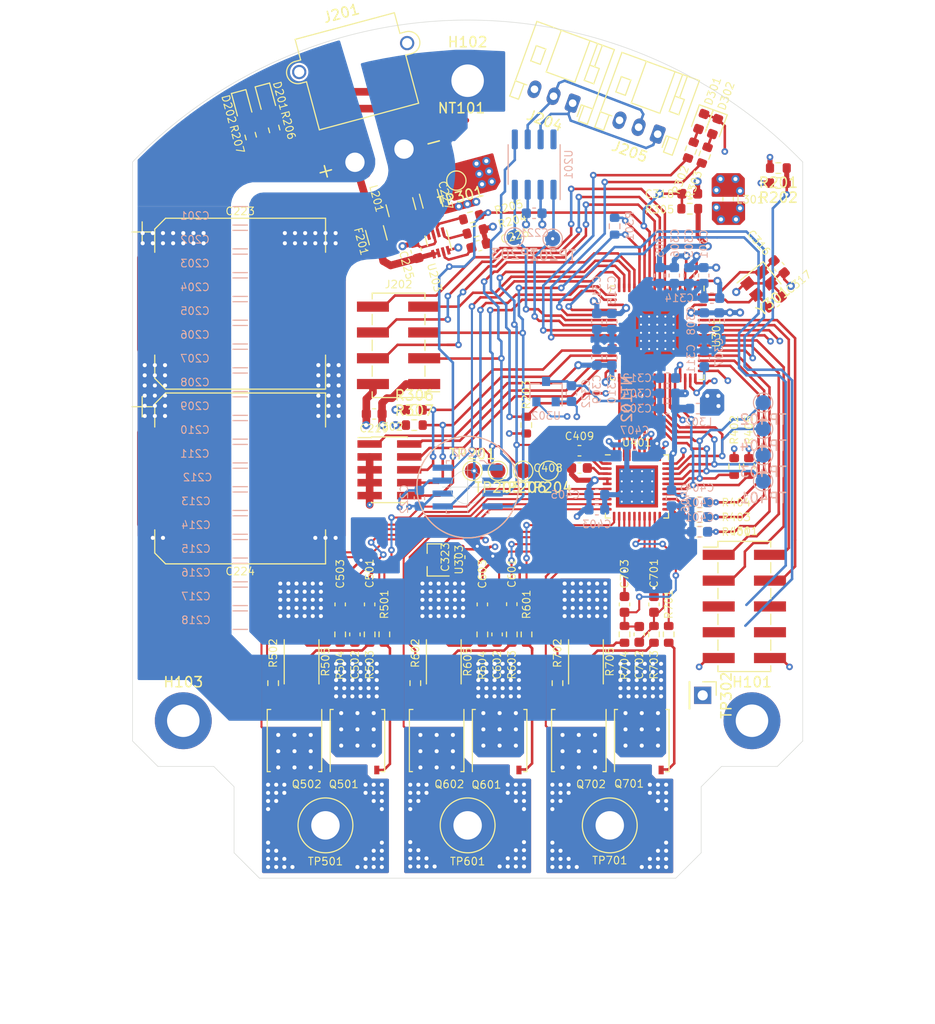
<source format=kicad_pcb>
(kicad_pcb (version 20210424) (generator pcbnew)
  (layers (0 "F.Cu" signal) (1 "In1.Cu" power) (2 "In2.Cu" power) (31 "B.Cu" signal) (34 "B.Paste" user) (35 "F.Paste" user) (36 "B.SilkS" user "B.Silkscreen") (37 "F.SilkS" user "F.Silkscreen") (38 "B.Mask" user) (39 "F.Mask" user) (44 "Edge.Cuts" user))
  (net 0 "")
  (net 1 "GND")
  (net 2 "VBUS")
  (net 3 "+3V3")
  (net 4 "VDD")
  (net 5 "VDDA")
  (net 6 "Net-(C311-Pad1)")
  (net 7 "Net-(C312-Pad1)")
  (net 8 "Net-(C314-Pad1)")
  (net 9 "Net-(C316-Pad1)")
  (net 10 "Net-(C317-Pad1)")
  (net 11 "/MCU/DRV_ISENSE_C")
  (net 12 "/MCU/DRV_ISENSE_B")
  (net 13 "/MCU/DRV_ISENSE_A")
  (net 14 "Net-(C407-Pad1)")
  (net 15 "Net-(C408-Pad2)")
  (net 16 "Net-(C409-Pad2)")
  (net 17 "Net-(C409-Pad1)")
  (net 18 "/Power/Sheet61668C54/I_SENSE_P")
  (net 19 "/Power/Sheet61668C54/I_SENSE_N")
  (net 20 "/Power/sheet617091A8/I_SENSE_P")
  (net 21 "/Power/sheet617091A8/I_SENSE_N")
  (net 22 "/Power/sheet6171E233/I_SENSE_P")
  (net 23 "/Power/sheet6171E233/I_SENSE_N")
  (net 24 "Net-(D301-Pad2)")
  (net 25 "Net-(D302-Pad2)")
  (net 26 "/Interfaces/ENCODER_QOAD_I2")
  (net 27 "/Interfaces/ENCODER_QOAD_B2")
  (net 28 "/Interfaces/ENCODER_QOAD_A2")
  (net 29 "/Interfaces/ENCODER_CS1")
  (net 30 "/Interfaces/ENCODER_DATA")
  (net 31 "/Interfaces/ENCODER_SCK")
  (net 32 "Net-(J204-Pad2)")
  (net 33 "Net-(J204-Pad1)")
  (net 34 "/MCU/GPIO2")
  (net 35 "/MCU/GPIO1")
  (net 36 "/MCU/GPIO3")
  (net 37 "/MCU/GPIO0")
  (net 38 "/MCU/DEBUG_UART_TX")
  (net 39 "/MCU/SWO_TDO_SCL")
  (net 40 "/MCU/DEBUG_UART_RX")
  (net 41 "/MCU/TDI_SDA")
  (net 42 "/MCU/SWDCLK_TCKL")
  (net 43 "/MCU/SWDIO_TMS")
  (net 44 "Net-(Q501-Pad4)")
  (net 45 "/Power/Sheet61668C54/FET_HS")
  (net 46 "Net-(Q502-Pad4)")
  (net 47 "Net-(Q502-Pad1)")
  (net 48 "Net-(Q601-Pad4)")
  (net 49 "/Power/sheet617091A8/FET_HS")
  (net 50 "Net-(Q602-Pad4)")
  (net 51 "Net-(Q602-Pad1)")
  (net 52 "Net-(Q701-Pad4)")
  (net 53 "/Power/sheet6171E233/FET_HS")
  (net 54 "Net-(Q702-Pad4)")
  (net 55 "Net-(Q702-Pad1)")
  (net 56 "/Interfaces/V_BUS_SENSE")
  (net 57 "/Interfaces/CANFD_Fault")
  (net 58 "Net-(R301-Pad1)")
  (net 59 "/MCU/STATUS_LED0")
  (net 60 "/MCU/STATUS_LED1")
  (net 61 "Net-(R401-Pad1)")
  (net 62 "/MCU/DRV_MISO")
  (net 63 "Net-(R403-Pad1)")
  (net 64 "Net-(R404-Pad1)")
  (net 65 "/MCU/DRV_nFAULT")
  (net 66 "/Power/Sheet61668C54/FET_GH")
  (net 67 "/Power/Sheet61668C54/FET_GL")
  (net 68 "/Power/sheet617091A8/FET_GH")
  (net 69 "/Power/sheet617091A8/FET_GL")
  (net 70 "/Power/sheet6171E233/FET_GH")
  (net 71 "/Power/sheet6171E233/FET_GL")
  (net 72 "/Interfaces/CANFD_TX")
  (net 73 "/Interfaces/CANFD_RX")
  (net 74 "/Interfaces/ENCODER_CS0")
  (net 75 "/MCU/DRV_MOSI")
  (net 76 "/MCU/DRV_SCK")
  (net 77 "/MCU/DRV_CS")
  (net 78 "/Interfaces/ENCODER_QOAD_B1")
  (net 79 "/Interfaces/ENCODER_QOAD_A1")
  (net 80 "/Interfaces/ENCODER_QOAD_I1")
  (net 81 "/MCU/DRV_CAL")
  (net 82 "/MCU/DRV_ENABLE")
  (net 83 "/MCU/TEMP2")
  (net 84 "/MCU/TEMP1")
  (net 85 "/MCU/DRV_PWM_CH")
  (net 86 "/MCU/DRV_PWM_CL")
  (net 87 "/MCU/DRV_PWM_BH")
  (net 88 "/MCU/DRV_PWM_BL")
  (net 89 "/MCU/DRV_PWM_AH")
  (net 90 "/MCU/DRV_PWM_AL")
  (net 91 "Net-(C225-Pad1)")
  (net 92 "Net-(C226-Pad1)")
  (net 93 "Net-(L201-Pad1)")
  (net 94 "Net-(R204-Pad1)")
  (net 95 "Net-(R205-Pad1)")
  (net 104 "Net-(D201-Pad2)")
  (net 105 "Net-(D202-Pad2)")
  (net 106 "GNDA")
  (net 107 "GNDS")
  (net 109 "/MCU/RESET")
  (footprint "Capacitor_SMD:C_0603_1608Metric" (layer "F.Cu") (at 126.225 133.9 90)
    (fp_text reference "C323")
    (fp_text value "100n")
  )
  (footprint "LED_SMD:LED_0603_1608Metric" (layer "F.Cu") (at 151.369341 91.509992 -110)
    (fp_text reference "D302")
    (fp_text value "LED_Small")
  )
  (footprint "MountingHole:MountingHole_3.2mm_M3_DIN965_Pad" (layer "F.Cu") (at 155 150)
    (fp_text reference "H101")
    (fp_text value "3.2mm")
  )
  (footprint "MountingHole:MountingHole_3.2mm_M3_DIN965_Pad" (layer "F.Cu") (at 127 87)
    (fp_text reference "H102")
    (fp_text value "3.2mm")
  )
  (footprint "MountingHole:MountingHole_3.2mm_M3_DIN965_Pad" (layer "F.Cu") (at 99 150)
    (fp_text reference "H103")
    (fp_text value "3.2mm")
  )
  (footprint "Connector_JST:JST_PH_S3B-PH-K_1x03_P2.00mm_Horizontal" (layer "F.Cu") (at 137.341436 89.211287 160)
    (fp_text reference "J204")
    (fp_text value "CAN")
  )
  (footprint "Connector_JST:JST_PH_S3B-PH-K_1x03_P2.00mm_Horizontal" (layer "F.Cu") (at 145.716436 92.261287 160)
    (fp_text reference "J205")
    (fp_text value "CAN")
  )
  (footprint "Resistor_SMD:R_0603_1608Metric" (layer "F.Cu") (at 150.343285 94.32907 -110)
    (fp_text reference "R303")
    (fp_text value "4k7")
  )
  (footprint "Package_TO_SOT_SMD:SOT-23" (layer "F.Cu") (at 123.775 134.175 180)
    (fp_text reference "U303")
    (fp_text value "MCP9700AT-HTT")
  )
  (footprint "Capacitor_SMD:CP_Elec_16x17.5" (layer "F.Cu") (at 104.6 126.15)
    (fp_text reference "C224")
    (fp_text value "470u")
  )
  (footprint "Connector_PinHeader_1.27mm:PinHeader_2x05_P1.27mm_Vertical_SMD" (layer "F.Cu") (at 119.3 125.3)
    (fp_text reference "J302")
    (fp_text value "JTAG/SWD")
  )
  (footprint "LED_SMD:LED_0603_1608Metric" (layer "F.Cu") (at 150.006789 91.014064 -110)
    (fp_text reference "D301")
    (fp_text value "LED_Small")
  )
  (footprint "Capacitor_SMD:CP_Elec_16x17.5" (layer "F.Cu") (at 104.6 108.95)
    (fp_text reference "C223")
    (fp_text value "470u")
  )
  (footprint "Resistor_SMD:R_0603_1608Metric" (layer "F.Cu") (at 148.980731 93.833137 -110)
    (fp_text reference "R302")
    (fp_text value "4k7")
  )
  (footprint "Connector_AMASS:AMASS_XT30PW-M_1x02_P2.50mm_Horizontal" (layer "F.Cu") (at 120.733613 93.734582 15)
    (fp_text reference "J201")
    (fp_text value "XT30")
  )
  (footprint "Resistor_SMD:R_0603_1608Metric" (layer "F.Cu") (at 121.749997 119.399998)
    (fp_text reference "R306")
    (fp_text value "4k7")
  )
  (footprint "Resistor_SMD:R_0603_1608Metric" (layer "F.Cu") (at 121.75 120.9)
    (fp_text reference "R307")
    (fp_text value "4k7")
  )
  (footprint "Resistor_SMD:R_0603_1608Metric" (layer "F.Cu") (at 148.875 99.6 180)
    (fp_text reference "R305")
    (fp_text value "10k")
  )
  (footprint "Resistor_SMD:R_0603_1608Metric" (layer "F.Cu") (at 149.85 131.4)
    (fp_text reference "R401")
    (fp_text value "0R")
  )
  (footprint "Inductor_SMD:L_0603_1608Metric" (layer "F.Cu") (at 152.650001 98.649997 -90)
    (fp_text reference "L301")
    (fp_text value "1k@100MHz")
  )
  (footprint "Resistor_SMD:R_0603_1608Metric" (layer "F.Cu") (at 132.775 120.9 90)
    (fp_text reference "R203")
    (fp_text value "10k")
  )
  (footprint "Resistor_SMD:R_0603_1608Metric" (layer "F.Cu") (at 149.847918 128.5)
    (fp_text reference "R404")
    (fp_text value "0R")
  )
  (footprint "Resistor_SMD:R_0603_1608Metric" (layer "F.Cu") (at 153.25 124.975 -90)
    (fp_text reference "R402")
    (fp_text value "10k")
  )
  (footprint "Resistor_SMD:R_0603_1608Metric" (layer "F.Cu") (at 149.847918 129.95)
    (fp_text reference "R403")
    (fp_text value "0R")
  )
  (footprint "Resistor_SMD:R_0603_1608Metric" (layer "F.Cu") (at 154.7 124.975 -90)
    (fp_text reference "R405")
    (fp_text value "10k")
  )
  (footprint "TestPoint:TestPoint_Pad_D1.5mm" (layer "F.Cu") (at 129.975 125.4 180)
    (fp_text reference "TP205")
    (fp_text value "TLE_DATA")
  )
  (footprint "TestPoint:TestPoint_Pad_D1.5mm" (layer "F.Cu") (at 132.475 125.4 180)
    (fp_text reference "TP206")
    (fp_text value "TLE_SCK")
  )
  (footprint "Capacitor_SMD:C_0603_1608Metric" (layer "F.Cu") (at 138.013815 125.125)
    (fp_text reference "C408")
    (fp_text value "1u")
  )
  (footprint "Capacitor_SMD:C_0603_1608Metric" (layer "F.Cu") (at 157.275 108.775 40)
    (fp_text reference "C317")
    (fp_text value "12p")
  )
  (footprint "Capacitor_SMD:C_0603_1608Metric" (layer "F.Cu") (at 157.675 105.325 -50)
    (fp_text reference "C316")
    (fp_text value "12p")
  )
  (footprint "Capacitor_SMD:C_0603_1608Metric" (layer "F.Cu") (at 148.875001 98.125001)
    (fp_text reference "C318")
    (fp_text value "100n")
  )
  (footprint "Capacitor_SMD:C_0603_1608Metric" (layer "F.Cu") (at 138.013815 123.425)
    (fp_text reference "C409")
    (fp_text value "47n")
  )
  (footprint "Package_DFN_QFN:Texas_S-PVQFN-N64_EP4.25x4.25mm_ThermalVias" (layer "F.Cu") (at 145.673685 111.814131 -90)
    (fp_text reference "U301")
    (fp_text value "CY8C6244AZI-S4D92")
  )
  (footprint "TestPoint:TestPoint_Pad_D1.5mm" (layer "F.Cu") (at 125.890052 96.835112 -165)
    (fp_text reference "TP301")
    (fp_text value "3v3")
  )
  (footprint "Package_DFN_QFN:Texas_S-PVQFN-N40_EP4.15x4.15mm_ThermalVias" (layer "F.Cu") (at 143.675 126.9375)
    (fp_text reference "U401")
    (fp_text value "DRV8323SRTAR-DRV8323SRTAR")
  )
  (footprint "Capacitor_SMD:C_0603_1608Metric" (layer "F.Cu") (at 121.932389 103.705051 105)
    (fp_text reference "C225")
    (fp_text value "1u")
  )
  (footprint "Capacitor_SMD:C_1206_3216Metric" (layer "F.Cu") (at 123.314465 98.624218 -75)
    (fp_text reference "C227")
    (fp_text value "10u")
  )
  (footprint "Connector_PinHeader_2.54mm:PinHeader_1x01_P2.54mm_Vertical" (layer "F.Cu") (at 150.15 147.5 -90)
    (fp_text reference "TP302")
    (fp_text value "GND")
  )
  (footprint "Capacitor_SMD:C_0603_1608Metric" (layer "F.Cu") (at 128.122177 103.237069 15)
    (fp_text reference "C226")
    (fp_text value "1u")
  )
  (footprint "Resistor_SMD:R_1206_3216Metric" (layer "F.Cu") (at 118.012 102.20715 105)
    (fp_text reference "F201")
    (fp_text value "Polyfuse_Small")
  )
  (footprint "Inductor_SMD:L_1210_3225Metric" (layer "F.Cu") (at 120.429626 99.448969 105)
    (fp_text reference "L201")
    (fp_text value "33u")
  )
  (footprint "Resistor_SMD:R_0603_1608Metric" (layer "F.Cu") (at 127.746889 101.836475 15)
    (fp_text reference "R204")
    (fp_text value "[0R]")
  )
  (footprint "Resistor_SMD:R_0603_1608Metric" (layer "F.Cu") (at 127.371602 100.435883 15)
    (fp_text reference "R205")
    (fp_text value "0R")
  )
  (footprint "Package_DFN_QFN:DFN-8_2x2mm_P0.5mm" (layer "F.Cu") (at 124.115194 102.964876 105)
    (fp_text reference "U203")
    (fp_text value "MAX15062A")
  )
  (footprint "TestPoint:TestPoint_Pad_D1.5mm" (layer "F.Cu") (at 134.975 125.4 180)
    (fp_text reference "TP204")
    (fp_text value "TLE_CSQ")
  )
  (footprint "Connector_PinHeader_2.54mm:PinHeader_2x05_P2.54mm_Vertical_SMD" (layer "F.Cu") (at 154.25 138.75)
    (fp_text reference "J301")
    (fp_text value "GPIOs")
  )
  (footprint "Crystal:Crystal_SMD_2520-4Pin_2.5x2.0mm" (layer "F.Cu") (at 155.7 106.95 -141)
    (fp_text reference "Y301")
    (fp_text value "32MHz")
  )
  (footprint "Capacitor_SMD:C_0603_1608Metric" (layer "F.Cu") (at 114.45 138.55 90)
    (fp_text reference "C503")
    (fp_text value "47p")
  )
  (footprint "Capacitor_SMD:C_0603_1608Metric" (layer "F.Cu") (at 129.9 141.5 90)
    (fp_text reference "C602")
    (fp_text value "47p")
  )
  (footprint "Package_TO_SOT_SMD:TDSON-8-1" (layer "F.Cu") (at 109.95 151.95 -90)
    (fp_text reference "Q502")
    (fp_text value "IAUC120N06S5N017ATMA1")
  )
  (footprint "Package_TO_SOT_SMD:TDSON-8-1" (layer "F.Cu") (at 116.15 151.95 90)
    (fp_text reference "Q501")
    (fp_text value "IAUC120N06S5N017ATMA1")
  )
  (footprint "Resistor_SMD:R_0603_1608Metric" (layer "F.Cu") (at 114.45 141.5 90)
    (fp_text reference "R504")
    (fp_text value "3k")
  )
  (footprint "Package_TO_SOT_SMD:TDSON-8-1" (layer "F.Cu") (at 144.15 151.95 90)
    (fp_text reference "Q701")
    (fp_text value "IAUC120N06S5N017ATMA1")
  )
  (footprint "Resistor_SMD:R_2512_6332Metric" (layer "F.Cu") (at 124.65 144.2 -90)
    (fp_text reference "R605")
    (fp_text value "0.05m")
  )
  (footprint "Resistor_SMD:R_0603_1608Metric" (layer "F.Cu") (at 121.85 146.3 90)
    (fp_text reference "R602")
    (fp_text value "15R")
  )
  (footprint "Capacitor_SMD:C_0603_1608Metric" (layer "F.Cu") (at 142.45 138.549706 90)
    (fp_text reference "C703")
    (fp_text value "47p")
  )
  (footprint "Resistor_SMD:R_0603_1608Metric" (layer "F.Cu") (at 107.85 146.3 90)
    (fp_text reference "R502")
    (fp_text value "15R")
  )
  (footprint "Resistor_SMD:R_0603_1608Metric" (layer "F.Cu") (at 117.35 141.5 90)
    (fp_text reference "R503")
    (fp_text value "3k")
  )
  (footprint "LED_SMD:LED_0603_1608Metric" (layer "F.Cu") (at 104.836474 89.503111 -75)
    (fp_text reference "D202")
    (fp_text value "LED_Small")
  )
  (footprint "Capacitor_SMD:C_0603_1608Metric" (layer "F.Cu") (at 128.45 138.55 90)
    (fp_text reference "C603")
    (fp_text value "47p")
  )
  (footprint "Resistor_SMD:R_0603_1608Metric" (layer "F.Cu") (at 107.95 91.75 -75)
    (fp_text reference "R206")
    (fp_text value "4k7")
  )
  (footprint "Capacitor_SMD:C_0603_1608Metric" (layer "F.Cu") (at 131.35 138.525 90)
    (fp_text reference "C601")
    (fp_text value "47p")
  )
  (footprint "Resistor_SMD:R_0603_1608Metric" (layer "F.Cu") (at 146.8 141.499706 90)
    (fp_text reference "R701")
    (fp_text value "15R")
  )
  (footprint "Capacitor_SMD:C_0603_1608Metric" (layer "F.Cu") (at 117.35 138.55 90)
    (fp_text reference "C501")
    (fp_text value "47p")
  )
  (footprint "TestPoint:TestPoint_Pad_D1.5mm" (layer "F.Cu") (at 127.475 125.4)
    (fp_text reference "TP201")
    (fp_text value "TLE_CSQ")
  )
  (footprint "Resistor_SMD:R_0603_1608Metric" (layer "F.Cu") (at 131.35 141.5 90)
    (fp_text reference "R603")
    (fp_text value "3k")
  )
  (footprint "Resistor_SMD:R_0603_1608Metric" (layer "F.Cu") (at 132.8 141.5 90)
    (fp_text reference "R601")
    (fp_text value "15R")
  )
  (footprint "Resistor_SMD:R_0603_1608Metric" (layer "F.Cu") (at 145.35 141.499706 90)
    (fp_text reference "R703")
    (fp_text value "3k")
  )
  (footprint "Connector_PinHeader_2.54mm:PinHeader_2x04_P2.54mm_Vertical_SMD" (layer "F.Cu") (at 120.2 113.05 180)
    (fp_text reference "J202")
    (fp_text value "Conn_02x04_Odd_Even")
  )
  (footprint "TestPoint:TestPoint_Loop_D3.80mm_Drill2.8mm" (layer "F.Cu") (at 127 160.3 180)
    (fp_text reference "TP601")
    (fp_text value "MotorConnector")
  )
  (footprint "NetTie:NetTie-2_SMD_Pad0.5mm" (layer "F.Cu") (at 126.4 90.9)
    (fp_text reference "NT101")
    (fp_text value "Net-Tie_2")
  )
  (footprint "Resistor_SMD:R_0603_1608Metric" (layer "F.Cu") (at 142.45 141.499706 90)
    (fp_text reference "R704")
    (fp_text value "3k")
  )
  (footprint "Resistor_SMD:R_0603_1608Metric" (layer "F.Cu") (at 157.6 97.075002 180)
    (fp_text reference "R202")
    (fp_text value "3k")
  )
  (footprint "TestPoint:TestPoint_Loop_D3.80mm_Drill2.8mm" (layer "F.Cu") (at 140.996384 160.3 180)
    (fp_text reference "TP701")
    (fp_text value "MotorConnector")
  )
  (footprint "Capacitor_SMD:C_0603_1608Metric" (layer "F.Cu") (at 145.35 138.549706 90)
    (fp_text reference "C701")
    (fp_text value "47p")
  )
  (footprint "Resistor_SMD:R_2512_6332Metric" (layer "F.Cu") (at 138.65 144.199706 -90)
    (fp_text reference "R705")
    (fp_text value "0.05m")
  )
  (footprint "Capacitor_SMD:C_0603_1608Metric" (layer "F.Cu") (at 143.9 141.499706 90)
    (fp_text reference "C702")
    (fp_text value "47p")
  )
  (footprint "Package_TO_SOT_SMD:TDSON-8-1" (layer "F.Cu") (at 130.15 151.95 90)
    (fp_text reference "Q601")
    (fp_text value "IAUC120N06S5N017ATMA1")
  )
  (footprint "Resistor_SMD:R_0603_1608Metric" (layer "F.Cu") (at 128.45 141.5 90)
    (fp_text reference "R604")
    (fp_text value "3k")
  )
  (footprint "TestPoint:TestPoint_Loop_D3.80mm_Drill2.8mm" (layer "F.Cu") (at 113 160.3 180)
    (fp_text reference "TP501")
    (fp_text value "MotorConnector")
  )
  (footprint "Resistor_SMD:R_0603_1608Metric" (layer "F.Cu") (at 157.600001 95.6 180)
    (fp_text reference "R201")
    (fp_text value "56k")
  )
  (footprint "Resistor_SMD:R_0603_1608Metric" (layer "F.Cu") (at 118.8 141.5 90)
    (fp_text reference "R501")
    (fp_text value "15R")
  )
  (footprint "Resistor_SMD:R_2512_6332Metric" (layer "F.Cu") (at 110.65 144.2 -90)
    (fp_text reference "R505")
    (fp_text value "0.05m")
  )
  (footprint "Package_TO_SOT_SMD:TDSON-8-1" (layer "F.Cu") (at 137.95 151.949706 -90)
    (fp_text reference "Q702")
    (fp_text value "IAUC120N06S5N017ATMA1")
  )
  (footprint "LED_SMD:LED_0603_1608Metric" (layer "F.Cu") (at 107.17354 88.852226 -75)
    (fp_text reference "D201")
    (fp_text value "LED_Small")
  )
  (footprint "Capacitor_SMD:C_0603_1608Metric" (layer "F.Cu") (at 115.9 141.5 90)
    (fp_text reference "C502")
    (fp_text value "47p")
  )
  (footprint "Package_TO_SOT_SMD:TDSON-8-1" (layer "F.Cu") (at 123.95 151.95 -90)
    (fp_text reference "Q602")
    (fp_text value "IAUC120N06S5N017ATMA1")
  )
  (footprint "Resistor_SMD:R_0603_1608Metric" (layer "F.Cu") (at 105.636474 92.453111 -75)
    (fp_text reference "R207")
    (fp_text value "4k7")
  )
  (footprint "Resistor_SMD:R_0603_1608Metric" (layer "F.Cu") (at 135.85 146.299706 90)
    (fp_text reference "R702")
    (fp_text value "15R")
  )
  (footprint "Capacitor_SMD:C_0603_1608Metric" (layer "F.Cu") (at 117.8 119.8 180)
    (fp_text reference "C219")
    (fp_text value "1u")
  )
  (footprint "Capacitor_SMD:C_1206_3216Metric" (layer "B.Cu") (at 104.6 102.641176)
    (fp_text reference "C202")
    (fp_text value "10u")
  )
  (footprint "Capacitor_SMD:C_1206_3216Metric" (layer "B.Cu") (at 104.6 104.982352)
    (fp_text reference "C203")
    (fp_text value "10u")
  )
  (footprint "Capacitor_SMD:C_1206_3216Metric" (layer "B.Cu") (at 104.6 107.323528)
    (fp_text reference "C204")
    (fp_text value "10u")
  )
  (footprint "Capacitor_SMD:C_1206_3216Metric" (layer "B.Cu") (at 104.6 109.664704)
    (fp_text reference "C205")
    (fp_text value "10u")
  )
  (footprint "Capacitor_SMD:C_1206_3216Metric" (layer "B.Cu") (at 104.6 112.00588)
    (fp_text reference "C206")
    (fp_text value "10u")
  )
  (footprint "Capacitor_SMD:C_1206_3216Metric" (layer "B.Cu") (at 104.6 114.347056)
    (fp_text reference "C207")
    (fp_text value "10u")
  )
  (footprint "Capacitor_SMD:C_1206_3216Metric" (layer "B.Cu") (at 104.6 116.688232)
    (fp_text reference "C208")
    (fp_text value "10u")
  )
  (footprint "Capacitor_SMD:C_1206_3216Metric" (layer "B.Cu") (at 104.6 121.370584)
    (fp_text reference "C210")
    (fp_text value "10u")
  )
  (footprint "Capacitor_SMD:C_1206_3216Metric" (layer "B.Cu") (at 104.6 126.052936)
    (fp_text reference "C212")
    (fp_text value "10u")
  )
  (footprint "Capacitor_SMD:C_1206_3216Metric" (layer "B.Cu") (at 104.6 128.394112)
    (fp_text reference "C213")
    (fp_text value "10u")
  )
  (footprint "Capacitor_SMD:C_1206_3216Metric" (layer "B.Cu") (at 104.6 130.735288)
    (fp_text reference "C214")
    (fp_text value "10u")
  )
  (footprint "Capacitor_SMD:C_1206_3216Metric" (layer "B.Cu") (at 104.6 133.076464)
    (fp_text reference "C215")
    (fp_text value "10u")
  )
  (footprint "Capacitor_SMD:C_1206_3216Metric" (layer "B.Cu") (at 104.6 135.41764)
    (fp_text reference "C216")
    (fp_text value "10u")
  )
  (footprint "Capacitor_SMD:C_1206_3216Metric" (layer "B.Cu") (at 104.6 137.758816)
    (fp_text reference "C217")
    (fp_text value "10u")
  )
  (footprint "Capacitor_SMD:C_1206_3216Metric" (layer "B.Cu") (at 104.6 140.099992)
    (fp_text reference "C218")
    (fp_text value "10u")
  )
  (footprint "Capacitor_SMD:C_0603_1608Metric" (layer "B.Cu") (at 137.225 117.8 90)
    (fp_text reference "C322")
    (fp_text value "100n")
  )
  (footprint "Package_TO_SOT_SMD:SOT-23" (layer "B.Cu") (at 134.725 117.6 90)
    (fp_text reference "U302")
    (fp_text value "MCP9700AT-HTT")
  )
  (footprint "Capacitor_SMD:C_1206_3216Metric" (layer "B.Cu") (at 104.6 119.029408)
    (fp_text reference "C209")
    (fp_text value "10u")
  )
  (footprint "TestPoint:TestPoint_Pad_D1.5mm" (layer "B.Cu") (at 135.375 102.55)
    (fp_text reference "TP202")
    (fp_text value "CAN_TX")
  )
  (footprint "TestPoint:TestPoint_Pad_D1.5mm" (layer "B.Cu") (at 131.575 102.425)
    (fp_text reference "TP203")
    (fp_text value "CAN_RX")
  )
  (footprint "TestPoint:TestPoint_Pad_D1.5mm" (layer "B.Cu") (at 156.1 126.425)
    (fp_text reference "TP401")
    (fp_text value "MOSI")
  )
  (footprint "TestPoint:TestPoint_Pad_D1.5mm" (layer "B.Cu") (at 156.1 118.7)
    (fp_text reference "TP402")
    (fp_text value "MISO")
  )
  (footprint "TestPoint:TestPoint_Pad_D1.5mm" (layer "B.Cu") (at 156.1 123.85)
    (fp_text reference "TP403")
    (fp_text value "SPI_SCK")
  )
  (footprint "TestPoint:TestPoint_Pad_D1.5mm" (layer "B.Cu") (at 156.1 121.275)
    (fp_text reference "TP404")
    (fp_text value "DRV_CS")
  )
  (footprint "Capacitor_SMD:C_0603_1608Metric" (layer "B.Cu") (at 139.725001 129.225)
    (fp_text reference "C403")
    (fp_text value "10u")
  )
  (footprint "Inductor_SMD:L_0603_1608Metric" (layer "B.Cu") (at 149.675 119.275 180)
    (fp_text reference "L302")
    (fp_text value "1k@100MHz")
  )
  (footprint "Resistor_SMD:R_0603_1608Metric" (layer "B.Cu") (at 141.475 101.325 -90)
    (fp_text reference "R301")
    (fp_text value "10k")
  )
  (footprint "Capacitor_SMD:C_0603_1608Metric" (layer "B.Cu") (at 146.7 117.773684 180)
    (fp_text reference "C304")
    (fp_text value "100n")
  )
  (footprint "Capacitor_SMD:C_0603_1608Metric" (layer "B.Cu") (at 145.925 106.175685 -90)
    (fp_text reference "C305")
    (fp_text value "1u")
  )
  (footprint "Capacitor_SMD:C_0603_1608Metric" (layer "B.Cu") (at 122.25 128.1 90)
    (fp_text reference "C222")
    (fp_text value "100n")
  )
  (footprint "Capacitor_SMD:C_0603_1608Metric" (layer "B.Cu") (at 139.725 114.237236 90)
    (fp_text reference "C309")
    (fp_text value "1u")
  )
  (footprint "Capacitor_SMD:C_0603_1608Metric" (layer "B.Cu") (at 148.8 106.175 -90)
    (fp_text reference "C303")
    (fp_text value "100n")
  )
  (footprint "Capacitor_SMD:C_0603_1608Metric" (layer "B.Cu") (at 133.550001 100.049999)
    (fp_text reference "C221")
    (fp_text value "100n")
  )
  (footprint "Capacitor_SMD:C_0603_1608Metric" (layer "B.Cu") (at 147.35 106.175683 -90)
    (fp_text reference "C306")
    (fp_text value "100n")
  )
  (footprint "Capacitor_SMD:C_0603_1608Metric" (layer "B.Cu") (at 150.3 110.625 -90)
    (fp_text reference "C308")
    (fp_text value "100n")
  )
  (footprint "Capacitor_SMD:C_0603_1608Metric" (layer "B.Cu") (at 151.775 110.625 -90)
    (fp_text reference "C307")
    (fp_text value "1u")
  )
  (footprint "Capacitor_SMD:C_0603_1608Metric" (layer "B.Cu") (at 149.849999 129.95 180)
    (fp_text reference "C402")
    (fp_text value "[100n]")
  )
  (footprint "Capacitor_SMD:C_0603_1608Metric" (layer "B.Cu") (at 150.3 114.373685 90)
    (fp_text reference "C311")
    (fp_text value "100n")
  )
  (footprint "Capacitor_SMD:C_0603_1608Metric" (layer "B.Cu") (at 147.075 128.075 -90)
    (fp_text reference "C406")
    (fp_text value "1u")
  )
  (footprint "Capacitor_SMD:C_0603_1608Metric" (layer "B.Cu") (at 149.85 128.5 180)
    (fp_text reference "C404")
    (fp_text value "[100n]")
  )
  (footprint "Capacitor_SMD:C_0603_1608Metric" (layer "B.Cu") (at 141.2 114.237238 90)
    (fp_text reference "C310")
    (fp_text value "100n")
  )
  (footprint "Capacitor_SMD:C_0603_1608Metric" (layer "B.Cu") (at 139.725 110.699998 -90)
    (fp_text reference "C313")
    (fp_text value "1u")
  )
  (footprint "Capacitor_SMD:C_0603_1608Metric" (layer "B.Cu") (at 146.7 116.273685 180)
    (fp_text reference "C312")
    (fp_text value "100n")
  )
  (footprint "Capacitor_SMD:C_0603_1608Metric" (layer "B.Cu") (at 149.85 131.4 180)
    (fp_text reference "C401")
    (fp_text value "[100n]")
  )
  (footprint "Capacitor_SMD:C_0603_1608Metric" (layer "B.Cu") (at 141.2 110.7 -90)
    (fp_text reference "C315")
    (fp_text value "100n")
  )
  (footprint "Capacitor_SMD:C_0603_1608Metric" (layer "B.Cu") (at 139.725 127.75)
    (fp_text reference "C405")
    (fp_text value "100n")
  )
  (footprint "digikey-footprints:SOIC-8_W3.9mm" (layer "B.Cu") (at 127 127 -90)
    (fp_text reference "U202")
    (fp_text value "TLE5012B_E1000")
  )
  (footprint "Package_SO:SOIC-8_3.9x4.9mm_P1.27mm" (layer "B.Cu") (at 133.55 95.25 90)
    (fp_text reference "U201")
    (fp_text value "TI_TCAN337G")
  )
  (footprint "Capacitor_SMD:C_0603_1608Metric" (layer "B.Cu") (at 150.25 106.175 -90)
    (fp_text reference "C301")
    (fp_text value "10u")
  )
  (footprint "Capacitor_SMD:C_0603_1608Metric" (layer "B.Cu") (at 146.7 119.273684 180)
    (fp_text reference "C302")
    (fp_text value "10u")
  )
  (footprint "Capacitor_SMD:C_0603_1608Metric" (layer "B.Cu") (at 143.45 122.85 180)
    (fp_text reference "C407")
    (fp_text value "100n")
  )
  (footprint "Capacitor_SMD:C_0603_1608Metric" (layer "B.Cu") (at 151.05 108.4 180)
    (fp_text reference "C314")
    (fp_text value "4u7")
  )
  (footprint "Capacitor_SMD:C_1206_3216Metric" (layer "B.Cu") (at 104.6 123.71176)
    (fp_text reference "C211")
    (fp_text value "10u")
  )
  (footprint "Capacitor_SMD:C_1206_3216Metric" (layer "B.Cu") (at 104.6 100.3)
    (fp_text reference "C201")
    (fp_text value "10u")
  )
  (footprint "NetTie:NetTie-2_SMD_Pad0.5mm" (layer "B.Cu") (at 143.875 118.325 -90)
    (fp_text reference "NT102")
    (fp_text value "Net-Tie_2")
  )
  (gr_circle (center 127 127) (end 132 127) (layer "B.SilkS") (width 0.12) (fill none))
  (gr_circle (center 127 127) (end 132 127) (layer "F.SilkS") (width 0.12) (fill none))
  (gr_line (start 106.5 165.5) (end 147.5 165.5) (layer "Edge.Cuts") (width 0.05))
  (gr_line (start 94 152) (end 94.000001 95.000001) (layer "Edge.Cuts") (width 0.05))
  (gr_arc (start 127 126.999996) (end 94.000001 95.000001) (angle 91.76281521) (layer "Edge.Cuts") (width 0.05))
  (gr_line (start 104 156.5) (end 102 154.5) (layer "Edge.Cuts") (width 0.05))
  (gr_line (start 150 163) (end 150 156.5) (layer "Edge.Cuts") (width 0.05))
  (gr_line (start 160 152) (end 159.999999 95.000001) (layer "Edge.Cuts") (width 0.05))
  (gr_line (start 102 154.5) (end 96.5 154.5) (layer "Edge.Cuts") (width 0.05))
  (gr_line (start 96.5 154.5) (end 94 152) (layer "Edge.Cuts") (width 0.05))
  (gr_line (start 152 154.5) (end 157.5 154.5) (layer "Edge.Cuts") (width 0.05))
  (gr_line (start 106.5 165.5) (end 104 163) (layer "Edge.Cuts") (width 0.05))
  (gr_line (start 147.5 165.5) (end 150 163) (layer "Edge.Cuts") (width 0.05))
  (gr_line (start 150 156.5) (end 152 154.5) (layer "Edge.Cuts") (width 0.05))
  (gr_line (start 157.5 154.5) (end 160 152) (layer "Edge.Cuts") (width 0.05))
  (gr_line (start 104 163) (end 104 156.5) (layer "Edge.Cuts") (width 0.05))
  (target plus (at 127 127) (size 5) (width 0.05) (layer "Edge.Cuts"))
  (segment (start 142.45 142.324706) (end 141.62891 142.324706) (width 0.25) (layer "F.Cu") (net 1))
  (segment (start 125.908441 88.091559) (end 127 87) (width 0.75) (layer "F.Cu") (net 1))
  (segment (start 141.62891 142.324706) (end 141.353848 142.599768) (width 0.25) (layer "F.Cu") (net 1))
  (segment (start 110.65 142.05) (end 111.1875 142.5875) (width 0.25) (layer "F.Cu") (net 1))
  (segment (start 141.425 124) (end 141.425 123) (width 0.25) (layer "F.Cu") (net 1))
  (segment (start 113.3125 142.5875) (end 113.575 142.325) (width 0.25) (layer "F.Cu") (net 1))
  (segment (start 125.15 142.6) (end 127.25 142.6) (width 0.25) (layer "F.Cu") (net 1))
  (segment (start 113.575 142.325) (end 114.45 142.325) (width 0.25) (layer "F.Cu") (net 1))
  (segment (start 124.65 142.1) (end 125.15 142.6) (width 0.25) (layer "F.Cu") (net 1))
  (segment (start 139.203616 142.6) (end 141.353848 142.599768) (width 0.25) (layer "F.Cu") (net 1))
  (segment (start 106.96972 88.091559) (end 125.908441 88.091559) (width 0.75) (layer "F.Cu") (net 1))
  (segment (start 138.65 142.046384) (end 139.203616 142.6) (width 0.25) (layer "F.Cu") (net 1))
  (segment (start 110.65 141.2375) (end 110.65 142.05) (width 0.25) (layer "F.Cu") (net 1))
  (segment (start 124.65 141.2375) (end 124.65 142.1) (width 0.25) (layer "F.Cu") (net 1))
  (segment (start 138.65 141.237206) (end 138.65 142.046384) (width 0.25) (layer "F.Cu") (net 1))
  (segment (start 104.632654 88.742444) (end 106.96972 88.091559) (width 0.75) (layer "F.Cu") (net 1))
  (segment (start 128.45 142.325) (end 127.525 142.325) (width 0.25) (layer "F.Cu") (net 1))
  (segment (start 127.525 142.325) (end 127.25 142.6) (width 0.25) (layer "F.Cu") (net 1))
  (segment (start 111.1875 142.5875) (end 113.3125 142.5875) (width 0.25) (layer "F.Cu") (net 1))
  (segment (start 141.425 123) (end 140.925 122.5) (width 0.25) (layer "F.Cu") (net 1))
  (via (at 126.55 138.9) (size 0.8) (drill 0.4) (layers "F.Cu" "B.Cu") (net 1))
  (via (at 122.55 138.9) (size 0.8) (drill 0.4) (layers "F.Cu" "B.Cu") (net 1))
  (via (at 139.753617 138.099706) (size 0.8) (drill 0.4) (layers "F.Cu" "B.Cu") (net 1))
  (via (at 138.153616 136.499706) (size 0.8) (drill 0.4) (layers "F.Cu" "B.Cu") (net 1))
  (via (at 111.750002 137.3) (size 0.8) (drill 0.4) (layers "F.Cu" "B.Cu") (net 1))
  (via (at 112 102) (size 0.8) (drill 0.4) (layers "F.Cu" "B.Cu") (net 1))
  (via (at 110.149999 137.3) (size 0.8) (drill 0.4) (layers "F.Cu" "B.Cu") (net 1))
  (via (at 138.953616 138.899706) (size 0.8) (drill 0.4) (layers "F.Cu" "B.Cu") (net 1))
  (via (at 112 103) (size 0.8) (drill 0.4) (layers "F.Cu" "B.Cu") (net 1))
  (via (at 139.753617 136.499706) (size 0.8) (drill 0.4) (layers "F.Cu" "B.Cu") (net 1))
  (via (at 112.3 119) (size 0.8) (drill 0.4) (layers "F.Cu" "B.Cu") (net 1))
  (via (at 111.750001 138.1) (size 0.8) (drill 0.4) (layers "F.Cu" "B.Cu") (net 1))
  (via (at 126.55 137.3) (size 0.8) (drill 0.4) (layers "F.Cu" "B.Cu") (net 1))
  (via (at 124.95 137.3) (size 0.8) (drill 0.4) (layers "F.Cu" "B.Cu") (net 1))
  (via (at 137.353616 138.099705) (size 0.8) (drill 0.4) (layers "F.Cu" "B.Cu") (net 1))
  (via (at 113 103) (size 0.8) (drill 0.4) (layers "F.Cu" "B.Cu") (net 1))
  (via (at 139.753618 137.299706) (size 0.8) (drill 0.4) (layers "F.Cu" "B.Cu") (net 1))
  (via (at 123.35 136.500001) (size 0.8) (drill 0.4) (layers "F.Cu" "B.Cu") (net 1))
  (via (at 110.15 138.1) (size 0.8) (drill 0.4) (layers "F.Cu" "B.Cu") (net 1))
  (via (at 113.3 118) (size 0.8) (drill 0.4) (layers "F.Cu" "B.Cu") (net 1))
  (via (at 113.3 119) (size 0.8) (drill 0.4) (layers "F.Cu" "B.Cu") (net 1))
  (via (at 114.3 119) (size 0.8) (drill 0.4) (layers "F.Cu" "B.Cu") (net 1))
  (via (at 113 132) (size 0.8) (drill 0.4) (layers "F.Cu" "B.Cu") (net 1))
  (via (at 114.3 116) (size 0.8) (drill 0.4) (layers "F.Cu" "B.Cu") (net 1))
  (via (at 125.750001 139.7) (size 0.8) (drill 0.4) (layers "F.Cu" "B.Cu") (net 1))
  (via (at 124.15 138.1) (size 0.8) (drill 0.4) (layers "F.Cu" "B.Cu") (net 1))
  (via (at 109 102) (size 0.8) (drill 0.4) (layers "F.Cu" "B.Cu") (net 1))
  (via (at 113 102) (size 0.8) (drill 0.4) (layers "F.Cu" "B.Cu") (net 1))
  (via (at 125.750002 138.9) (size 0.8) (drill 0.4) (layers "F.Cu" "B.Cu") (net 1))
  (via (at 110.15 138.9) (size 0.8) (drill 0.4) (layers "F.Cu" "B.Cu") (net 1))
  (via (at 113.3 120) (size 0.8) (drill 0.4) (layers "F.Cu" "B.Cu") (net 1))
  (via (at 108.549998 138.1) (size 0.8) (drill 0.4) (layers "F.Cu" "B.Cu") (net 1))
  (via (at 111.750001 139.7) (size 0.8) (drill 0.4) (layers "F.Cu" "B.Cu") (net 1))
  (via (at 126.55 136.5) (size 0.8) (drill 0.4) (layers "F.Cu" "B.Cu") (net 1))
  (via (at 113.3 117) (size 0.8) (drill 0.4) (layers "F.Cu" "B.Cu") (net 1))
  (via (at 138.153616 139.699706) (size 0.8) (drill 0.4) (layers "F.Cu" "B.Cu") (net 1))
  (via (at 113.3 115) (size 0.8) (drill 0.4) (layers "F.Cu" "B.Cu") (net 1))
  (via (at 122.549998 138.1) (size 0.8) (drill 0.4) (layers "F.Cu" "B.Cu") (net 1))
  (via (at 111.750001 136.5) (size 0.8) (drill 0.4) (layers "F.Cu" "B.Cu") (net 1))
  (via (at 114.3 118) (size 0.8) (drill 0.4) (layers "F.Cu" "B.Cu") (net 1))
  (via (at 124.15 138.9) (size 0.8) (drill 0.4) (layers "F.Cu" "B.Cu") (net 1))
  (via (at 114.3 117) (size 0.8) (drill 0.4) (layers "F.Cu" "B.Cu") (net 1))
  (via (at 137.353615 137.299706) (size 0.8) (drill 0.4) (layers "F.Cu" "B.Cu") (net 1))
  (via (at 112.55 137.3) (size 0.8) (drill 0.4) (layers "F.Cu" "B.Cu") (net 1))
  (via (at 110 102) (size 0.8) (drill 0.4) (layers "F.Cu" "B.Cu") (net 1))
  (via (at 125.750001 138.1) (size 0.8) (drill 0.4) (layers "F.Cu" "B.Cu") (net 1))
  (via (at 112.3 117) (size 0.8) (drill 0.4) (layers "F.Cu" "B.Cu") (net 1))
  (via (at 124.149999 137.3) (size 0.8) (drill 0.4) (layers "F.Cu" "B.Cu") (net 1))
  (via (at 112.55 139.7) (size 0.8) (drill 0.4) (layers "F.Cu" "B.Cu") (net 1))
  (via (at 112.3 115) (size 0.8) (drill 0.4) (layers "F.Cu" "B.Cu") (net 1))
  (via (at 124.15 139.7) (size 0.8) (drill 0.4) (layers "F.Cu" "B.Cu") (net 1))
  (via (at 109.349999 137.3) (size 0.8) (drill 0.4) (layers "F.Cu" "B.Cu") (net 1))
  (via (at 114 132) (size 0.8) (drill 0.4) (layers "F.Cu" "B.Cu") (net 1))
  (via (at 114.3 120) (size 0.8) (drill 0.4) (layers "F.Cu" "B.Cu") (net 1))
  (via (at 111 103) (size 0.8) (drill 0.4) (layers "F.Cu" "B.Cu") (net 1))
  (via (at 112.55 138.9) (size 0.8) (drill 0.4) (layers "F.Cu" "B.Cu") (net 1))
  (via (at 126.55 139.7) (size 0.8) (drill 0.4) (layers "F.Cu" "B.Cu") (net 1))
  (via (at 137.353615 138.899706) (size 0.8) (drill 0.4) (layers "F.Cu" "B.Cu") (net 1))
  (via (at 138.953615 138.099706) (size 0.8) (drill 0.4) (layers "F.Cu" "B.Cu") (net 1))
  (via (at 110 103) (size 0.8) (drill 0.4) (layers "F.Cu" "B.Cu") (net 1))
  (via (at 139.753618 138.899706) (size 0.8) (drill 0.4) (layers "F.Cu" "B.Cu") (net 1))
  (via (at 109.35 138.099999) (size 0.8) (drill 0.4) (layers "F.Cu" "B.Cu") (net 1))
  (via (at 124.15 136.5) (size 0.8) (drill 0.4) (layers "F.Cu" "B.Cu") (net 1))
  (via (at 136.553616 136.499706) (size 0.8) (drill 0.4) (layers "F.Cu" "B.Cu") (net 1))
  (via (at 113.3 116) (size 0.8) (drill 0.4) (layers "F.Cu" "B.Cu") (net 1))
  (via (at 122.55 139.7) (size 0.8) (drill 0.4) (layers "F.Cu" "B.Cu") (net 1))
  (via (at 136.553616 138.899706) (size 0.8) (drill 0.4) (layers "F.Cu" "B.Cu") (net 1))
  (via (at 110.949999 138.1) (size 0.8) (drill 0.4) (layers "F.Cu" "B.Cu") (net 1))
  (via (at 123.349999 138.9) (size 0.8) (drill 0.4) (layers "F.Cu" "B.Cu") (net 1))
  (via (at 109.349999 138.9) (size 0.8) (drill 0.4) (layers "F.Cu" "B.Cu") (net 1))
  (via (at 110.95 137.3) (size 0.8) (drill 0.4) (layers "F.Cu" "B.Cu") (net 1))
  (via (at 138.953615 136.499706) (size 0.8) (drill 0.4) (layers "F.Cu" "B.Cu") (net 1))
  (via (at 111.750002 138.9) (size 0.8) (drill 0.4) (layers "F.Cu" "B.Cu") (net 1))
  (via (at 112.3 120) (size 0.8) (drill 0.4) (layers "F.Cu" "B.Cu") (net 1))
  (via (at 136.553616 139.699706) (size 0.8) (drill 0.4) (layers "F.Cu" "B.Cu") (net 1))
  (via (at 110.15 139.7) (size 0.8) (drill 0.4) (layers "F.Cu" "B.Cu") (net 1))
  (via (at 124.949999 138.1) (size 0.8) (drill 0.4) (layers "F.Cu" "B.Cu") (net 1))
  (via (at 108.55 136.5) (size 0.8) (drill 0.4) (layers "F.Cu" "B.Cu") (net 1))
  (via (at 138.153615 137.299706) (size 0.8) (drill 0.4) (layers "F.Cu" "B.Cu") (net 1))
  (via (at 136.553614 138.099706) (size 0.8) (drill 0.4) (layers "F.Cu" "B.Cu") (net 1))
  (via (at 112.550001 138.1) (size 0.8) (drill 0.4) (layers "F.Cu" "B.Cu") (net 1))
  (via (at 108.55 139.7) (size 0.8) (drill 0.4) (layers "F.Cu" "B.Cu") (net 1))
  (via (at 138.953616 137.299706) (size 0.8) (drill 0.4) (layers "F.Cu" "B.Cu") (net 1))
  (via (at 140.553616 137.299706) (size 0.8) (drill 0.4) (layers "F.Cu" "B.Cu") (net 1))
  (via (at 109.35 136.500001) (size 0.8) (drill 0.4) (layers "F.Cu" "B.Cu") (net 1))
  (via (at 109 103) (size 0.8) (drill 0.4) (layers "F.Cu" "B.Cu") (net 1))
  (via (at 138.953616 139.699706) (size 0.8) (drill 0.4) (layers "F.Cu" "B.Cu") (net 1))
  (via (at 138.153616 138.899706) (size 0.8) (drill 0.4) (layers "F.Cu" "B.Cu") (net 1))
  (via (at 139.753617 139.699706) (size 0.8) (drill 0.4) (layers "F.Cu" "B.Cu") (net 1))
  (via (at 140.553617 138.099706) (size 0.8) (drill 0.4) (layers "F.Cu" "B.Cu") (net 1))
  (via (at 111 102) (size 0.8) (drill 0.4) (layers "F.Cu" "B.Cu") (net 1))
  (via (at 112.55 136.5) (size 0.8) (drill 0.4) (layers "F.Cu" "B.Cu") (net 1))
  (via (at 137.353616 139.699706) (size 0.8) (drill 0.4) (layers "F.Cu" "B.Cu") (net 1))
  (via (at 137.353616 136.499707) (size 0.8) (drill 0.4) (layers "F.Cu" "B.Cu") (net 1))
  (via (at 124.95 138.9) (size 0.8) (drill 0.4) (layers "F.Cu" "B.Cu") (net 1))
  (via (at 114 103) (size 0.8) (drill 0.4) (layers "F.Cu" "B.Cu") (net 1))
  (via (at 109.35 139.7) (size 0.8) (drill 0.4) (layers "F.Cu" "B.Cu") (net 1))
  (via (at 124.949999 136.5) (size 0.8) (drill 0.4) (layers "F.Cu" "B.Cu") (net 1))
  (via (at 138.153616 138.099706) (size 0.8) (drill 0.4) (layers "F.Cu" "B.Cu") (net 1))
  (via (at 140.553616 138.899706) (size 0.8) (drill 0.4) (layers "F.Cu" "B.Cu") (net 1))
  (via (at 122.55 136.5) (size 0.8) (drill 0.4) (layers "F.Cu" "B.Cu") (net 1))
  (via (at 114.3 115) (size 0.8) (drill 0.4) (layers "F.Cu" "B.Cu") (net 1))
  (via (at 123.35 138.099999) (size 0.8) (drill 0.4) (layers "F.Cu" "B.Cu") (net 1))
  (via (at 110.95 139.7) (size 0.8) (drill 0.4) (layers "F.Cu" "B.Cu") (net 1))
  (via (at 112.3 116) (size 0.8) (drill 0.4) (layers "F.Cu" "B.Cu") (net 1))
  (via (at 126.550001 138.1) (size 0.8) (drill 0.4) (layers "F.Cu" "B.Cu") (net 1))
  (via (at 112 132) (size 0.8) (drill 0.4) (layers "F.Cu" "B.Cu") (net 1))
  (via (at 124.95 139.7) (size 0.8) (drill 0.4) (layers "F.Cu" "B.Cu") (net 1))
  (via (at 110.95 138.9) (size 0.8) (drill 0.4) (layers "F.Cu" "B.Cu") (net 1))
  (via (at 123.35 139.7) (size 0.8) (drill 0.4) (layers "F.Cu" "B.Cu") (net 1))
  (via (at 114 102) (size 0.8) (drill 0.4) (layers "F.Cu" "B.Cu") (net 1))
  (via (at 110.949999 136.5) (size 0.8) (drill 0.4) (layers "F.Cu" "B.Cu") (net 1))
  (via (at 125.750001 136.5) (size 0.8) (drill 0.4) (layers "F.Cu" "B.Cu") (net 1))
  (via (at 112.3 118) (size 0.8) (drill 0.4) (layers "F.Cu" "B.Cu") (net 1))
  (via (at 136.553617 137.299706) (size 0.8) (drill 0.4) (layers "F.Cu" "B.Cu") (net 1))
  (via (at 140.553616 136.499706) (size 0.8) (drill 0.4) (layers "F.Cu" "B.Cu") (net 1))
  (via (at 140.553616 139.699706) (size 0.8) (drill 0.4) (layers "F.Cu" "B.Cu") (net 1))
  (via (at 110.15 136.5) (size 0.8) (drill 0.4) (layers "F.Cu" "B.Cu") (net 1))
  (via (at 123.349999 137.3) (size 0.8) (drill 0.4) (layers "F.Cu" "B.Cu") (net 1))
  (via (at 125.750002 137.3) (size 0.8) (drill 0.4) (layers "F.Cu" "B.Cu") (net 1))
  (via (at 108.55 138.9) (size 0.8) (drill 0.4) (layers "F.Cu" "B.Cu") (net 1))
  (via (at 108.550001 137.3) (size 0.8) (drill 0.4) (layers "F.Cu" "B.Cu") (net 1))
  (via (at 140.925 122.5) (size 0.65) (drill 0.3) (layers "F.Cu" "B.Cu") (net 1))
  (via (at 122.550001 137.3) (size 0.8) (drill 0.4) (layers "F.Cu" "B.Cu") (net 1))
  (segment (start 140.5 127.75) (end 141.8625 127.75) (width 0.5) (layer "B.Cu") (net 1))
  (segment (start 141.8625 127.75) (end 142.175 127.4375) (width 0.5) (layer "B.Cu") (net 1))
  (segment (start 140.500001 129.225) (end 140.5 127.75) (width 0.5) (layer "B.Cu") (net 1))
  (segment (start 142.675 122.85) (end 141.275 122.85) (width 0.5) (layer "B.Cu") (net 1))
  (segment (start 142.675 125.9375) (end 143.675 126.9375) (width 0.5) (layer "B.Cu") (net 1))
  (segment (start 142.675 122.85) (end 142.675 125.9375) (width 0.5) (layer "B.Cu") (net 1))
  (segment (start 141.275 122.85) (end 140.925 122.5) (width 0.5) (layer "B.Cu") (net 1))
  (segment (start 137.238815 125.75) (end 137.238815 125.125) (width 0.5) (layer "F.Cu") (net 2))
  (segment (start 139.663815 126.175) (end 139.513815 126.325) (width 0.25) (layer "F.Cu") (net 2))
  (segment (start 140.75 126.175) (end 139.663815 126.175) (width 0.25) (layer "F.Cu") (net 2))
  (segment (start 139.513815 126.325) (end 137.813815 126.325) (width 0.5) (layer "F.Cu") (net 2))
  (segment (start 137.813815 126.325) (end 137.238815 125.75) (width 0.5) (layer "F.Cu") (net 2))
  (segment (start 115.903984 95.028677) (end 117.05 96.174693) (width 0.75) (layer "F.Cu") (net 2))
  (segment (start 107.628677 95.028677) (end 115.903984 95.028677) (width 0.75) (layer "F.Cu") (net 2))
  (segment (start 156.775001 95.6) (end 156.775 94.525002) (width 0.5) (layer "F.Cu") (net 2))
  (segment (start 140.7625 126.675) (end 140.7625 126.175) (width 0.25) (layer "F.Cu") (net 2))
  (segment (start 115.903984 95.028677) (end 117.633477 100.794483) (width 0.75) (layer "F.Cu") (net 2))
  (segment (start 105.85 93.25) (end 107.628677 95.028677) (width 0.75) (layer "F.Cu") (net 2))
  (via (at 139.513815 126.325) (size 0.8) (drill 0.4) (layers "F.Cu" "B.Cu") (net 2))
  (via (at 117.75 150.85) (size 0.8) (drill 0.4) (layers "F.Cu" "B.Cu") (net 2))
  (via (at 118.05 146.8) (size 0.8) (drill 0.4) (layers "F.Cu" "B.Cu") (net 2))
  (via (at 143.646384 145.999706) (size 0.8) (drill 0.4) (layers "F.Cu" "B.Cu") (net 2))
  (via (at 131.75 149.25) (size 0.8) (drill 0.4) (layers "F.Cu" "B.Cu") (net 2))
  (via (at 96 132) (size 0.8) (drill 0.4) (layers "F.Cu" "B.Cu") (net 2))
  (via (at 99 103) (size 0.8) (drill 0.4) (layers "F.Cu" "B.Cu") (net 2))
  (via (at 96 102) (size 0.8) (drill 0.4) (layers "F.Cu" "B.Cu") (net 2))
  (via (at 145.246384 146.799706) (size 0.8) (drill 0.4) (layers "F.Cu" "B.Cu") (net 2))
  (via (at 117.25 144.4) (size 0.8) (drill 0.4) (layers "F.Cu" "B.Cu") (net 2))
  (via (at 128.55 152.45) (size 0.8) (drill 0.4) (layers "F.Cu" "B.Cu") (net 2))
  (via (at 114.85 145.2) (size 0.8) (drill 0.4) (layers "F.Cu" "B.Cu") (net 2))
  (via (at 117.25 146) (size 0.8) (drill 0.4) (layers "F.Cu" "B.Cu") (net 2))
  (via (at 117.75 152.45) (size 0.8) (drill 0.4) (layers "F.Cu" "B.Cu") (net 2))
  (via (at 115.65 146.8) (size 0.8) (drill 0.4) (layers "F.Cu" "B.Cu") (net 2))
  (via (at 144.146384 149.249706) (size 0.8) (drill 0.4) (layers "F.Cu" "B.Cu") (net 2))
  (via (at 101 103) (size 0.8) (drill 0.4) (layers "F.Cu" "B.Cu") (net 2))
  (via (at 145.746384 152.449706) (size 0.8) (drill 0.4) (layers "F.Cu" "B.Cu") (net 2))
  (via (at 146.046385 145.199706) (size 0.8) (drill 0.4) (layers "F.Cu" "B.Cu") (net 2))
  (via (at 114.05 146.8) (size 0.8) (drill 0.4) (layers "F.Cu" "B.Cu") (net 2))
  (via (at 130.15 149.25) (size 0.8) (drill 0.4) (layers "F.Cu" "B.Cu") (net 2))
  (via (at 132.050001 145.2) (size 0.8) (drill 0.4) (layers "F.Cu" "B.Cu") (net 2))
  (via (at 98 102) (size 0.8) (drill 0.4) (layers "F.Cu" "B.Cu") (net 2))
  (via (at 115.65 147.6) (size 0.8) (drill 0.4) (layers "F.Cu" "B.Cu") (net 2))
  (via (at 128.05 147.6) (size 0.8) (drill 0.4) (layers "F.Cu" "B.Cu") (net 2))
  (via (at 117.25 147.6) (size 0.8) (drill 0.4) (layers "F.Cu" "B.Cu") (net 2))
  (via (at 96.2 118) (size 0.8) (drill 0.4) (layers "F.Cu" "B.Cu") (net 2))
  (via (at 128.55 150.85) (size 0.8) (drill 0.4) (layers "F.Cu" "B.Cu") (net 2))
  (via (at 145.246384 145.199706) (size 0.8) (drill 0.4) (layers "F.Cu" "B.Cu") (net 2))
  (via (at 144.446384 145.999706) (size 0.8) (drill 0.4) (layers "F.Cu" "B.Cu") (net 2))
  (via (at 128.85 146) (size 0.8) (drill 0.4) (layers "F.Cu" "B.Cu") (net 2))
  (via (at 142.846384 147.599706) (size 0.8) (drill 0.4) (layers "F.Cu" "B.Cu") (net 2))
  (via (at 116.45 145.2) (size 0.8) (drill 0.4) (layers "F.Cu" "B.Cu") (net 2))
  (via (at 145.746384 150.849706) (size 0.8) (drill 0.4) (layers "F.Cu" "B.Cu") (net 2))
  (via (at 128.85 145.2) (size 0.8) (drill 0.4) (layers "F.Cu" "B.Cu") (net 2))
  (via (at 114.85 146.8) (size 0.8) (drill 0.4) (layers "F.Cu" "B.Cu") (net 2))
  (via (at 97.2 115) (size 0.8) (drill 0.4) (layers "F.Cu" "B.Cu") (net 2))
  (via (at 128.85 147.6) (size 0.8) (drill 0.4) (layers "F.Cu" "B.Cu") (net 2))
  (via (at 130.45 144.4) (size 0.8) (drill 0.4) (layers "F.Cu" "B.Cu") (net 2))
  (via (at 128.05 146.8) (size 0.8) (drill 0.4) (layers "F.Cu" "B.Cu") (net 2))
  (via (at 130.45 146.8) (size 0.8) (drill 0.4) (layers "F.Cu" "B.Cu") (net 2))
  (via (at 132.05 144.4) (size 0.8) (drill 0.4) (layers "F.Cu" "B.Cu") (net 2))
  (via (at 145.246384 144.399706) (size 0.8) (drill 0.4) (layers "F.Cu" "B.Cu") (net 2))
  (via (at 142.046384 147.599706) (size 0.8) (drill 0.4) (layers "F.Cu" "B.Cu") (net 2))
  (via (at 114.05 146) (size 0.8) (drill 0.4) (layers "F.Cu" "B.Cu") (net 2))
  (via (at 137.775 129.9) (size 0.65) (drill 0.3) (layers "F.Cu" "B.Cu") (net 2))
  (via (at 97.2 118) (size 0.8) (drill 0.4) (layers "F.Cu" "B.Cu") (net 2))
  (via (at 116.45 146.8) (size 0.8) (drill 0.4) (layers "F.Cu" "B.Cu") (net 2))
  (via (at 95.2 116) (size 0.8) (drill 0.4) (layers "F.Cu" "B.Cu") (net 2))
  (via (at 128.05 144.4) (size 0.8) (drill 0.4) (layers "F.Cu" "B.Cu") (net 2))
  (via (at 143.646384 146.799706) (size 0.8) (drill 0.4) (layers "F.Cu" "B.Cu") (net 2))
  (via (at 131.25 145.2) (size 0.8) (drill 0.4) (layers "F.Cu" "B.Cu") (net 2))
  (via (at 142.046384 144.399706) (size 0.8) (drill 0.4) (layers "F.Cu" "B.Cu") (net 2))
  (via (at 131.25 147.6) (size 0.8) (drill 0.4) (layers "F.Cu" "B.Cu") (net 2))
  (via (at 114.55 149.25) (size 0.8) (drill 0.4) (layers "F.Cu" "B.Cu") (net 2))
  (via (at 131.25 146.8) (size 0.8) (drill 0.4) (layers "F.Cu" "B.Cu") (net 2))
  (via (at 96.2 117) (size 0.8) (drill 0.4) (layers "F.Cu" "B.Cu") (net 2))
  (via (at 96.2 115) (size 0.8) (drill 0.4) (layers "F.Cu" "B.Cu") (net 2))
  (via (at 116.15 152.45) (size 0.8) (drill 0.4) (layers "F.Cu" "B.Cu") (net 2))
  (via (at 146.046384 147.599706) (size 0.8) (drill 0.4) (layers "F.Cu" "B.Cu") (net 2))
  (via (at 116.15 150.85) (size 0.8) (drill 0.4) (layers "F.Cu" "B.Cu") (net 2))
  (via (at 144.446384 145.199706) (size 0.8) (drill 0.4) (layers "F.Cu" "B.Cu") (net 2))
  (via (at 142.846384 145.199706) (size 0.8) (drill 0.4) (layers "F.Cu" "B.Cu") (net 2))
  (via (at 144.446384 144.399706) (size 0.8) (drill 0.4) (layers "F.Cu" "B.Cu") (net 2))
  (via (at 129.65 144.4) (size 0.8) (drill 0.4) (layers "F.Cu" "B.Cu") (net 2))
  (via (at 131.75 150.85) (size 0.8) (drill 0.4) (layers "F.Cu" "B.Cu") (net 2))
  (via (at 116.45 147.6) (size 0.8) (drill 0.4) (layers "F.Cu" "B.Cu") (net 2))
  (via (at 97 132) (size 0.8) (drill 0.4) (layers "F.Cu" "B.Cu") (net 2))
  (via (at 97.2 119) (size 0.8) (drill 0.4) (layers "F.Cu" "B.Cu") (net 2))
  (via (at 95 102) (size 0.8) (drill 0.4) (layers "F.Cu" "B.Cu") (net 2))
  (via (at 115.65 145.2) (size 0.8) (drill 0.4) (layers "F.Cu" "B.Cu") (net 2))
  (via (at 118.050001 145.2) (size 0.8) (drill 0.4) (layers "F.Cu" "B.Cu") (net 2))
  (via (at 114.05 144.4) (size 0.8) (drill 0.4) (layers "F.Cu" "B.Cu") (net 2))
  (via (at 130.45 146) (size 0.8) (drill 0.4) (layers "F.Cu" "B.Cu") (net 2))
  (via (at 130.45 147.6) (size 0.8) (drill 0.4) (layers "F.Cu" "B.Cu") (net 2))
  (via (at 114.849999 144.4) (size 0.8) (drill 0.4) (layers "F.Cu" "B.Cu") (net 2))
  (via (at 115.65 144.4) (size 0.8) (drill 0.4) (layers "F.Cu" "B.Cu") (net 2))
  (via (at 142.846384 146.799706) (size 0.8) (drill 0.4) (layers "F.Cu" "B.Cu") (net 2))
  (via (at 156.775 94.525002) (size 0.65) (drill 0.3) (layers "F.Cu" "B.Cu") (net 2))
  (via (at 128.849999 144.4) (size 0.8) (drill 0.4) (layers "F.Cu" "B.Cu") (net 2))
  (via (at 114.55 150.85) (size 0.8) (drill 0.4) (layers "F.Cu" "B.Cu") (net 2))
  (via (at 95.2 119) (size 0.8) (drill 0.4) (layers "F.Cu" "B.Cu") (net 2))
  (via (at 146.046384 145.999706) (size 0.8) (drill 0.4) (layers "F.Cu" "B.Cu") (net 2))
  (via (at 142.546384 149.249706) (size 0.8) (drill 0.4) (layers "F.Cu" "B.Cu") (net 2))
  (via (at 129.65 147.6) (size 0.8) (drill 0.4) (layers "F.Cu" "B.Cu") (net 2))
  (via (at 96.2 120) (size 0.8) (drill 0.4) (layers "F.Cu" "B.Cu") (net 2))
  (via (at 129.65 146) (size 0.8) (drill 0.4) (layers "F.Cu" "B.Cu") (net 2))
  (via (at 128.05 146) (size 0.8) (drill 0.4) (layers "F.Cu" "B.Cu") (net 2))
  (via (at 97 102) (size 0.8) (drill 0.4) (layers "F.Cu" "B.Cu") (net 2))
  (via (at 144.446384 147.599706) (size 0.8) (drill 0.4) (layers "F.Cu" "B.Cu") (net 2))
  (via (at 95.2 120) (size 0.8) (drill 0.4) (layers "F.Cu" "B.Cu") (net 2))
  (via (at 115.65 146) (size 0.8) (drill 0.4) (layers "F.Cu" "B.Cu") (net 2))
  (via (at 142.846383 144.399706) (size 0.8) (drill 0.4) (layers "F.Cu" "B.Cu") (net 2))
  (via (at 97.2 116) (size 0.8) (drill 0.4) (layers "F.Cu" "B.Cu") (net 2))
  (via (at 97 103) (size 0.8) (drill 0.4) (layers "F.Cu" "B.Cu") (net 2))
  (via (at 96 103) (size 0.8) (drill 0.4) (layers "F.Cu" "B.Cu") (net 2))
  (via (at 142.046384 145.199705) (size 0.8) (drill 0.4) (layers "F.Cu" "B.Cu") (net 2))
  (via (at 116.15 149.25) (size 0.8) (drill 0.4) (layers "F.Cu" "B.Cu") (net 2))
  (via (at 142.546384 152.449706) (size 0.8) (drill 0.4) (layers "F.Cu" "B.Cu") (net 2))
  (via (at 100 102) (size 0.8) (drill 0.4) (layers "F.Cu" "B.Cu") (net 2))
  (via (at 142.046384 146.799706) (size 0.8) (drill 0.4) (layers "F.Cu" "B.Cu") (net 2))
  (via (at 95.2 118) (size 0.8) (drill 0.4) (layers "F.Cu" "B.Cu") (net 2))
  (via (at 146.046384 144.399706) (size 0.8) (drill 0.4) (layers "F.Cu" "B.Cu") (net 2))
  (via (at 95.2 117) (size 0.8) (drill 0.4) (layers "F.Cu" "B.Cu") (net 2))
  (via (at 130.15 152.45) (size 0.8) (drill 0.4) (layers "F.Cu" "B.Cu") (net 2))
  (via (at 128.85 146.8) (size 0.8) (drill 0.4) (layers "F.Cu" "B.Cu") (net 2))
  (via (at 130.45 145.2) (size 0.8) (drill 0.4) (layers "F.Cu" "B.Cu") (net 2))
  (via (at 144.146384 152.449706) (size 0.8) (drill 0.4) (layers "F.Cu" "B.Cu") (net 2))
  (via (at 97.2 120) (size 0.8) (drill 0.4) (layers "F.Cu" "B.Cu") (net 2))
  (via (at 142.546384 150.849706) (size 0.8) (drill 0.4) (layers "F.Cu" "B.Cu") (net 2))
  (via (at 97.2 117) (size 0.8) (drill 0.4) (layers "F.Cu" "B.Cu") (net 2))
  (via (at 144.446384 146.799706) (size 0.8) (drill 0.4) (layers "F.Cu" "B.Cu") (net 2))
  (via (at 98 103) (size 0.8) (drill 0.4) (layers "F.Cu" "B.Cu") (net 2))
  (via (at 114.05 147.6) (size 0.8) (drill 0.4) (layers "F.Cu" "B.Cu") (net 2))
  (via (at 129.65 145.2) (size 0.8) (drill 0.4) (layers "F.Cu" "B.Cu") (net 2))
  (via (at 142.046384 145.999706) (size 0.8) (drill 0.4) (layers "F.Cu" "B.Cu") (net 2))
  (via (at 131.25 144.4) (size 0.8) (drill 0.4) (layers "F.Cu" "B.Cu") (net 2))
  (via (at 129.65 146.8) (size 0.8) (drill 0.4) (layers "F.Cu" "B.Cu") (net 2))
  (via (at 100 103) (size 0.8) (drill 0.4) (layers "F.Cu" "B.Cu") (net 2))
  (via (at 131.25 146) (size 0.8) (drill 0.4) (layers "F.Cu" "B.Cu") (net 2))
  (via (at 117.75 149.25) (size 0.8) (drill 0.4) (layers "F.Cu" "B.Cu") (net 2))
  (via (at 96.2 116) (size 0.8) (drill 0.4) (layers "F.Cu" "B.Cu") (net 2))
  (via (at 114.85 147.6) (size 0.8) (drill 0.4) (layers "F.Cu" "B.Cu") (net 2))
  (via (at 143.646384 147.599706) (size 0.8) (drill 0.4) (layers "F.Cu" "B.Cu") (net 2))
  (via (at 143.646384 145.199706) (size 0.8) (drill 0.4) (layers "F.Cu" "B.Cu") (net 2))
  (via (at 95.2 115) (size 0.8) (drill 0.4) (layers "F.Cu" "B.Cu") (net 2))
  (via (at 116.45 144.4) (size 0.8) (drill 0.4) (layers "F.Cu" "B.Cu") (net 2))
  (via (at 131.75 152.45) (size 0.8) (drill 0.4) (layers "F.Cu" "B.Cu") (net 2))
  (via (at 145.746384 149.249706) (size 0.8) (drill 0.4) (layers "F.Cu" "B.Cu") (net 2))
  (via (at 114.85 146) (size 0.8) (drill 0.4) (layers "F.Cu" "B.Cu") (net 2))
  (via (at 114.05 145.199999) (size 0.8) (drill 0.4) (layers "F.Cu" "B.Cu") (net 2))
  (via (at 99 102) (size 0.8) (drill 0.4) (layers "F.Cu" "B.Cu") (net 2))
  (via (at 145.246384 147.599706) (size 0.8) (drill 0.4) (layers "F.Cu" "B.Cu") (net 2))
  (via (at 118.05 144.4) (size 0.8) (drill 0.4) (layers "F.Cu" "B.Cu") (net 2))
  (via (at 118.05 147.6) (size 0.8) (drill 0.4) (layers "F.Cu" "B.Cu") (net 2))
  (via (at 145.246384 145.999706) (size 0.8) (drill 0.4) (layers "F.Cu" "B.Cu") (net 2))
  (via (at 128.05 145.199999) (size 0.8) (drill 0.4) (layers "F.Cu" "B.Cu") (net 2))
  (via (at 130.15 150.85) (size 0.8) (drill 0.4) (layers "F.Cu" "B.Cu") (net 2))
  (via (at 144.146384 150.849706) (size 0.8) (drill 0.4) (layers "F.Cu" "B.Cu") (net 2))
  (via (at 132.05 146.8) (size 0.8) (drill 0.4) (layers "F.Cu" "B.Cu") (net 2))
  (via (at 128.55 149.25) (size 0.8) (drill 0.4) (layers "F.Cu" "B.Cu") (net 2))
  (via (at 118.05 146) (size 0.8) (drill 0.4) (layers "F.Cu" "B.Cu") (net 2))
  (via (at 132.05 146) (size 0.8) (drill 0.4) (layers "F.Cu" "B.Cu") (net 2))
  (via (at 101 102) (size 0.8) (drill 0.4) (layers "F.Cu" "B.Cu") (net 2))
  (via (at 143.646384 144.399706) (size 0.8) (drill 0.4) (layers "F.Cu" "B.Cu") (net 2))
  (via (at 142.846384 145.999706) (size 0.8) (drill 0.4) (layers "F.Cu" "B.Cu") (net 2))
  (via (at 146.046384 146.799706) (size 0.8) (drill 0.4) (layers "F.Cu" "B.Cu") (net 2))
  (via (at 116.45 146) (size 0.8) (drill 0.4) (layers "F.Cu" "B.Cu") (net 2))
  (via (at 117.25 146.8) (size 0.8) (drill 0.4) (layers "F.Cu" "B.Cu") (net 2))
  (via (at 117.25 145.2) (size 0.8) (drill 0.4) (layers "F.Cu" "B.Cu") (net 2))
  (via (at 114.55 152.45) (size 0.8) (drill 0.4) (layers "F.Cu" "B.Cu") (net 2))
  (via (at 132.05 147.6) (size 0.8) (drill 0.4) (layers "F.Cu" "B.Cu") (net 2))
  (via (at 95 103) (size 0.8) (drill 0.4) (layers "F.Cu" "B.Cu") (net 2))
  (via (at 96.2 119) (size 0.8) (drill 0.4) (layers "F.Cu" "B.Cu") (net 2))
  (segment (start 138.95 126.888815) (end 139.513815 126.325) (width 0.5) (layer "B.Cu") (net 2))
  (segment (start 138.950001 129.225) (end 138.95 127.75) (width 0.5) (layer "B.Cu") (net 2))
  (segment (start 138.950001 129.225) (end 138.45 129.225) (width 0.5) (layer "B.Cu") (net 2))
  (segment (start 138.95 127.75) (end 138.95 126.888815) (width 0.5) (layer "B.Cu") (net 2))
  (segment (start 138.45 129.225) (end 137.775 129.9) (width 0.5) (layer "B.Cu") (net 2))
  (segment (start 125.095175 103.685803) (end 126.08525 103.420515) (width 0.25) (layer "F.Cu") (net 3))
  (segment (start 118.575 119.8) (end 118.575 120.874998) (width 0.75) (layer "F.Cu") (net 3))
  (segment (start 118.575002 119.8) (end 118.574999 120.875) (width 0.25) (layer "F.Cu") (net 3))
  (segment (start 149.8 144.7) (end 150.67 143.83) (width 0.25) (layer "F.Cu") (net 3))
  (segment (start 118.575 120.874998) (end 118.600001 120.899999) (width 0.75) (layer "F.Cu") (net 3))
  (segment (start 122.95 89.75) (end 124.6 91.4) (width 0.75) (layer "F.Cu") (net 3))
  (segment (start 112.753111 92.546889) (end 115.55 89.75) (width 0.75) (layer "F.Cu") (net 3))
  (segment (start 124.6 91.4) (end 124.6 95.532184) (width 0.75) (layer "F.Cu") (net 3))
  (segment (start 119.55 118.25) (end 120.94 116.86) (width 0.75) (layer "F.Cu") (net 3))
  (segment (start 120.925001 119.399996) (end 119.900004 119.400005) (width 0.25) (layer "F.Cu") (net 3))
  (segment (start 119.05 118.25) (end 119.55 118.25) (width 0.75) (layer "F.Cu") (net 3))
  (segment (start 118.574999 120.875) (end 118.600001 120.899999) (width 0.25) (layer "F.Cu") (net 3))
  (segment (start 124.6 95.532184) (end 122.932707 97.199477) (width 0.75) (layer "F.Cu") (net 3))
  (segment (start 120.94 116.86) (end 122.725 116.86) (width 0.75) (layer "F.Cu") (net 3))
  (segment (start 122.725001 116.86) (end 121.690004 116.859999) (width 0.25) (layer "F.Cu") (net 3))
  (segment (start 118.575 119.8) (end 118.575 118.725) (width 0.75) (layer "F.Cu") (net 3))
  (segment (start 150.67 143.83) (end 151.725 143.83) (width 0.25) (layer "F.Cu") (net 3))
  (segment (start 153.25 124.15) (end 153.25 123.225) (width 0.25) (layer "F.Cu") (net 3))
  (segment (start 132.775 121.725) (end 131.1 121.725) (width 0.25) (layer "F.Cu") (net 3))
  (segment (start 118.575 118.725) (end 119.05 118.25) (width 0.75) (layer "F.Cu") (net 3))
  (segment (start 108.163526 92.546889) (end 112.753111 92.546889) (width 0.75) (layer "F.Cu") (net 3))
  (segment (start 122.844319 97.352569) (end 122.932706 97.199477) (width 1) (layer "F.Cu") (net 3))
  (segment (start 115.55 89.75) (end 122.95 89.75) (width 0.75) (layer "F.Cu") (net 3))
  (segment (start 120.925004 120.900004) (end 119.9 120.900003) (width 0.25) (layer "F.Cu") (net 3))
  (segment (start 154.7 124.15) (end 154.7 123.225) (width 0.25) (layer "F.Cu") (net 3))
  (segment (start 124.6 91.4) (end 124.6 94.3) (width 0.75) (layer "F.Cu") (net 3))
  (segment (start 120.067282 98.096675) (end 122.844319 97.352569) (width 1) (layer "F.Cu") (net 3))
  (via (at 151.701315 119.023368) (size 0.8) (drill 0.4) (layers "F.Cu" "B.Cu") (net 3))
  (via (at 150.601314 118.023369) (size 0.8) (drill 0.4) (layers "F.Cu" "B.Cu") (net 3))
  (via (at 151.701314 118.023369) (size 0.8) (drill 0.4) (layers "F.Cu" "B.Cu") (net 3))
  (via (at 126.08525 103.420515) (size 0.8) (drill 0.4) (layers "F.Cu" "B.Cu") (net 3))
  (via (at 129.112963 95.91977) (size 0.8) (drill 0.4) (layers "F.Cu" "B.Cu") (net 3))
  (via (at 128.841204 94.905549) (size 0.8) (drill 0.4) (layers "F.Cu" "B.Cu") (net 3))
  (via (at 149.8 144.7) (size 0.65) (drill 0.3) (layers "F.Cu" "B.Cu") (net 3))
  (via (at 128.147037 96.17859) (size 0.8) (drill 0.4) (layers "F.Cu" "B.Cu") (net 3))
  (via (at 151.900001 96.674997) (size 0.8) (drill 0.4) (layers "F.Cu" "B.Cu") (net 3))
  (via (at 154.7 123.225) (size 0.65) (drill 0.3) (layers "F.Cu" "B.Cu") (net 3))
  (via (at 132.75 101.15) (size 0.8) (drill 0.4) (layers "F.Cu" "B.Cu") (net 3))
  (via (at 128.418796 97.192812) (size 0.8) (drill 0.4) (layers "F.Cu" "B.Cu") (net 3))
  (via (at 119.900004 119.400005) (size 0.8) (drill 0.4) (layers "F.Cu" "B.Cu") (net 3))
  (via (at 131.1 121.725) (size 0.65) (drill 0.3) (layers "F.Cu" "B.Cu") (net 3))
  (via (at 118.600001 120.899999) (size 0.8) (drill 0.4) (layers "F.Cu" "B.Cu") (net 3))
  (via (at 121.25 128.95) (size 0.6) (drill 0.2) (layers "F.Cu" "B.Cu") (net 3))
  (via (at 151.500001 97.774999) (size 0.8) (drill 0.4) (layers "F.Cu" "B.Cu") (net 3))
  (via (at 153.375001 96.674997) (size 0.8) (drill 0.4) (layers "F.Cu" "B.Cu") (net 3))
  (via (at 153.825002 97.849997) (size 0.8) (drill 0.4) (layers "F.Cu" "B.Cu") (net 3))
  (via (at 129.384723 96.933994) (size 0.8) (drill 0.4) (layers "F.Cu" "B.Cu") (net 3))
  (via (at 153.25 123.225) (size 0.65) (drill 0.3) (layers "F.Cu" "B.Cu") (net 3))
  (via (at 127.875277 95.164367) (size 0.8) (drill 0.4) (layers "F.Cu" "B.Cu") (net 3))
  (via (at 119.9 120.900003) (size 0.8) (drill 0.4) (layers "F.Cu" "B.Cu") (net 3))
  (segment (start 132.915 97.725) (end 132.915 99.91) (width 0.25) (layer "B.Cu") (net 3))
  (segment (start 121.325 128.875) (end 121.25 128.95) (width 0.25) (layer "B.Cu") (net 3))
  (segment (start 124.55 127.635) (end 123.85 127.635) (width 0.25) (layer "B.Cu") (net 3))
  (segment (start 122.25 128.875) (end 121.325 128.875) (width 0.25) (layer "B.Cu") (net 3))
  (segment (start 123.85 127.635) (end 122.61 128.875) (width 0.25) (layer "B.Cu") (net 3))
  (segment (start 132.775001 100.05) (end 132.775 101.125) (width 0.25) (layer "B.Cu") (net 3))
  (segment (start 122.61 128.875) (end 122.25 128.875) (width 0.25) (layer "B.Cu") (net 3))
  (segment (start 140.600001 116.673685) (end 140.6 115.773685) (width 0.25) (layer "F.Cu") (net 4))
  (segment (start 140.6 115.773685) (end 140.809554 115.564131) (width 0.25) (layer "F.Cu") (net 4))
  (segment (start 141.236185 109.064131) (end 142.290446 109.064131) (width 0.25) (layer "F.Cu") (net 4))
  (segment (start 140.809554 115.564131) (end 141.236185 115.564131) (width 0.25) (layer "F.Cu") (net 4))
  (segment (start 142.290446 109.064131) (end 142.6 109.373684) (width 0.25) (layer "F.Cu") (net 4))
  (segment (start 149.7 99.6) (end 149.7 102.35) (width 0.5) (layer "F.Cu") (net 4))
  (segment (start 148.923685 107.376631) (end 148.923685 106.451315) (width 0.25) (layer "F.Cu") (net 4))
  (segment (start 118.95 121.95) (end 125.75 121.95) (width 0.25) (layer "F.Cu") (net 4))
  (segment (start 149.55 105.825) (end 148.923685 106.451315) (width 0.25) (layer "F.Cu") (net 4))
  (segment (start 149.55 104.25) (end 149.55 105.825) (width 0.25) (layer "F.Cu") (net 4))
  (segment (start 118.14 122.76) (end 118.95 121.95) (width 0.25) (layer "F.Cu") (net 4))
  (segment (start 148.423685 107.376631) (end 148.423685 105.551315) (width 0.25) (layer "F.Cu") (net 4))
  (segment (start 130.925 116.775) (end 136.125 116.775) (width 0.25) (layer "F.Cu") (net 4))
  (segment (start 125.75 121.95) (end 130.925 116.775) (width 0.25) (layer "F.Cu") (net 4))
  (segment (start 149.7 102.35) (end 150.65 103.3) (width 0.5) (layer "F.Cu") (net 4))
  (segment (start 149.343869 109.064131) (end 150.111185 109.064131) (width 0.25) (layer "F.Cu") (net 4))
  (segment (start 149 109.85) (end 149 109.408) (width 0.25) (layer "F.Cu") (net 4))
  (segment (start 117.35 122.76) (end 118.14 122.76) (width 0.25) (layer "F.Cu") (net 4))
  (segment (start 136.125 116.775) (end 137.85 115.05) (width 0.25) (layer "F.Cu") (net 4))
  (segment (start 148.525 105.45) (end 148.423685 105.551315) (width 0.25) (layer "F.Cu") (net 4))
  (segment (start 149 109.408) (end 149.343869 109.064131) (width 0.25) (layer "F.Cu") (net 4))
  (segment (start 118.95 121.95) (end 119.25 121.95) (width 0.25) (layer "F.Cu") (net 4))
  (segment (start 148.525 104.25) (end 148.525 105.45) (width 0.25) (layer "F.Cu") (net 4))
  (via (at 140.600001 116.673685) (size 0.8) (drill 0.4) (layers "F.Cu" "B.Cu") (net 4))
  (via (at 142.6 109.373684) (size 0.8) (drill 0.4) (layers "F.Cu" "B.Cu") (net 4))
  (via (at 149.55 104.25) (size 0.8) (drill 0.4) (layers "F.Cu" "B.Cu") (net 4))
  (via (at 148.525 104.25) (size 0.8) (drill 0.4) (layers "F.Cu" "B.Cu") (net 4))
  (via (at 149 109.85) (size 0.8) (drill 0.4) (layers "F.Cu" "B.Cu") (net 4))
  (via (at 153.825 109.825) (size 0.8) (drill 0.4) (layers "F.Cu" "B.Cu") (net 4))
  (via (at 152.825 109.825) (size 0.8) (drill 0.4) (layers "F.Cu" "B.Cu") (net 4))
  (via (at 151.950002 100.649997) (size 0.8) (drill 0.4) (layers "F.Cu" "B.Cu") (net 4))
  (via (at 137.9 115) (size 0.8) (drill 0.4) (layers "F.Cu" "B.Cu") (net 4))
  (via (at 139.425 108.7) (size 0.8) (drill 0.4) (layers "F.Cu" "B.Cu") (net 4))
  (via (at 151.499999 99.474996) (size 0.8) (drill 0.4) (layers "F.Cu" "B.Cu") (net 4))
  (via (at 151.475 105.4) (size 0.8) (drill 0.4) (layers "F.Cu" "B.Cu") (net 4))
  (via (at 150.65 103.3) (size 0.8) (drill 0.4) (layers "F.Cu" "B.Cu") (net 4))
  (via (at 153.825002 99.549996) (size 0.8) (drill 0.4) (layers "F.Cu" "B.Cu") (net 4))
  (via (at 153.425 100.65) (size 0.8) (drill 0.4) (layers "F.Cu" "B.Cu") (net 4))
  (segment (start 147.300001 105.399315) (end 145.843556 105.399315) (width 0.5) (layer "B.Cu") (net 4))
  (segment (start 148.8 105.4) (end 150.175 105.4) (width 0.5) (layer "B.Cu") (net 4))
  (segment (start 145.843556 105.399315) (end 145.843554 105.399317) (width 0.5) (layer "B.Cu") (net 4))
  (segment (start 141.199999 115.012237) (end 141.2 115.012238) (width 0.5) (layer "B.Cu") (net 4))
  (segment (start 141.2 115.012238) (end 141.2 116.073685) (width 0.5) (layer "B.Cu") (net 4))
  (segment (start 141.2 116.073685) (end 140.600001 116.673685) (width 0.5) (layer "B.Cu") (net 4))
  (segment (start 142.598554 109.372238) (end 142.6 109.373684) (width 0.5) (layer "B.Cu") (net 4))
  (segment (start 139.7 115.012237) (end 141.199999 115.012237) (width 0.5) (layer "B.Cu") (net 4))
  (segment (start 139.725 109.924998) (end 141.199998 109.924998) (width 0.5) (layer "B.Cu") (net 4))
  (segment (start 141.199998 109.924998) (end 141.2 109.925) (width 0.5) (layer "B.Cu") (net 4))
  (segment (start 145.900001 105.400685) (end 145.900001 104.274999) (width 0.5) (layer "B.Cu") (net 4))
  (segment (start 150.3 105.4) (end 151.475 105.4) (width 0.25) (layer "B.Cu") (net 4))
  (segment (start 141.2 109.925) (end 142.048684 109.925) (width 0.5) (layer "B.Cu") (net 4))
  (segment (start 152.8 109.85) (end 152.825 109.825) (width 0.25) (layer "B.Cu") (net 4))
  (segment (start 147.356447 105.400683) (end 147.356447 104.618553) (width 0.5) (layer "B.Cu") (net 4))
  (segment (start 147.356447 104.618553) (end 147.725 104.25) (width 0.5) (layer "B.Cu") (net 4))
  (segment (start 146.875 103.3) (end 150.65 103.3) (width 0.5) (layer "B.Cu") (net 4))
  (segment (start 139.687764 115) (end 139.7 115.012236) (width 0.5) (layer "B.Cu") (net 4))
  (segment (start 151.8 109.825) (end 151.775 109.85) (width 0.5) (layer "B.Cu") (net 4))
  (segment (start 148.8 105.4) (end 148.8 105.275) (width 0.5) (layer "B.Cu") (net 4))
  (segment (start 149.55 104.525) (end 149.55 104.25) (width 0.5) (layer "B.Cu") (net 4))
  (segment (start 149.048315 109.997) (end 149 109.825) (width 0.5) (layer "B.Cu") (net 4))
  (segment (start 153.825 109.825) (end 152.825 109.825) (width 0.5) (layer "B.Cu") (net 4))
  (segment (start 152.825 109.825) (end 151.8 109.825) (width 0.5) (layer "B.Cu") (net 4))
  (segment (start 139.725 109) (end 139.425 108.7) (width 0.5) (layer "B.Cu") (net 4))
  (segment (start 148.8 105.275) (end 149.55 104.525) (width 0.5) (layer "B.Cu") (net 4))
  (segment (start 139.725 109.924998) (end 139.725 109) (width 0.5) (layer "B.Cu") (net 4))
  (segment (start 147.725 104.25) (end 148.525 104.25) (width 0.5) (layer "B.Cu") (net 4))
  (segment (start 151.775 109.85) (end 150.3 109.85) (width 0.5) (layer "B.Cu") (net 4))
  (segment (start 149 109.85) (end 150.3 109.85) (width 0.5) (layer "B.Cu") (net 4))
  (segment (start 137.9 115) (end 139.687764 115) (width 0.5) (layer "B.Cu") (net 4))
  (segment (start 142.048684 109.925) (end 142.6 109.373684) (width 0.5) (layer "B.Cu") (net 4))
  (segment (start 145.900001 104.274999) (end 146.675 103.5) (width 0.5) (layer "B.Cu") (net 4))
  (segment (start 146.675 103.5) (end 146.875 103.3) (width 0.5) (layer "B.Cu") (net 4))
  (segment (start 129.225 132.875) (end 128.725 133.375) (width 0.25) (layer "F.Cu") (net 5))
  (segment (start 129.7 132.875) (end 129.225 132.875) (width 0.25) (layer "F.Cu") (net 5))
  (segment (start 125.775 135.125) (end 126.225 134.675) (width 0.25) (layer "F.Cu") (net 5))
  (segment (start 148.423685 117.773685) (end 148.425 117.775) (width 0.25) (layer "F.Cu") (net 5))
  (segment (start 146.6125 127.6875) (end 148.0125 127.6875) (width 0.25) (layer "F.Cu") (net 5))
  (segment (start 148.423685 116.251631) (end 148.423685 117.773685) (width 0.25) (layer "F.Cu") (net 5))
  (segment (start 124.775 135.125) (end 125.775 135.125) (width 0.25) (layer "F.Cu") (net 5))
  (segment (start 148.0125 127.6875) (end 148.175 127.85) (width 0.25) (layer "F.Cu") (net 5))
  (segment (start 128.725 133.8) (end 127.85 134.675) (width 0.25) (layer "F.Cu") (net 5))
  (segment (start 127.85 134.675) (end 126.225 134.675) (width 0.25) (layer "F.Cu") (net 5))
  (segment (start 128.725 133.375) (end 128.725 133.8) (width 0.25) (layer "F.Cu") (net 5))
  (via (at 148.175 127.85) (size 0.65) (drill 0.3) (layers "F.Cu" "B.Cu") (net 5))
  (via (at 147.25 123.675) (size 0.65) (drill 0.3) (layers "F.Cu" "B.Cu") (net 5))
  (via (at 129.7 132.875) (size 0.65) (drill 0.3) (layers "F.Cu" "B.Cu") (net 5))
  (via (at 137.75 120.075) (size 0.65) (drill 0.3) (layers "F.Cu" "B.Cu") (net 5))
  (via (at 148.425 117.775) (size 0.6) (drill 0.2) (layers "F.Cu" "B.Cu") (net 5))
  (segment (start 137.75 119.1) (end 137.225 118.575) (width 0.2) (layer "B.Cu") (net 5))
  (segment (start 147.475 117.773684) (end 148.423684 117.773684) (width 0.75) (layer "B.Cu") (net 5))
  (segment (start 147.25 123.675) (end 147.375 123.55) (width 0.5) (layer "B.Cu") (net 5))
  (segment (start 148.175 127.85) (end 147.625 127.85) (width 0.25) (layer "B.Cu") (net 5))
  (segment (start 147.375 119.373684) (end 147.475 119.273684) (width 0.5) (layer "B.Cu") (net 5))
  (segment (start 147.475 117.773684) (end 147.475 119.273684) (width 0.75) (layer "B.Cu") (net 5))
  (segment (start 147.375 123.55) (end 147.375 119.373684) (width 0.5) (layer "B.Cu") (net 5))
  (segment (start 147.075 123.85) (end 147.25 123.675) (width 0.5) (layer "B.Cu") (net 5))
  (segment (start 148.175 127.85) (end 148.1 127.85) (width 0.25) (layer "B.Cu") (net 5))
  (segment (start 147.075 127.3) (end 147.075 123.85) (width 0.5) (layer "B.Cu") (net 5))
  (segment (start 147.625 127.85) (end 147.075 127.3) (width 0.25) (layer "B.Cu") (net 5))
  (segment (start 135.7 118.575) (end 135.675 118.6) (width 0.2) (layer "B.Cu") (net 5))
  (segment (start 147.475 119.273684) (end 148.8875 119.275) (width 0.75) (layer "B.Cu") (net 5))
  (segment (start 137.75 120.075) (end 137.75 119.1) (width 0.2) (layer "B.Cu") (net 5))
  (segment (start 148.423684 117.773684) (end 148.425 117.775) (width 0.75) (layer "B.Cu") (net 5))
  (segment (start 137.225 118.575) (end 135.7 118.575) (width 0.2) (layer "B.Cu") (net 5))
  (segment (start 148.923685 116.251631) (end 148.923685 117.098685) (width 0.25) (layer "F.Cu") (net 6))
  (segment (start 148.923685 117.098685) (end 149.55 117.725) (width 0.25) (layer "F.Cu") (net 6))
  (via (at 149.55 117.725) (size 0.65) (drill 0.3) (layers "F.Cu" "B.Cu") (net 6))
  (segment (start 150.3 116.975) (end 150.3 115.148685) (width 0.25) (layer "B.Cu") (net 6))
  (segment (start 149.55 117.725) (end 150.3 116.975) (width 0.25) (layer "B.Cu") (net 6))
  (segment (start 147.925 116.250316) (end 147.923685 116.251631) (width 0.25) (layer "F.Cu") (net 7))
  (segment (start 147.925 114.975) (end 147.925 116.250316) (width 0.25) (layer "F.Cu") (net 7))
  (via (at 147.925 114.975) (size 0.65) (drill 0.3) (layers "F.Cu" "B.Cu") (net 7))
  (segment (start 147.475 116.273685) (end 147.475 115.425) (width 0.25) (layer "B.Cu") (net 7))
  (segment (start 147.475 115.425) (end 147.925 114.975) (width 0.25) (layer "B.Cu") (net 7))
  (segment (start 149.423685 106.95) (end 149.423685 107.376631) (width 0.25) (layer "F.Cu") (net 8))
  (segment (start 149.667351 106.706333) (end 149.423685 106.95) (width 0.25) (layer "F.Cu") (net 8))
  (segment (start 151.6 106.706333) (end 149.667351 106.706333) (width 0.25) (layer "F.Cu") (net 8))
  (via (at 151.6 106.706333) (size 0.8) (drill 0.4) (layers "F.Cu" "B.Cu") (net 8))
  (segment (start 151.825 106.931333) (end 151.825 108.4) (width 0.5) (layer "B.Cu") (net 8))
  (segment (start 151.6 106.706333) (end 151.825 106.931333) (width 0.5) (layer "B.Cu") (net 8))
  (segment (start 151.825 107.8) (end 151.825 108.4) (width 0.5) (layer "B.Cu") (net 8))
  (segment (start 157.063504 104.731316) (end 155.939478 105.855342) (width 0.25) (layer "F.Cu") (net 9))
  (segment (start 153.819658 105.855342) (end 155.939478 105.855342) (width 0.25) (layer "F.Cu") (net 9))
  (segment (start 150.111185 108.064131) (end 151.610869 108.064131) (width 0.25) (layer "F.Cu") (net 9))
  (segment (start 151.610869 108.064131) (end 153.819658 105.855342) (width 0.25) (layer "F.Cu") (net 9))
  (segment (start 157.17684 104.731316) (end 157.063504 104.731316) (width 0.25) (layer "F.Cu") (net 9))
  (segment (start 154.70518 108.8) (end 155.460522 108.044658) (width 0.25) (layer "F.Cu") (net 10))
  (segment (start 156.681316 109.27316) (end 156.681316 109.265452) (width 0.25) (layer "F.Cu") (net 10))
  (segment (start 150.111185 108.564131) (end 152.364131 108.564131) (width 0.25) (layer "F.Cu") (net 10))
  (segment (start 152.364131 108.564131) (end 152.6 108.8) (width 0.25) (layer "F.Cu") (net 10))
  (segment (start 156.681316 109.265452) (end 155.460522 108.044658) (width 0.25) (layer "F.Cu") (net 10))
  (segment (start 152.6 108.8) (end 154.70518 108.8) (width 0.25) (layer "F.Cu") (net 10))
  (segment (start 155.275 130.85) (end 153.85 130.85) (width 0.25) (layer "F.Cu") (net 11))
  (segment (start 153.85 130.85) (end 153.3 131.4) (width 0.25) (layer "F.Cu") (net 11))
  (segment (start 153.614131 114.064131) (end 156.725 117.175) (width 0.25) (layer "F.Cu") (net 11))
  (segment (start 150.675 131.4) (end 151.45 131.4) (width 0.25) (layer "F.Cu") (net 11))
  (segment (start 156.725 117.175) (end 156.725 129.4) (width 0.25) (layer "F.Cu") (net 11))
  (segment (start 156.725 129.4) (end 155.275 130.85) (width 0.25) (layer "F.Cu") (net 11))
  (segment (start 153.3 131.4) (end 151.45 131.4) (width 0.25) (layer "F.Cu") (net 11))
  (segment (start 150.111185 114.064131) (end 153.614131 114.064131) (width 0.25) (layer "F.Cu") (net 11))
  (via (at 151.45 131.4) (size 0.6) (drill 0.2) (layers "F.Cu" "B.Cu") (net 11))
  (segment (start 150.625 131.4) (end 151.45 131.4) (width 0.25) (layer "B.Cu") (net 11))
  (segment (start 153.264131 114.564131) (end 156.2 117.5) (width 0.25) (layer "F.Cu") (net 12))
  (segment (start 154.05 129.95) (end 154.6 129.4) (width 0.25) (layer "F.Cu") (net 12))
  (segment (start 150.672918 129.95) (end 151.45 129.95) (width 0.25) (layer "F.Cu") (net 12))
  (segment (start 150.111185 114.564131) (end 153.264131 114.564131) (width 0.25) (layer "F.Cu") (net 12))
  (segment (start 156.2 127.8) (end 154.6 129.4) (width 0.25) (layer "F.Cu") (net 12))
  (segment (start 156.2 117.5) (end 156.2 127.8) (width 0.25) (layer "F.Cu") (net 12))
  (segment (start 151.45 129.95) (end 154.05 129.95) (width 0.25) (layer "F.Cu") (net 12))
  (via (at 151.45 129.95) (size 0.6) (drill 0.2) (layers "F.Cu" "B.Cu") (net 12))
  (segment (start 150.624999 129.95) (end 151.45 129.95) (width 0.25) (layer "B.Cu") (net 12))
  (segment (start 153.625 128.5) (end 151.45 128.5) (width 0.25) (layer "F.Cu") (net 13))
  (segment (start 152.864131 115.064131) (end 155.65 117.85) (width 0.25) (layer "F.Cu") (net 13))
  (segment (start 150.672918 128.5) (end 151.45 128.5) (width 0.25) (layer "F.Cu") (net 13))
  (segment (start 150.111185 115.064131) (end 152.864131 115.064131) (width 0.25) (layer "F.Cu") (net 13))
  (segment (start 155.65 126.475) (end 153.625 128.5) (width 0.25) (layer "F.Cu") (net 13))
  (segment (start 155.65 117.85) (end 155.65 126.475) (width 0.25) (layer "F.Cu") (net 13))
  (via (at 151.45 128.5) (size 0.6) (drill 0.2) (layers "F.Cu" "B.Cu") (net 13))
  (segment (start 150.625 128.5) (end 151.45 128.5) (width 0.25) (layer "B.Cu") (net 13))
  (segment (start 144.925 122.4) (end 144.925 124) (width 0.25) (layer "F.Cu") (net 14))
  (segment (start 145.075 122.25) (end 144.925 122.4) (width 0.25) (layer "F.Cu") (net 14))
  (segment (start 145.075 121.775) (end 145.075 122.25) (width 0.25) (layer "F.Cu") (net 14))
  (via (at 145.075 121.775) (size 0.65) (drill 0.3) (layers "F.Cu" "B.Cu") (net 14))
  (segment (start 144.7 121.775) (end 144.225 122.25) (width 0.25) (layer "B.Cu") (net 14))
  (segment (start 145.075 121.775) (end 144.7 121.775) (width 0.25) (layer "B.Cu") (net 14))
  (segment (start 144.225 122.25) (end 144.225 122.85) (width 0.25) (layer "B.Cu") (net 14))
  (segment (start 139.386817 125.125) (end 138.788815 125.125) (width 0.25) (layer "F.Cu") (net 15))
  (segment (start 139.936817 125.675) (end 139.386817 125.125) (width 0.25) (layer "F.Cu") (net 15))
  (segment (start 140.75 125.675) (end 139.936817 125.675) (width 0.25) (layer "F.Cu") (net 15))
  (segment (start 139.213815 123.625) (end 138.788815 123.625) (width 0.25) (layer "F.Cu") (net 16))
  (segment (start 140.75 124.675) (end 140.263815 124.675) (width 0.25) (layer "F.Cu") (net 16))
  (segment (start 140.263815 124.675) (end 139.213815 123.625) (width 0.25) (layer "F.Cu") (net 16))
  (segment (start 140.127405 125.175) (end 140.75 125.175) (width 0.25) (layer "F.Cu") (net 17))
  (segment (start 137.238815 123.425) (end 137.238815 123.95) (width 0.25) (layer "F.Cu") (net 17))
  (segment (start 137.238815 123.95) (end 137.513815 124.225) (width 0.25) (layer "F.Cu") (net 17))
  (segment (start 139.177405 124.225) (end 140.127405 125.175) (width 0.25) (layer "F.Cu") (net 17))
  (segment (start 137.513815 124.225) (end 139.177405 124.225) (width 0.25) (layer "F.Cu") (net 17))
  (segment (start 118.25 131.7) (end 117.5 132.45) (width 0.2) (layer "F.Cu") (net 18))
  (segment (start 117.35 140.675) (end 117.35 139.325) (width 0.2) (layer "F.Cu") (net 18))
  (segment (start 115.9 142.125) (end 117.35 140.675) (width 0.2) (layer "F.Cu") (net 18))
  (segment (start 140.7375 128.6875) (end 129.0625 128.6875) (width 0.2) (layer "F.Cu") (net 18))
  (segment (start 118.3 138.8) (end 117.775 139.325) (width 0.2) (layer "F.Cu") (net 18))
  (segment (start 121.674302 131.7) (end 118.25 131.7) (width 0.2) (layer "F.Cu") (net 18))
  (segment (start 122.462502 130.9118) (end 121.674302 131.7) (width 0.2) (layer "F.Cu") (net 18))
  (segment (start 123.087832 130.276468) (end 122.85715 130.50715) (width 0.2) (layer "F.Cu") (net 18))
  (segment (start 117.85 132.1) (end 117.5 132.45) (width 0.2) (layer "F.Cu") (net 18))
  (segment (start 127.473533 130.276467) (end 123.087832 130.276468) (width 0.2) (layer "F.Cu") (net 18))
  (segment (start 123.087832 130.276468) (end 122.462502 130.901797) (width 0.2) (layer "F.Cu") (net 18))
  (segment (start 117.775 139.325) (end 117.35 139.325) (width 0.2) (layer "F.Cu") (net 18))
  (segment (start 118.7 133.65) (end 118.3 134.05) (width 0.2) (layer "F.Cu") (net 18))
  (segment (start 115.9 142.275) (end 115.9 142.125) (width 0.2) (layer "F.Cu") (net 18))
  (segment (start 129.0625 128.6875) (end 127.473533 130.276467) (width 0.2) (layer "F.Cu") (net 18))
  (segment (start 118.3 134.05) (end 118.3 138.8) (width 0.2) (layer "F.Cu") (net 18))
  (segment (start 122.462502 130.901797) (end 122.462502 130.9118) (width 0.2) (layer "F.Cu") (net 18))
  (segment (start 118.3 134.05) (end 118.3 134.75) (width 0.2) (layer "F.Cu") (net 18))
  (via (at 117.5 132.45) (size 0.65) (drill 0.3) (layers "F.Cu" "B.Cu") (net 18))
  (via (at 118.7 133.65) (size 0.65) (drill 0.3) (layers "F.Cu" "B.Cu") (net 18))
  (segment (start 118.7 133.65) (end 117.5 132.45) (width 0.2) (layer "B.Cu") (net 18))
  (segment (start 118.95 132.15) (end 118.45 132.65) (width 0.2) (layer "F.Cu") (net 19))
  (segment (start 115.9 136.05) (end 115.9 138.65) (width 0.2) (layer "F.Cu") (net 19))
  (segment (start 114.5 140.725) (end 114.45 140.675) (width 0.2) (layer "F.Cu") (net 19))
  (segment (start 117.1 134) (end 117.1 134.85) (width 0.2) (layer "F.Cu") (net 19))
  (segment (start 129.214456 129.1875) (end 127.675978 130.725978) (width 0.2) (layer "F.Cu") (net 19))
  (segment (start 115.225 139.325) (end 114.45 139.325) (width 0.2) (layer "F.Cu") (net 19))
  (segment (start 118.95 132.15) (end 121.835006 132.15) (width 0.2) (layer "F.Cu") (net 19))
  (segment (start 117.1 134.85) (end 115.9 136.05) (width 0.2) (layer "F.Cu") (net 19))
  (segment (start 123.329738 130.725979) (end 123.475979 130.725979) (width 0.2) (layer "F.Cu") (net 19))
  (segment (start 123.284027 130.725979) (end 121.860496 132.14951) (width 0.2) (layer "F.Cu") (net 19))
  (segment (start 123.475979 130.725979) (end 123.284027 130.725979) (width 0.2) (layer "F.Cu") (net 19))
  (segment (start 121.835006 132.15) (end 121.835496 132.14951) (width 0.2) (layer "F.Cu") (net 19))
  (segment (start 127.675978 130.725978) (end 123.475979 130.725979) (width 0.2) (layer "F.Cu") (net 19))
  (segment (start 121.835496 132.14951) (end 121.860496 132.14951) (width 0.2) (layer "F.Cu") (net 19))
  (segment (start 140.7375 129.1875) (end 129.214456 129.1875) (width 0.2) (layer "F.Cu") (net 19))
  (segment (start 115.9 140.725) (end 114.5 140.725) (width 0.2) (layer "F.Cu") (net 19))
  (segment (start 114.45 139.325) (end 114.45 140.675) (width 0.2) (layer "F.Cu") (net 19))
  (segment (start 118.95 132.15) (end 117.1 134) (width 0.2) (layer "F.Cu") (net 19))
  (segment (start 115.9 138.65) (end 115.225 139.325) (width 0.2) (layer "F.Cu") (net 19))
  (segment (start 142.925 131.475) (end 142.925 129.875) (width 0.2) (layer "F.Cu") (net 20))
  (segment (start 130.2 138.15) (end 130.275 138.225) (width 0.2) (layer "F.Cu") (net 20))
  (segment (start 130.275 138.225) (end 130.475 138.425) (width 0.2) (layer "F.Cu") (net 20))
  (segment (start 131.325 134.225) (end 131.325 135.875) (width 0.2) (layer "F.Cu") (net 20))
  (segment (start 130.275 138.225) (end 131.35 139.3) (width 0.2) (layer "F.Cu") (net 20))
  (segment (start 141.788489 132.611511) (end 142.925 131.475) (width 0.2) (layer "F.Cu") (net 20))
  (segment (start 130.2 137) (end 130.2 138.15) (width 0.2) (layer "F.Cu") (net 20))
  (segment (start 131.325 135.875) (end 130.2 137) (width 0.2) (layer "F.Cu") (net 20))
  (segment (start 131.325 132.625) (end 141.788489 132.611511) (width 0.2) (layer "F.Cu") (net 20))
  (segment (start 129.9 142.275) (end 129.9 142.125) (width 0.2) (layer "F.Cu") (net 20))
  (segment (start 131.35 139.3) (end 131.35 140.675) (width 0.2) (layer "F.Cu") (net 20))
  (segment (start 129.9 142.125) (end 131.35 140.675) (width 0.2) (layer "F.Cu") (net 20))
  (via (at 131.325 132.625) (size 0.65) (drill 0.3) (layers "F.Cu" "B.Cu") (net 20))
  (via (at 131.325 134.225) (size 0.65) (drill 0.3) (layers "F.Cu" "B.Cu") (net 20))
  (segment (start 131.325 132.625) (end 131.325 134.225) (width 0.2) (layer "B.Cu") (net 20))
  (segment (start 128.925 139.325) (end 128.45 139.325) (width 0.2) (layer "F.Cu") (net 21))
  (segment (start 131.05 133.35) (end 130.1 134.3) (width 0.2) (layer "F.Cu") (net 21))
  (segment (start 128.45 140.675) (end 128.45 139.325) (width 0.2) (layer "F.Cu") (net 21))
  (segment (start 129.9 140.725) (end 128.5 140.725) (width 0.2) (layer "F.Cu") (net 21))
  (segment (start 128.5 140.725) (end 128.45 140.675) (width 0.2) (layer "F.Cu") (net 21))
  (segment (start 143.425 129.875) (end 143.425 131.75) (width 0.2) (layer "F.Cu") (net 21))
  (segment (start 130.1 134.3) (end 130.1 136.2) (width 0.2) (layer "F.Cu") (net 21))
  (segment (start 129.6 138.95) (end 129.225 139.325) (width 0.2) (layer "F.Cu") (net 21))
  (segment (start 143.425 131.75) (end 141.825 133.35) (width 0.2) (layer "F.Cu") (net 21))
  (segment (start 129.225 139.325) (end 128.45 139.325) (width 0.2) (layer "F.Cu") (net 21))
  (segment (start 129.6 136.7) (end 129.6 138.95) (width 0.2) (layer "F.Cu") (net 21))
  (segment (start 141.825 133.35) (end 131.05 133.35) (width 0.2) (layer "F.Cu") (net 21))
  (segment (start 130.1 136.2) (end 129.6 136.7) (width 0.2) (layer "F.Cu") (net 21))
  (segment (start 143.9 142.124706) (end 145.35 140.674706) (width 0.2) (layer "F.Cu") (net 22))
  (segment (start 146.3 135.2) (end 146.3 138.85) (width 0.2) (layer "F.Cu") (net 22))
  (segment (start 145.425 129.875) (end 145.425 134.325) (width 0.2) (layer "F.Cu") (net 22))
  (segment (start 143.9 142.274706) (end 143.9 142.124706) (width 0.2) (layer "F.Cu") (net 22))
  (segment (start 146.3 138.85) (end 145.825294 139.324706) (width 0.2) (layer "F.Cu") (net 22))
  (segment (start 145.825294 139.324706) (end 145.35 139.324706) (width 0.2) (layer "F.Cu") (net 22))
  (segment (start 145.425 134.325) (end 146.3 135.2) (width 0.2) (layer "F.Cu") (net 22))
  (segment (start 145.35 140.674706) (end 145.35 139.324706) (width 0.2) (layer "F.Cu") (net 22))
  (segment (start 142.5 140.724706) (end 142.45 140.674706) (width 0.2) (layer "F.Cu") (net 23))
  (segment (start 143.9 137.8) (end 143.9 139.05) (width 0.2) (layer "F.Cu") (net 23))
  (segment (start 147.5 132.7) (end 145.925 131.125) (width 0.2) (layer "F.Cu") (net 23))
  (segment (start 143.9 139.05) (end 143.625294 139.324706) (width 0.2) (layer "F.Cu") (net 23))
  (segment (start 142.45 139.324706) (end 142.45 140.674706) (width 0.2) (layer "F.Cu") (net 23))
  (segment (start 143.625294 139.324706) (end 142.45 139.324706) (width 0.2) (layer "F.Cu") (net 23))
  (segment (start 145.925 129.875) (end 145.925 131.125) (width 0.2) (layer "F.Cu") (net 23))
  (segment (start 143.9 140.724706) (end 142.5 140.724706) (width 0.2) (layer "F.Cu") (net 23))
  (segment (start 147.5 135.7) (end 147.5 132.7) (width 0.2) (layer "F.Cu") (net 23))
  (via (at 147.5 135.7) (size 0.65) (drill 0.3) (layers "F.Cu" "B.Cu") (net 23))
  (via (at 143.9 137.8) (size 0.65) (drill 0.3) (layers "F.Cu" "B.Cu") (net 23))
  (segment (start 146.85 137.8) (end 147.5 137.15) (width 0.2) (layer "B.Cu") (net 23))
  (segment (start 147.5 137.15) (end 147.5 135.7) (width 0.2) (layer "B.Cu") (net 23))
  (segment (start 143.9 137.8) (end 146.85 137.8) (width 0.2) (layer "B.Cu") (net 23))
  (segment (start 149.262898 93.057891) (end 149.737448 91.754072) (width 0.25) (layer "F.Cu") (net 24))
  (segment (start 150.625452 93.553824) (end 151.1 92.25) (width 0.25) (layer "F.Cu") (net 25))
  (segment (start 143.8 99.2) (end 145.423685 100.823685) (width 0.25) (layer "F.Cu") (net 26))
  (segment (start 126.1 113) (end 125 113) (width 0.25) (layer "F.Cu") (net 26))
  (segment (start 129.774511 105.275489) (end 130.65 104.4) (width 0.25) (layer "F.Cu") (net 26))
  (segment (start 120.1 113) (end 118.78 114.32) (width 0.25) (layer "F.Cu") (net 26))
  (segment (start 138.65 102.25) (end 138.65 101.15) (width 0.25) (layer "F.Cu") (net 26))
  (segment (start 136.5 104.4) (end 138.65 102.25) (width 0.25) (layer "F.Cu") (net 26))
  (segment (start 138.65 99.2) (end 143.8 99.2) (width 0.25) (layer "F.Cu") (net 26))
  (segment (start 145.423685 100.823685) (end 145.423685 107.376631) (width 0.25) (layer "F.Cu") (net 26))
  (segment (start 126.1 113) (end 120.1 113) (width 0.25) (layer "F.Cu") (net 26))
  (segment (start 129.074511 105.275489) (end 129.774511 105.275489) (width 0.25) (layer "F.Cu") (net 26))
  (segment (start 126.55 107.8) (end 129.074511 105.275489) (width 0.25) (layer "F.Cu") (net 26))
  (segment (start 130.65 104.4) (end 136.5 104.4) (width 0.25) (layer "F.Cu") (net 26))
  (segment (start 118.78 114.32) (end 117.675 114.32) (width 0.25) (layer "F.Cu") (net 26))
  (via (at 138.65 101.15) (size 0.65) (drill 0.3) (layers "F.Cu" "B.Cu") (net 26))
  (via (at 138.65 99.2) (size 0.65) (drill 0.3) (layers "F.Cu" "B.Cu") (net 26))
  (via (at 126.1 113) (size 0.65) (drill 0.3) (layers "F.Cu" "B.Cu") (net 26))
  (via (at 126.55 107.8) (size 0.65) (drill 0.3) (layers "F.Cu" "B.Cu") (net 26))
  (segment (start 126.1 108.25) (end 126.1 113) (width 0.25) (layer "B.Cu") (net 26))
  (segment (start 126.55 107.8) (end 126.1 108.25) (width 0.25) (layer "B.Cu") (net 26))
  (segment (start 138.65 99.2) (end 138.65 101.15) (width 0.25) (layer "B.Cu") (net 26))
  (segment (start 145.923685 100.473685) (end 143.9 98.45) (width 0.25) (layer "F.Cu") (net 27))
  (segment (start 136.074511 103.950489) (end 132.725489 103.950489) (width 0.25) (layer "F.Cu") (net 27))
  (segment (start 127.9 105.35) (end 127.7 105.55) (width 0.25) (layer "F.Cu") (net 27))
  (segment (start 137.95 102.075) (end 136.074511 103.950489) (width 0.25) (layer "F.Cu") (net 27))
  (segment (start 118.72 111.78) (end 119.65 110.85) (width 0.25) (layer "F.Cu") (net 27))
  (segment (start 130.375 103.95) (end 129.499022 104.825978) (width 0.25) (layer "F.Cu") (net 27))
  (segment (start 137.95 101.7) (end 137.95 102.075) (width 0.25) (layer "F.Cu") (net 27))
  (segment (start 128.424022 104.825978) (end 127.9 105.35) (width 0.25) (layer "F.Cu") (net 27))
  (segment (start 145.923685 107.376631) (end 145.923685 100.473685) (width 0.25) (layer "F.Cu") (net 27))
  (segment (start 127.9 105.35) (end 125.05 108.2) (width 0.25) (layer "F.Cu") (net 27))
  (segment (start 132.725 103.95) (end 130.375 103.95) (width 0.25) (layer "F.Cu") (net 27))
  (segment (start 129.499022 104.825978) (end 128.424022 104.825978) (width 0.25) (layer "F.Cu") (net 27))
  (segment (start 132.725489 103.950489) (end 132.725 103.95) (width 0.25) (layer "F.Cu") (net 27))
  (segment (start 143.9 98.45) (end 137.95 98.45) (width 0.25) (layer "F.Cu") (net 27))
  (segment (start 117.675 111.78) (end 118.72 111.78) (width 0.25) (layer "F.Cu") (net 27))
  (segment (start 120 110.5) (end 125.05 110.5) (width 0.25) (layer "F.Cu") (net 27))
  (segment (start 119.65 110.85) (end 120 110.5) (width 0.25) (layer "F.Cu") (net 27))
  (via (at 137.95 98.45) (size 0.65) (drill 0.3) (layers "F.Cu" "B.Cu") (net 27))
  (via (at 137.95 101.7) (size 0.65) (drill 0.3) (layers "F.Cu" "B.Cu") (net 27))
  (via (at 125.05 110.5) (size 0.65) (drill 0.3) (layers "F.Cu" "B.Cu") (net 27))
  (via (at 125.05 108.2) (size 0.65) (drill 0.3) (layers "F.Cu" "B.Cu") (net 27))
  (segment (start 137.95 98.45) (end 137.95 101.7) (width 0.25) (layer "B.Cu") (net 27))
  (segment (start 125.05 108.2) (end 125.05 110.5) (width 0.25) (layer "B.Cu") (net 27))
  (segment (start 127.673533 104.376467) (end 129.312829 104.376467) (width 0.25) (layer "F.Cu") (net 28))
  (segment (start 146.423685 103.376315) (end 146.423685 107.376631) (width 0.25) (layer "F.Cu") (net 28))
  (segment (start 144.1 97.65) (end 137.2 97.65) (width 0.25) (layer "F.Cu") (net 28))
  (segment (start 144.7 98.25) (end 144.1 97.65) (width 0.25) (layer "F.Cu") (net 28))
  (segment (start 130.214296 103.475) (end 135.875 103.475) (width 0.25) (layer "F.Cu") (net 28))
  (segment (start 146.423685 99.973685) (end 144.7 98.25) (width 0.25) (layer "F.Cu") (net 28))
  (segment (start 123.9 108.15) (end 127.673533 104.376467) (width 0.25) (layer "F.Cu") (net 28))
  (segment (start 137.2 102.15) (end 137.2 101.1) (width 0.25) (layer "F.Cu") (net 28))
  (segment (start 119.84 108.15) (end 123.9 108.15) (width 0.25) (layer "F.Cu") (net 28))
  (segment (start 117.675 109.24) (end 118.75 109.24) (width 0.25) (layer "F.Cu") (net 28))
  (segment (start 118.75 109.24) (end 119.84 108.15) (width 0.25) (layer "F.Cu") (net 28))
  (segment (start 129.312829 104.376467) (end 130.214296 103.475) (width 0.25) (layer "F.Cu") (net 28))
  (segment (start 146.423685 103.376315) (end 146.423685 99.973685) (width 0.25) (layer "F.Cu") (net 28))
  (segment (start 135.875 103.475) (end 137.2 102.15) (width 0.25) (layer "F.Cu") (net 28))
  (via (at 137.2 101.1) (size 0.65) (drill 0.3) (layers "F.Cu" "B.Cu") (net 28))
  (via (at 137.2 97.65) (size 0.65) (drill 0.3) (layers "F.Cu" "B.Cu") (net 28))
  (segment (start 137.2 97.65) (end 137.2 101.1) (width 0.25) (layer "B.Cu") (net 28))
  (segment (start 122.725 109.24) (end 126.16 109.24) (width 0.25) (layer "F.Cu") (net 29))
  (segment (start 129.725 107.875) (end 127.525 107.875) (width 0.25) (layer "F.Cu") (net 29))
  (segment (start 126.16 109.24) (end 127.525 107.875) (width 0.25) (layer "F.Cu") (net 29))
  (segment (start 131.3 106.3) (end 138.65 106.3) (width 0.25) (layer "F.Cu") (net 29))
  (segment (start 142.423685 106.123685) (end 142.423685 107.376631) (width 0.25) (layer "F.Cu") (net 29))
  (segment (start 139.725 105.225) (end 141.525 105.225) (width 0.25) (layer "F.Cu") (net 29))
  (segment (start 141.525 105.225) (end 142.423685 106.123685) (width 0.25) (layer "F.Cu") (net 29))
  (segment (start 138.65 106.3) (end 139.725 105.225) (width 0.25) (layer "F.Cu") (net 29))
  (segment (start 131.3 106.3) (end 129.725 107.875) (width 0.25) (layer "F.Cu") (net 29))
  (segment (start 122.745 111.8) (end 122.725 111.78) (width 0.25) (layer "F.Cu") (net 30))
  (segment (start 122.75 111.81) (end 132.405 111.81) (width 0.25) (layer "F.Cu") (net 30))
  (segment (start 143.923685 103.548685) (end 143.923685 107.376631) (width 0.25) (layer "F.Cu") (net 30))
  (segment (start 142.525 102.15) (end 143.923685 103.548685) (width 0.25) (layer "F.Cu") (net 30))
  (segment (start 136.225 107.4) (end 132.05 107.4) (width 0.25) (layer "F.Cu") (net 30))
  (segment (start 143.923685 103.548685) (end 143.923685 104.623685) (width 0.25) (layer "F.Cu") (net 30))
  (via (at 132.05 107.4) (size 0.65) (drill 0.3) (layers "F.Cu" "B.Cu") (net 30))
  (via (at 132.425 111.83) (size 0.65) (drill 0.3) (layers "F.Cu" "B.Cu") (net 30))
  (via (at 136.225 107.4) (size 0.65) (drill 0.3) (layers "F.Cu" "B.Cu") (net 30))
  (via (at 142.525 102.15) (size 0.65) (drill 0.3) (layers "F.Cu" "B.Cu") (net 30))
  (segment (start 132.05 110.125) (end 132.425 110.5) (width 0.25) (layer "B.Cu") (net 30))
  (segment (start 132.05 107.4) (end 132.05 110.125) (width 0.25) (layer "B.Cu") (net 30))
  (segment (start 136.225 107.4) (end 141.475 102.15) (width 0.25) (layer "B.Cu") (net 30))
  (segment (start 132.474501 127.875499) (end 131.445 128.905) (width 0.25) (layer "B.Cu") (net 30))
  (segment (start 132.425 111.83) (end 132.474501 111.879501) (width 0.25) (layer "B.Cu") (net 30))
  (segment (start 141.475 102.15) (end 142.525 102.15) (width 0.25) (layer "B.Cu") (net 30))
  (segment (start 132.425 110.5) (end 132.2875 110.3625) (width 0.25) (layer "B.Cu") (net 30))
  (segment (start 131.445 128.905) (end 129.45 128.905) (width 0.25) (layer "B.Cu") (net 30))
  (segment (start 132.425 111.83) (end 132.425 110.5) (width 0.25) (layer "B.Cu") (net 30))
  (segment (start 132.474501 111.879501) (end 132.474501 127.875499) (width 0.25) (layer "B.Cu") (net 30))
  (segment (start 143.423683 107.376631) (end 143.423683 107.35) (width 0.25) (layer "F.Cu") (net 31))
  (segment (start 139.475 104) (end 141.8 104) (width 0.25) (layer "F.Cu") (net 31))
  (segment (start 143.423685 105.623685) (end 143.423685 107.376631) (width 0.25) (layer "F.Cu") (net 31))
  (segment (start 129.925 105.8) (end 130.85 104.875) (width 0.25) (layer "F.Cu") (net 31))
  (segment (start 122.75 114.35) (end 130.305 114.35) (width 0.25) (layer "F.Cu") (net 31))
  (segment (start 138.6 104.875) (end 139.475 104) (width 0.25) (layer "F.Cu") (net 31))
  (segment (start 128.625 106.775) (end 129.6 105.8) (width 0.25) (layer "F.Cu") (net 31))
  (segment (start 129.6 105.8) (end 129.925 105.8) (width 0.25) (layer "F.Cu") (net 31))
  (segment (start 130.85 104.875) (end 138.6 104.875) (width 0.25) (layer "F.Cu") (net 31))
  (segment (start 122.745 114.3) (end 122.725 114.32) (width 0.25) (layer "F.Cu") (net 31))
  (segment (start 141.8 104) (end 143.423685 105.623685) (width 0.25) (layer "F.Cu") (net 31))
  (via (at 128.625 106.775) (size 0.65) (drill 0.3) (layers "F.Cu" "B.Cu") (net 31))
  (via (at 130.325 114.33) (size 0.65) (drill 0.3) (layers "F.Cu" "B.Cu") (net 31))
  (segment (start 130.325 123.725) (end 131.25 124.65) (width 0.25) (layer "B.Cu") (net 31))
  (segment (start 128.625 107.875) (end 128.625 106.775) (width 0.25) (layer "B.Cu") (net 31))
  (segment (start 130.325 112.675) (end 130.025 112.375) (width 0.25) (layer "B.Cu") (net 31))
  (segment (start 130.885 126.365) (end 129.45 126.365) (width 0.25) (layer "B.Cu") (net 31))
  (segment (start 128.825 108.075) (end 128.625 107.875) (width 0.25) (layer "B.Cu") (net 31))
  (segment (start 130.325 114.33) (end 130.325 123.725) (width 0.25) (layer "B.Cu") (net 31))
  (segment (start 131.25 124.65) (end 131.25 126) (width 0.25) (layer "B.Cu") (net 31))
  (segment (start 131.25 126) (end 130.885 126.365) (width 0.25) (layer "B.Cu") (net 31))
  (segment (start 130.025 109.85) (end 130.025 109.275) (width 0.25) (layer "B.Cu") (net 31))
  (segment (start 130.025 112.375) (end 130.025 109.85) (width 0.25) (layer "B.Cu") (net 31))
  (segment (start 130.325 114.33) (end 130.325 112.675) (width 0.25) (layer "B.Cu") (net 31))
  (segment (start 130.025 109.275) (end 128.825 108.075) (width 0.25) (layer "B.Cu") (net 31))
  (segment (start 144.05 89.875) (end 144.3 90.3) (width 0.25) (layer "B.Cu") (net 32))
  (segment (start 136.55 87) (end 144.05 89.875) (width 0.25) (layer "B.Cu") (net 32))
  (segment (start 136 87.225) (end 136.55 87) (width 0.25) (layer "B.Cu") (net 32))
  (segment (start 135.462051 88.527247) (end 135.462051 88.812949) (width 0.25) (layer "B.Cu") (net 32))
  (segment (start 132.915 91.36) (end 132.915 92.775) (width 0.25) (layer "B.Cu") (net 32))
  (segment (start 135.462051 88.527247) (end 136 87.225) (width 0.25) (layer "B.Cu") (net 32))
  (segment (start 135.462051 88.812949) (end 132.915 91.36) (width 0.25) (layer "B.Cu") (net 32))
  (segment (start 144.3 90.3) (end 143.837051 91.577247) (width 0.25) (layer "B.Cu") (net 32))
  (segment (start 136.921289 90.271289) (end 137.15 90.925) (width 0.25) (layer "B.Cu") (net 33))
  (segment (start 134.185 92.775) (end 134.185 91.29) (width 0.25) (layer "B.Cu") (net 33))
  (segment (start 137.341436 89.211287) (end 136.921289 90.271289) (width 0.25) (layer "B.Cu") (net 33))
  (segment (start 136.921289 90.271289) (end 135.203711 90.271289) (width 0.25) (layer "B.Cu") (net 33))
  (segment (start 137.15 90.925) (end 144.575 93.625) (width 0.25) (layer "B.Cu") (net 33))
  (segment (start 145.275 93.325) (end 145.716436 92.261287) (width 0.25) (layer "B.Cu") (net 33))
  (segment (start 144.575 93.625) (end 145.275 93.325) (width 0.25) (layer "B.Cu") (net 33))
  (segment (start 135.203711 90.271289) (end 134.185 91.29) (width 0.25) (layer "B.Cu") (net 33))
  (segment (start 152.78 133.67) (end 154.6125 131.8375) (width 0.25) (layer "F.Cu") (net 34))
  (segment (start 154.6125 131.8375) (end 155.4625 131.8375) (width 0.25) (layer "F.Cu") (net 34))
  (segment (start 157.6375 115.7875) (end 154.914131 113.064131) (width 0.25) (layer "F.Cu") (net 34))
  (segment (start 157.6375 129.6625) (end 157.6375 129.4375) (width 0.25) (layer "F.Cu") (net 34))
  (segment (start 151.725 133.67) (end 152.78 133.67) (width 0.25) (layer "F.Cu") (net 34))
  (segment (start 154.914131 113.064131) (end 150.111185 113.064131) (width 0.25) (layer "F.Cu") (net 34))
  (segment (start 155.4625 131.8375) (end 157.6375 129.6625) (width 0.25) (layer "F.Cu") (net 34))
  (segment (start 157.6375 129.6625) (end 157.6375 115.7875) (width 0.25) (layer "F.Cu") (net 34))
  (segment (start 159.25 132.214472) (end 159.25 112.35) (width 0.25) (layer "F.Cu") (net 35))
  (segment (start 157.85 136.21) (end 156.775 136.21) (width 0.25) (layer "F.Cu") (net 35))
  (segment (start 157.464131 110.564131) (end 150.111185 110.564131) (width 0.25) (layer "F.Cu") (net 35))
  (segment (start 159.25 132.214472) (end 159.25 134.81) (width 0.25) (layer "F.Cu") (net 35))
  (segment (start 159.25 112.35) (end 157.464131 110.564131) (width 0.25) (layer "F.Cu") (net 35))
  (segment (start 159.25 134.81) (end 157.85 136.21) (width 0.25) (layer "F.Cu") (net 35))
  (segment (start 158.125 115.2) (end 158.125 130.875) (width 0.25) (layer "F.Cu") (net 36))
  (segment (start 150.111185 112.564131) (end 155.489131 112.564131) (width 0.25) (layer "F.Cu") (net 36))
  (segment (start 154.3 133.35) (end 154.3 134.825) (width 0.25) (layer "F.Cu") (net 36))
  (segment (start 155.15 132.5) (end 154.3 133.35) (width 0.25) (layer "F.Cu") (net 36))
  (segment (start 158.125 130.875) (end 156.5 132.5) (width 0.25) (layer "F.Cu") (net 36))
  (segment (start 154.3 134.825) (end 152.915 136.21) (width 0.25) (layer "F.Cu") (net 36))
  (segment (start 152.915 136.21) (end 151.725 136.21) (width 0.25) (layer "F.Cu") (net 36))
  (segment (start 156.5 132.5) (end 155.15 132.5) (width 0.25) (layer "F.Cu") (net 36))
  (segment (start 155.489131 112.564131) (end 158.125 115.2) (width 0.25) (layer "F.Cu") (net 36))
  (segment (start 158.625 112.475) (end 158.625 133) (width 0.25) (layer "F.Cu") (net 37))
  (segment (start 158.625 133) (end 157.955 133.67) (width 0.25) (layer "F.Cu") (net 37))
  (segment (start 157.955 133.67) (end 156.775 133.67) (width 0.25) (layer "F.Cu") (net 37))
  (segment (start 150.111185 111.064131) (end 157.214131 111.064131) (width 0.25) (layer "F.Cu") (net 37))
  (segment (start 157.214131 111.064131) (end 158.625 112.475) (width 0.25) (layer "F.Cu") (net 37))
  (segment (start 141.236185 110.064131) (end 136.814131 110.064131) (width 0.25) (layer "F.Cu") (net 38))
  (segment (start 136.814131 110.064131) (end 136.025 109.275) (width 0.25) (layer "F.Cu") (net 38))
  (via (at 136.025 109.275) (size 0.65) (drill 0.3) (layers "F.Cu" "B.Cu") (net 38))
  (segment (start 144.075 103.375) (end 145.6 101.85) (width 0.25) (layer "B.Cu") (net 38))
  (segment (start 154.45 101.85) (end 156.175 103.575) (width 0.25) (layer "B.Cu") (net 38))
  (segment (start 136.025 108.823854) (end 137.923854 106.925) (width 0.25) (layer "B.Cu") (net 38))
  (segment (start 136.025 108.823854) (end 141.473854 103.375) (width 0.25) (layer "B.Cu") (net 38))
  (segment (start 145.6 101.85) (end 154.45 101.85) (width 0.25) (layer "B.Cu") (net 38))
  (segment (start 156.175 103.575) (end 156.175 110.3) (width 0.25) (layer "B.Cu") (net 38))
  (segment (start 156.175 110.3) (end 154.275 112.2) (width 0.25) (layer "B.Cu") (net 38))
  (segment (start 141.473854 103.375) (end 144.075 103.375) (width 0.25) (layer "B.Cu") (net 38))
  (segment (start 136.025 109.275) (end 136.025 108.823854) (width 0.25) (layer "B.Cu") (net 38))
  (segment (start 154.275 112.2) (end 154.275 115.125) (width 0.25) (layer "B.Cu") (net 38))
  (segment (start 154.6 115.45) (end 157.9 115.45) (width 0.25) (layer "B.Cu") (net 38))
  (segment (start 157.9 115.45) (end 158.95 116.5) (width 0.25) (layer "B.Cu") (net 38))
  (segment (start 158.95 136.05) (end 154.35 140.65) (width 0.25) (layer "B.Cu") (net 38))
  (segment (start 158.95 116.5) (end 158.95 136.05) (width 0.25) (layer "B.Cu") (net 38))
  (segment (start 154.275 115.125) (end 154.6 115.45) (width 0.25) (layer "B.Cu") (net 38))
  (segment (start 125.55 119.4) (end 129.525 115.425) (width 0.25) (layer "F.Cu") (net 39))
  (segment (start 123.6 119.4) (end 125.55 119.4) (width 0.25) (layer "F.Cu") (net 39))
  (segment (start 123.6 124.75) (end 123.05 125.3) (width 0.25) (layer "F.Cu") (net 39))
  (segment (start 129.525 115.425) (end 134.425 115.425) (width 0.25) (layer "F.Cu") (net 39))
  (segment (start 134.425 115.425) (end 136.285869 113.564131) (width 0.25) (layer "F.Cu") (net 39))
  (segment (start 121.25 125.3) (end 123.05 125.3) (width 0.25) (layer "F.Cu") (net 39))
  (segment (start 136.285869 113.564131) (end 141.236185 113.564131) (width 0.25) (layer "F.Cu") (net 39))
  (segment (start 123.6 119.4) (end 122.574994 119.399998) (width 0.25) (layer "F.Cu") (net 39))
  (segment (start 123.6 124) (end 123.6 124.75) (width 0.25) (layer "F.Cu") (net 39))
  (via (at 123.6 119.4) (size 0.65) (drill 0.3) (layers "F.Cu" "B.Cu") (net 39))
  (via (at 123.6 124) (size 0.65) (drill 0.3) (layers "F.Cu" "B.Cu") (net 39))
  (segment (start 123.6 119.4) (end 123.6 124) (width 0.25) (layer "B.Cu") (net 39))
  (segment (start 141.236185 109.564131) (end 137.289131 109.564131) (width 0.25) (layer "F.Cu") (net 40))
  (segment (start 137.289131 109.564131) (end 136.95 109.225) (width 0.25) (layer "F.Cu") (net 40))
  (via (at 136.95 109.225) (size 0.65) (drill 0.3) (layers "F.Cu" "B.Cu") (net 40))
  (segment (start 142.125 104.05) (end 143.4 104.05) (width 0.25) (layer "B.Cu") (net 40))
  (segment (start 153.9 111.675) (end 153.725 111.85) (width 0.25) (layer "B.Cu") (net 40))
  (segment (start 155.65 103.85) (end 155.65 109.925) (width 0.25) (layer "B.Cu") (net 40))
  (segment (start 157.675 116) (end 158.325 116.65) (width 0.25) (layer "B.Cu") (net 40))
  (segment (start 145.875 102.475) (end 145.925 102.425) (width 0.25) (layer "B.Cu") (net 40))
  (segment (start 154.225 102.425) (end 155.65 103.85) (width 0.25) (layer "B.Cu") (net 40))
  (segment (start 151.575 102.425) (end 154.225 102.425) (width 0.25) (layer "B.Cu") (net 40))
  (segment (start 153.725 111.85) (end 153.725 115.175) (width 0.25) (layer "B.Cu") (net 40))
  (segment (start 143.4 104.05) (end 144.3 104.05) (width 0.25) (layer "B.Cu") (net 40))
  (segment (start 158.325 134.725) (end 154.45 138.6) (width 0.25) (layer "B.Cu") (net 40))
  (segment (start 145.925 102.425) (end 151.575 102.425) (width 0.25) (layer "B.Cu") (net 40))
  (segment (start 144.3 104.05) (end 145.875 102.475) (width 0.25) (layer "B.Cu") (net 40))
  (segment (start 153.725 115.175) (end 153.725 115.275) (width 0.25) (layer "B.Cu") (net 40))
  (segment (start 136.95 109.225) (end 142.125 104.05) (width 0.25) (layer "B.Cu") (net 40))
  (segment (start 154.45 116) (end 157.675 116) (width 0.25) (layer "B.Cu") (net 40))
  (segment (start 155.65 109.925) (end 153.9 111.675) (width 0.25) (layer "B.Cu") (net 40))
  (segment (start 158.325 116.65) (end 158.325 134.725) (width 0.25) (layer "B.Cu") (net 40))
  (segment (start 153.725 115.275) (end 154.45 116) (width 0.25) (layer "B.Cu") (net 40))
  (segment (start 124.549998 126.150002) (end 124.13 126.57) (width 0.25) (layer "F.Cu") (net 41))
  (segment (start 135.05 116.15) (end 137.135869 114.064131) (width 0.25) (layer "F.Cu") (net 41))
  (segment (start 124.13 126.57) (end 123.23 126.57) (width 0.25) (layer "F.Cu") (net 41))
  (segment (start 137.135869 114.064131) (end 141.236185 114.064131) (width 0.25) (layer "F.Cu") (net 41))
  (segment (start 124.549998 124) (end 124.549998 126.150002) (width 0.25) (layer "F.Cu") (net 41))
  (segment (start 122.575006 120.899999) (end 124.55 120.9) (width 0.25) (layer "F.Cu") (net 41))
  (segment (start 124.55 120.9) (end 125.575 120.9) (width 0.25) (layer "F.Cu") (net 41))
  (segment (start 125.575 120.9) (end 130.325 116.15) (width 0.25) (layer "F.Cu") (net 41))
  (segment (start 123.23 126.57) (end 122.73 126.57) (width 0.25) (layer "F.Cu") (net 41))
  (segment (start 123.23 126.57) (end 121.25 126.57) (width 0.25) (layer "F.Cu") (net 41))
  (segment (start 130.325 116.15) (end 135.05 116.15) (width 0.25) (layer "F.Cu") (net 41))
  (via (at 124.55 120.9) (size 0.65) (drill 0.3) (layers "F.Cu" "B.Cu") (net 41))
  (via (at 124.549998 124) (size 0.65) (drill 0.3) (layers "F.Cu" "B.Cu") (net 41))
  (segment (start 124.550002 120.9) (end 124.55 124) (width 0.25) (layer "B.Cu") (net 41))
  (segment (start 121.25 124.03) (end 122.37 124.03) (width 0.25) (layer "F.Cu") (net 42))
  (segment (start 131.65 118.075) (end 126.575 123.15) (width 0.25) (layer "F.Cu") (net 42))
  (segment (start 123.25 123.15) (end 126.575 123.15) (width 0.25) (layer "F.Cu") (net 42))
  (segment (start 140.235869 115.064131) (end 141.236185 115.064131) (width 0.25) (layer "F.Cu") (net 42))
  (segment (start 122.37 124.03) (end 123.25 123.15) (width 0.25) (layer "F.Cu") (net 42))
  (segment (start 137.225 118.075) (end 140.235869 115.064131) (width 0.25) (layer "F.Cu") (net 42))
  (segment (start 137.225 118.075) (end 131.65 118.075) (width 0.25) (layer "F.Cu") (net 42))
  (segment (start 121.25 122.76) (end 122.215 122.76) (width 0.25) (layer "F.Cu") (net 43))
  (segment (start 122.215 122.76) (end 122.5375 122.4375) (width 0.25) (layer "F.Cu") (net 43))
  (segment (start 136.7 117.5) (end 139.635869 114.564131) (width 0.25) (layer "F.Cu") (net 43))
  (segment (start 131.175 117.5) (end 136.7 117.5) (width 0.25) (layer "F.Cu") (net 43))
  (segment (start 126.2375 122.4375) (end 131.175 117.5) (width 0.25) (layer "F.Cu") (net 43))
  (segment (start 139.635869 114.564131) (end 141.236185 114.564131) (width 0.25) (layer "F.Cu") (net 43))
  (segment (start 122.5375 122.4375) (end 126.2375 122.4375) (width 0.25) (layer "F.Cu") (net 43))
  (segment (start 119.35 154.25) (end 119.35 142.875) (width 0.25) (layer "F.Cu") (net 44))
  (segment (start 118.75 154.85) (end 119.35 154.25) (width 0.25) (layer "F.Cu") (net 44))
  (segment (start 118.055 154.85) (end 118.75 154.85) (width 0.25) (layer "F.Cu") (net 44))
  (segment (start 119.35 142.875) (end 118.8 142.325) (width 0.25) (layer "F.Cu") (net 44))
  (segment (start 107.5 134.65) (end 106.7 135.45) (width 0.2) (layer "F.Cu") (net 45))
  (segment (start 140.7375 127.6875) (end 128.8375 127.6875) (width 0.2) (layer "F.Cu") (net 45))
  (segment (start 127.075 129.45) (end 122.7 129.45) (width 0.2) (layer "F.Cu") (net 45))
  (segment (start 110.3 134.65) (end 107.5 134.65) (width 0.2) (layer "F.Cu") (net 45))
  (segment (start 121.45 130.7) (end 117.3 130.7) (width 0.2) (layer "F.Cu") (net 45))
  (segment (start 107.5 151.4) (end 108.35 151.4) (width 0.2) (layer "F.Cu") (net 45))
  (segment (start 117.3 130.7) (end 116.15 131.85) (width 0.2) (layer "F.Cu") (net 45))
  (segment (start 111.525 133.425) (end 110.3 134.65) (width 0.2) (layer "F.Cu") (net 45))
  (segment (start 115.575 133.425) (end 111.525 133.425) (width 0.2) (layer "F.Cu") (net 45))
  (segment (start 116.15 131.85) (end 116.15 132.85) (width 0.2) (layer "F.Cu") (net 45))
  (segment (start 122.7 129.45) (end 121.45 130.7) (width 0.2) (layer "F.Cu") (net 45))
  (segment (start 106.7 150.6) (end 107.5 151.4) (width 0.2) (layer "F.Cu") (net 45))
  (segment (start 106.7 135.45) (end 106.7 150.6) (width 0.2) (layer "F.Cu") (net 45))
  (segment (start 128.8375 127.6875) (end 127.075 129.45) (width 0.2) (layer "F.Cu") (net 45))
  (segment (start 117.3 130.7) (end 116.95 131.05) (width 0.2) (layer "F.Cu") (net 45))
  (segment (start 116.15 132.85) (end 115.575 133.425) (width 0.2) (layer "F.Cu") (net 45))
  (via (at 118.55 158.7) (size 0.8) (drill 0.4) (layers "F.Cu" "B.Cu") (net 45))
  (via (at 108.15 157.1) (size 0.8) (drill 0.4) (layers "F.Cu" "B.Cu") (net 45))
  (via (at 117.75 162.8) (size 0.8) (drill 0.4) (layers "F.Cu" "B.Cu") (net 45))
  (via (at 108.15 157.9) (size 0.8) (drill 0.4) (layers "F.Cu" "B.Cu") (net 45))
  (via (at 108.15 162.8) (size 0.8) (drill 0.4) (layers "F.Cu" "B.Cu") (net 45))
  (via (at 116.95 157.1) (size 0.8) (drill 0.4) (layers "F.Cu" "B.Cu") (net 45))
  (via (at 108.15 163.6) (size 0.8) (drill 0.4) (layers "F.Cu" "B.Cu") (net 45))
  (via (at 108.35 153) (size 0.8) (drill 0.4) (layers "F.Cu" "B.Cu") (net 45))
  (via (at 107.35 158.7) (size 0.8) (drill 0.4) (layers "F.Cu" "B.Cu") (net 45))
  (via (at 111.55 154.6) (size 0.8) (drill 0.4) (layers "F.Cu" "B.Cu") (net 45))
  (via (at 107.35 157.1) (size 0.8) (drill 0.4) (layers "F.Cu" "B.Cu") (net 45))
  (via (at 116.95 164.4) (size 0.8) (drill 0.4) (layers "F.Cu" "B.Cu") (net 45))
  (via (at 109.75 164.4) (size 0.8) (drill 0.4) (layers "F.Cu" "B.Cu") (net 45))
  (via (at 118.55 156.3) (size 0.8) (drill 0.4) (layers "F.Cu" "B.Cu") (net 45))
  (via (at 117.75 164.4) (size 0.8) (drill 0.4) (layers "F.Cu" "B.Cu") (net 45))
  (via (at 107.35 162.8) (size 0.8) (drill 0.4) (layers "F.Cu" "B.Cu") (net 45))
  (via (at 117.75 163.6) (size 0.8) (drill 0.4) (layers "F.Cu" "B.Cu") (net 45))
  (via (at 108.15 156.3) (size 0.8) (drill 0.4) (layers "F.Cu" "B.Cu") (net 45))
  (via (at 108.95 157.1) (size 0.8) (drill 0.4) (layers "F.Cu" "B.Cu") (net 45))
  (via (at 107.35 164.4) (size 0.8) (drill 0.4) (layers "F.Cu" "B.Cu") (net 45))
  (via (at 109.95 154.6) (size 0.8) (drill 0.4) (layers "F.Cu" "B.Cu") (net 45))
  (via (at 107.35 157.9) (size 0.8) (drill 0.4) (layers "F.Cu" "B.Cu") (net 45))
  (via (at 117.75 157.9) (size 0.8) (drill 0.4) (layers "F.Cu" "B.Cu") (net 45))
  (via (at 118.55 157.1) (size 0.8) (drill 0.4) (layers "F.Cu" "B.Cu") (net 45))
  (via (at 118.55 163.6) (size 0.8) (drill 0.4) (layers "F.Cu" "B.Cu") (net 45))
  (via (at 116.949999 156.3) (size 0.8) (drill 0.4) (layers "F.Cu" "B.Cu") (net 45))
  (via (at 107.35 162) (size 0.8) (drill 0.4) (layers "F.Cu" "B.Cu") (net 45))
  (via (at 109.95 151.4) (size 0.8) (drill 0.4) (layers "F.Cu" "B.Cu") (net 45))
  (via (at 109.95 153) (size 0.8) (drill 0.4) (layers "F.Cu" "B.Cu") (net 45))
  (via (at 107.35 156.3) (size 0.8) (drill 0.4) (layers "F.Cu" "B.Cu") (net 45))
  (via (at 117.75 157.1) (size 0.8) (drill 0.4) (layers "F.Cu" "B.Cu") (net 45))
  (via (at 108.35 154.6) (size 0.8) (drill 0.4) (layers "F.Cu" "B.Cu") (net 45))
  (via (at 111.55 151.4) (size 0.8) (drill 0.4) (layers "F.Cu" "B.Cu") (net 45))
  (via (at 118.55 157.9) (size 0.8) (drill 0.4) (layers "F.Cu" "B.Cu") (net 45))
  (via (at 118.55 164.4) (size 0.8) (drill 0.4) (layers "F.Cu" "B.Cu") (net 45))
  (via (at 118.55 162) (size 0.8) (drill 0.4) (layers "F.Cu" "B.Cu") (net 45))
  (via (at 108.35 151.4) (size 0.8) (drill 0.4) (layers "F.Cu" "B.Cu") (net 45))
  (via (at 116.95 163.6) (size 0.8) (drill 0.4) (layers "F.Cu" "B.Cu") (net 45))
  (via (at 108.15 164.4) (size 0.8) (drill 0.4) (layers "F.Cu" "B.Cu") (net 45))
  (via (at 116.15 164.4) (size 0.8) (drill 0.4) (layers "F.Cu" "B.Cu") (net 45))
  (via (at 108.95 163.6) (size 0.8) (drill 0.4) (layers "F.Cu" "B.Cu") (net 45))
  (via (at 108.950001 164.4) (size 0.8) (drill 0.4) (layers "F.Cu" "B.Cu") (net 45))
  (via (at 118.55 162.799999) (size 0.8) (drill 0.4) (layers "F.Cu" "B.Cu") (net 45))
  (via (at 117.75 156.3) (size 0.8) (drill 0.4) (layers "F.Cu" "B.Cu") (net 45))
  (via (at 111.55 153) (size 0.8) (drill 0.4) (layers "F.Cu" "B.Cu") (net 45))
  (via (at 107.35 163.6) (size 0.8) (drill 0.4) (layers "F.Cu" "B.Cu") (net 45))
  (via (at 108.95 156.3) (size 0.8) (drill 0.4) (layers "F.Cu" "B.Cu") (net 45))
  (segment (start 108.045 147.32) (end 107.85 147.125) (width 0.25) (layer "F.Cu") (net 46))
  (segment (start 108.045 149.05) (end 108.045 147.32) (width 0.25) (layer "F.Cu") (net 46))
  (segment (start 110.65 144.525) (end 112.0875 143.0875) (width 0.25) (layer "F.Cu") (net 47))
  (segment (start 110.65 147.1625) (end 110.65 144.525) (width 0.25) (layer "F.Cu") (net 47))
  (segment (start 116.6125 143.0875) (end 117.3875 142.3125) (width 0.25) (layer "F.Cu") (net 47))
  (segment (start 112.0875 143.0875) (end 116.6125 143.0875) (width 0.25) (layer "F.Cu") (net 47))
  (segment (start 133.35 142.875) (end 133.35 154.2) (width 0.25) (layer "F.Cu") (net 48))
  (segment (start 133.35 142.875) (end 133.35 143.1) (width 0.25) (layer "F.Cu") (net 48))
  (segment (start 132.8 142.325) (end 133.35 142.875) (width 0.25) (layer "F.Cu") (net 48))
  (segment (start 132.75 154.8) (end 132.055 154.8) (width 0.25) (layer "F.Cu") (net 48))
  (segment (start 133.35 154.2) (end 132.75 154.8) (width 0.25) (layer "F.Cu") (net 48))
  (segment (start 131.72549 131.409518) (end 131.675489 131.359518) (width 0.2) (layer "F.Cu") (net 49))
  (segment (start 141.925 129.875) (end 141.925 131.075) (width 0.2) (layer "F.Cu") (net 49))
  (segment (start 131.44146 131.125489) (end 123.49522 131.12549) (width 0.2) (layer "F.Cu") (net 49))
  (segment (start 120.7 133.92071) (end 120.7 150.55) (width 0.2) (layer "F.Cu") (net 49))
  (segment (start 141.590482 131.409518) (end 131.72549 131.409518) (width 0.2) (layer "F.Cu") (net 49))
  (segment (start 121.55 151.4) (end 122.35 151.4) (width 0.2) (layer "F.Cu") (net 49))
  (segment (start 123.49522 131.12549) (end 120.7 133.92071) (width 0.2) (layer "F.Cu") (net 49))
  (segment (start 120.7 133.92071) (end 120.7 134.05) (width 0.2) (layer "F.Cu") (net 49))
  (segment (start 120.7 150.55) (end 121.55 151.4) (width 0.2) (layer "F.Cu") (net 49))
  (segment (start 141.925 131.075) (end 141.590482 131.409518) (width 0.2) (layer "F.Cu") (net 49))
  (segment (start 131.675489 131.359518) (end 131.44146 131.125489) (width 0.2) (layer "F.Cu") (net 49))
  (via (at 131.75 157.9) (size 0.8) (drill 0.4) (layers "F.Cu" "B.Cu") (net 49))
  (via (at 122.15 157.9) (size 0.8) (drill 0.4) (layers "F.Cu" "B.Cu") (net 49))
  (via (at 121.35 163.55) (size 0.8) (drill 0.4) (layers "F.Cu" "B.Cu") (net 49))
  (via (at 123.95 154.6) (size 0.8) (drill 0.4) (layers "F.Cu" "B.Cu") (net 49))
  (via (at 131.75 162.75) (size 0.8) (drill 0.4) (layers "F.Cu" "B.Cu") (net 49))
  (via (at 132.55 158.7) (size 0.8) (drill 0.4) (layers "F.Cu" "B.Cu") (net 49))
  (via (at 122.15 156.3) (size 0.8) (drill 0.4) (layers "F.Cu" "B.Cu") (net 49))
  (via (at 131.75 164.35) (size 0.8) (drill 0.4) (layers "F.Cu" "B.Cu") (net 49))
  (via (at 122.35 153) (size 0.8) (drill 0.4) (layers "F.Cu" "B.Cu") (net 49))
  (via (at 130.95 157.1) (size 0.8) (drill 0.4) (layers "F.Cu" "B.Cu") (net 49))
  (via (at 121.35 156.3) (size 0.8) (drill 0.4) (layers "F.Cu" "B.Cu") (net 49))
  (via (at 132.55 157.1) (size 0.8) (drill 0.4) (layers "F.Cu" "B.Cu") (net 49))
  (via (at 125.55 151.4) (size 0.8) (drill 0.4) (layers "F.Cu" "B.Cu") (net 49))
  (via (at 130.95 163.55) (size 0.8) (drill 0.4) (layers "F.Cu" "B.Cu") (net 49))
  (via (at 122.15 157.1) (size 0.8) (drill 0.4) (layers "F.Cu" "B.Cu") (net 49))
  (via (at 130.95 164.35) (size 0.8) (drill 0.4) (layers "F.Cu" "B.Cu") (net 49))
  (via (at 132.55 164.35) (size 0.8) (drill 0.4) (layers "F.Cu" "B.Cu") (net 49))
  (via (at 122.950001 164.35) (size 0.8) (drill 0.4) (layers "F.Cu" "B.Cu") (net 49))
  (via (at 125.55 153) (size 0.8) (drill 0.4) (layers "F.Cu" "B.Cu") (net 49))
  (via (at 122.35 151.4) (size 0.8) (drill 0.4) (layers "F.Cu" "B.Cu") (net 49))
  (via (at 121.35 158.7) (size 0.8) (drill 0.4) (layers "F.Cu" "B.Cu") (net 49))
  (via (at 122.95 157.1) (size 0.8) (drill 0.4) (layers "F.Cu" "B.Cu") (net 49))
  (via (at 131.75 157.1) (size 0.8) (drill 0.4) (layers "F.Cu" "B.Cu") (net 49))
  (via (at 125.55 154.6) (size 0.8) (drill 0.4) (layers "F.Cu" "B.Cu") (net 49))
  (via (at 131.75 156.3) (size 0.8) (drill 0.4) (layers "F.Cu" "B.Cu") (net 49))
  (via (at 132.55 161.95) (size 0.8) (drill 0.4) (layers "F.Cu" "B.Cu") (net 49))
  (via (at 123.75 164.35) (size 0.8) (drill 0.4) (layers "F.Cu" "B.Cu") (net 49))
  (via (at 121.35 157.1) (size 0.8) (drill 0.4) (layers "F.Cu" "B.Cu") (net 49))
  (via (at 122.15 163.55) (size 0.8) (drill 0.4) (layers "F.Cu" "B.Cu") (net 49))
  (via (at 122.95 163.55) (size 0.8) (drill 0.4) (layers "F.Cu" "B.Cu") (net 49))
  (via (at 122.15 164.35) (size 0.8) (drill 0.4) (layers "F.Cu" "B.Cu") (net 49))
  (via (at 123.95 153) (size 0.8) (drill 0.4) (layers "F.Cu" "B.Cu") (net 49))
  (via (at 132.55 156.3) (size 0.8) (drill 0.4) (layers "F.Cu" "B.Cu") (net 49))
  (via (at 121.35 162.75) (size 0.8) (drill 0.4) (layers "F.Cu" "B.Cu") (net 49))
  (via (at 132.55 163.55) (size 0.8) (drill 0.4) (layers "F.Cu" "B.Cu") (net 49))
  (via (at 122.15 162.75) (size 0.8) (drill 0.4) (layers "F.Cu" "B.Cu") (net 49))
  (via (at 130.15 164.35) (size 0.8) (drill 0.4) (layers "F.Cu" "B.Cu") (net 49))
  (via (at 131.75 163.55) (size 0.8) (drill 0.4) (layers "F.Cu" "B.Cu") (net 49))
  (via (at 130.949999 156.3) (size 0.8) (drill 0.4) (layers "F.Cu" "B.Cu") (net 49))
  (via (at 122.35 154.6) (size 0.8) (drill 0.4) (layers "F.Cu" "B.Cu") (net 49))
  (via (at 121.35 157.9) (size 0.8) (drill 0.4) (layers "F.Cu" "B.Cu") (net 49))
  (via (at 132.55 162.749999) (size 0.8) (drill 0.4) (layers "F.Cu" "B.Cu") (net 49))
  (via (at 132.55 157.9) (size 0.8) (drill 0.4) (layers "F.Cu" "B.Cu") (net 49))
  (via (at 121.35 164.35) (size 0.8) (drill 0.4) (layers "F.Cu" "B.Cu") (net 49))
  (via (at 123.95 151.4) (size 0.8) (drill 0.4) (layers "F.Cu" "B.Cu") (net 49))
  (via (at 121.35 161.95) (size 0.8) (drill 0.4) (layers "F.Cu" "B.Cu") (net 49))
  (via (at 122.95 156.3) (size 0.8) (drill 0.4) (layers "F.Cu" "B.Cu") (net 49))
  (segment (start 122.045 147.32) (end 121.85 147.125) (width 0.25) (layer "F.Cu") (net 50))
  (segment (start 122.045 149.05) (end 122.045 147.32) (width 0.25) (layer "F.Cu") (net 50))
  (segment (start 124.65 144.5) (end 126.05 143.1) (width 0.25) (layer "F.Cu") (net 51))
  (segment (start 126.05 143.1) (end 130.575 143.1) (width 0.25) (layer "F.Cu") (net 51))
  (segment (start 124.65 147.1625) (end 124.65 144.5) (width 0.25) (layer "F.Cu") (net 51))
  (segment (start 130.575 143.1) (end 131.35 142.325) (width 0.25) (layer "F.Cu") (net 51))
  (segment (start 146.746384 154.799706) (end 146.051384 154.799706) (width 0.25) (layer "F.Cu") (net 52))
  (segment (start 146.8 142.324706) (end 146.8 142.328322) (width 0.25) (layer "F.Cu") (net 52))
  (segment (start 147.346384 142.874706) (end 147.346384 154.199706) (width 0.25) (layer "F.Cu") (net 52))
  (segment (start 146.8 142.328322) (end 147.346384 142.874706) (width 0.25) (layer "F.Cu") (net 52))
  (segment (start 147.346384 154.199706) (end 146.746384 154.799706) (width 0.25) (layer "F.Cu") (net 52))
  (segment (start 134.7 135.8) (end 136.45 134.05) (width 0.2) (layer "F.Cu") (net 53))
  (segment (start 134.7 135.8) (end 135.7 134.8) (width 0.2) (layer "F.Cu") (net 53))
  (segment (start 144.425 132.925) (end 144.425 129.875) (width 0.2) (layer "F.Cu") (net 53))
  (segment (start 134.7 150.5) (end 134.7 135.8) (width 0.2) (layer "F.Cu") (net 53))
  (segment (start 136.346384 151.399706) (end 135.599706 151.399706) (width 0.2) (layer "F.Cu") (net 53))
  (segment (start 143.3 134.05) (end 144.425 132.925) (width 0.2) (layer "F.Cu") (net 53))
  (segment (start 135.599706 151.399706) (end 134.7 150.5) (width 0.2) (layer "F.Cu") (net 53))
  (segment (start 136.45 134.05) (end 143.3 134.05) (width 0.2) (layer "F.Cu") (net 53))
  (via (at 136.946384 163.6) (size 0.8) (drill 0.4) (layers "F.Cu" "B.Cu") (net 53))
  (via (at 145.746384 163.6) (size 0.8) (drill 0.4) (layers "F.Cu" "B.Cu") (net 53))
  (via (at 136.946384 157.099706) (size 0.8) (drill 0.4) (layers "F.Cu" "B.Cu") (net 53))
  (via (at 135.346384 162.8) (size 0.8) (drill 0.4) (layers "F.Cu" "B.Cu") (net 53))
  (via (at 146.546384 157.899706) (size 0.8) (drill 0.4) (layers "F.Cu" "B.Cu") (net 53))
  (via (at 144.946384 164.4) (size 0.8) (drill 0.4) (layers "F.Cu" "B.Cu") (net 53))
  (via (at 144.946384 157.099706) (size 0.8) (drill 0.4) (layers "F.Cu" "B.Cu") (net 53))
  (via (at 135.346384 156.299706) (size 0.8) (drill 0.4) (layers "F.Cu" "B.Cu") (net 53))
  (via (at 135.346384 163.6) (size 0.8) (drill 0.4) (layers "F.Cu" "B.Cu") (net 53))
  (via (at 137.946384 154.599706) (size 0.8) (drill 0.4) (layers "F.Cu" "B.Cu") (net 53))
  (via (at 136.346384 154.599706) (size 0.8) (drill 0.4) (layers "F.Cu" "B.Cu") (net 53))
  (via (at 146.546384 162) (size 0.8) (drill 0.4) (layers "F.Cu" "B.Cu") (net 53))
  (via (at 136.146384 156.299706) (size 0.8) (drill 0.4) (layers "F.Cu" "B.Cu") (net 53))
  (via (at 146.546384 164.4) (size 0.8) (drill 0.4) (layers "F.Cu" "B.Cu") (net 53))
  (via (at 139.546384 152.999706) (size 0.8) (drill 0.4) (layers "F.Cu" "B.Cu") (net 53))
  (via (at 146.546384 156.299706) (size 0.8) (drill 0.4) (layers "F.Cu" "B.Cu") (net 53))
  (via (at 135.346384 164.4) (size 0.8) (drill 0.4) (layers "F.Cu" "B.Cu") (net 53))
  (via (at 137.746384 164.4) (size 0.8) (drill 0.4) (layers "F.Cu" "B.Cu") (net 53))
  (via (at 137.946384 151.399706) (size 0.8) (drill 0.4) (layers "F.Cu" "B.Cu") (net 53))
  (via (at 139.546384 154.599706) (size 0.8) (drill 0.4) (layers "F.Cu" "B.Cu") (net 53))
  (via (at 145.746384 157.099706) (size 0.8) (drill 0.4) (layers "F.Cu" "B.Cu") (net 53))
  (via (at 146.546384 158.699706) (size 0.8) (drill 0.4) (layers "F.Cu" "B.Cu") (net 53))
  (via (at 145.746384 156.299706) (size 0.8) (drill 0.4) (layers "F.Cu" "B.Cu") (net 53))
  (via (at 144.146384 164.4) (size 0.8) (drill 0.4) (layers "F.Cu" "B.Cu") (net 53))
  (via (at 139.546384 151.399706) (size 0.8) (drill 0.4) (layers "F.Cu" "B.Cu") (net 53))
  (via (at 136.146384 157.899706) (size 0.8) (drill 0.4) (layers "F.Cu" "B.Cu") (net 53))
  (via (at 135.346384 158.699706) (size 0.8) (drill 0.4) (layers "F.Cu" "B.Cu") (net 53))
  (via (at 136.146384 162.8) (size 0.8) (drill 0.4) (layers "F.Cu" "B.Cu") (net 53))
  (via (at 144.946383 156.299706) (size 0.8) (drill 0.4) (layers "F.Cu" "B.Cu") (net 53))
  (via (at 146.546384 157.099706) (size 0.8) (drill 0.4) (layers "F.Cu" "B.Cu") (net 53))
  (via (at 145.746384 157.899706) (size 0.8) (drill 0.4) (layers "F.Cu" "B.Cu") (net 53))
  (via (at 136.146384 157.099706) (size 0.8) (drill 0.4) (layers "F.Cu" "B.Cu") (net 53))
  (via (at 146.546384 163.6) (size 0.8) (drill 0.4) (layers "F.Cu" "B.Cu") (net 53))
  (via (at 145.746384 162.8) (size 0.8) (drill 0.4) (layers "F.Cu" "B.Cu") (net 53))
  (via (at 145.746384 164.4) (size 0.8) (drill 0.4) (layers "F.Cu" "B.Cu") (net 53))
  (via (at 135.346384 157.099706) (size 0.8) (drill 0.4) (layers "F.Cu" "B.Cu") (net 53))
  (via (at 136.146384 164.4) (size 0.8) (drill 0.4) (layers "F.Cu" "B.Cu") (net 53))
  (via (at 136.346384 151.399706) (size 0.8) (drill 0.4) (layers "F.Cu" "B.Cu") (net 53))
  (via (at 136.946385 164.4) (size 0.8) (drill 0.4) (layers "F.Cu" "B.Cu") (net 53))
  (via (at 136.346384 152.999706) (size 0.8) (drill 0.4) (layers "F.Cu" "B.Cu") (net 53))
  (via (at 137.946384 152.999706) (size 0.8) (drill 0.4) (layers "F.Cu" "B.Cu") (net 53))
  (via (at 135.346384 157.899706) (size 0.8) (drill 0.4) (layers "F.Cu" "B.Cu") (net 53))
  (via (at 135.346384 162) (size 0.8) (drill 0.4) (layers "F.Cu" "B.Cu") (net 53))
  (via (at 136.146384 163.6) (size 0.8) (drill 0.4) (layers "F.Cu" "B.Cu") (net 53))
  (via (at 144.946384 163.6) (size 0.8) (drill 0.4) (layers "F.Cu" "B.Cu") (net 53))
  (via (at 136.946384 156.299706) (size 0.8) (drill 0.4) (layers "F.Cu" "B.Cu") (net 53))
  (via (at 146.546384 162.799999) (size 0.8) (drill 0.4) (layers "F.Cu" "B.Cu") (net 53))
  (segment (start 136.045 147.319706) (end 135.85 147.124706) (width 0.25) (layer "F.Cu") (net 54))
  (segment (start 136.045 149.049706) (end 136.045 147.319706) (width 0.25) (layer "F.Cu") (net 54))
  (segment (start 138.65 144.249706) (end 139.8 143.099706) (width 0.25) (layer "F.Cu") (net 55))
  (segment (start 138.65 147.162206) (end 138.65 144.249706) (width 0.25) (layer "F.Cu") (net 55))
  (segment (start 139.8 143.099706) (end 144.575 143.099706) (width 0.25) (layer "F.Cu") (net 55))
  (segment (start 144.575 143.099706) (end 145.35 142.324706) (width 0.25) (layer "F.Cu") (net 55))
  (segment (start 158.425 98.2) (end 158.425 97.075002) (width 0.25) (layer "F.Cu") (net 56))
  (segment (start 154.339131 113.564131) (end 155.075 114.3) (width 0.25) (layer "F.Cu") (net 56))
  (segment (start 150.111185 113.564131) (end 154.339131 113.564131) (width 0.25) (layer "F.Cu") (net 56))
  (segment (start 158.425001 95.6) (end 158.425 97.075002) (width 0.5) (layer "F.Cu") (net 56))
  (via (at 158.425 98.2) (size 0.65) (drill 0.3) (layers "F.Cu" "B.Cu") (net 56))
  (via (at 155.075 114.3) (size 0.65) (drill 0.3) (layers "F.Cu" "B.Cu") (net 56))
  (segment (start 157.05 99.575) (end 157.05 110.4) (width 0.25) (layer "B.Cu") (net 56))
  (segment (start 157.05 110.4) (end 155.075 112.375) (width 0.25) (layer "B.Cu") (net 56))
  (segment (start 157.05 99.575) (end 158.425 98.2) (width 0.25) (layer "B.Cu") (net 56))
  (segment (start 155.075 114.3) (end 155.075 112.375) (width 0.25) (layer "B.Cu") (net 56))
  (segment (start 146.923685 116.251631) (end 146.923685 119.148685) (width 0.25) (layer "F.Cu") (net 57))
  (segment (start 137.675 118.75) (end 138.65 117.775) (width 0.25) (layer "F.Cu") (net 57))
  (segment (start 140.6 117.775) (end 138.65 117.775) (width 0.25) (layer "F.Cu") (net 57))
  (segment (start 134.1 118.75) (end 137.675 118.75) (width 0.25) (layer "F.Cu") (net 57))
  (segment (start 132.775 120.075) (end 134.1 118.75) (width 0.25) (layer "F.Cu") (net 57))
  (segment (start 138.65 117.775) (end 138.3 118.125) (width 0.25) (layer "F.Cu") (net 57))
  (segment (start 146.923685 119.148685) (end 148.175 120.4) (width 0.25) (layer "F.Cu") (net 57))
  (segment (start 131.125 120.075) (end 132.775 120.075) (width 0.25) (layer "F.Cu") (net 57))
  (via (at 140.6 117.775) (size 0.65) (drill 0.3) (layers "F.Cu" "B.Cu") (net 57))
  (via (at 131.125 120.075) (size 0.65) (drill 0.3) (layers "F.Cu" "B.Cu") (net 57))
  (via (at 148.175 120.4) (size 0.65) (drill 0.3) (layers "F.Cu" "B.Cu") (net 57))
  (segment (start 130.8 109.075) (end 129.3 107.575) (width 0.25) (layer "B.Cu") (net 57))
  (segment (start 131.645 94.805) (end 131.645 92.775) (width 0.25) (layer "B.Cu") (net 57))
  (segment (start 129.3 102.8) (end 130.3 101.8) (width 0.25) (layer "B.Cu") (net 57))
  (segment (start 130.8 111.275) (end 130.8 109.075) (width 0.25) (layer "B.Cu") (net 57))
  (segment (start 129.3 107.575) (end 129.3 102.8) (width 0.25) (layer "B.Cu") (net 57))
  (segment (start 130.3 101.8) (end 130.3 98.275) (width 0.25) (layer "B.Cu") (net 57))
  (segment (start 130.675 95.775) (end 131.645 94.805) (width 0.25) (layer "B.Cu") (net 57))
  (segment (start 131.125 111.6) (end 130.8 111.275) (width 0.25) (layer "B.Cu") (net 57))
  (segment (start 131.125 120.075) (end 131.125 111.6) (width 0.25) (layer "B.Cu") (net 57))
  (segment (start 130.675 97.9) (end 130.675 95.775) (width 0.25) (layer "B.Cu") (net 57))
  (segment (start 130.3 98.275) (end 130.675 97.9) (width 0.25) (layer "B.Cu") (net 57))
  (segment (start 144.423685 102.673685) (end 144.423685 107.376631) (width 0.25) (layer "F.Cu") (net 58))
  (segment (start 142.525 100.775) (end 144.423685 102.673685) (width 0.25) (layer "F.Cu") (net 58))
  (segment (start 144.423685 102.673685) (end 144.423685 104.248685) (width 0.25) (layer "F.Cu") (net 58))
  (via (at 142.525 100.775) (size 0.65) (drill 0.3) (layers "F.Cu" "B.Cu") (net 58))
  (segment (start 141.475 100.5) (end 142.25 100.5) (width 0.25) (layer "B.Cu") (net 58))
  (segment (start 142.25 100.5) (end 142.525 100.775) (width 0.25) (layer "B.Cu") (net 58))
  (segment (start 147.006947 96.3) (end 148.698564 94.608383) (width 0.25) (layer "F.Cu") (net 59))
  (segment (start 141.236185 111.564131) (end 134.460869 111.564131) (width 0.25) (layer "F.Cu") (net 59))
  (segment (start 139.375 96.3) (end 147.006947 96.3) (width 0.25) (layer "F.Cu") (net 59))
  (segment (start 134.460869 111.564131) (end 134.45 111.575) (width 0.25) (layer "F.Cu") (net 59))
  (via (at 134.45 111.575) (size 0.65) (drill 0.3) (layers "F.Cu" "B.Cu") (net 59))
  (via (at 139.375 96.3) (size 0.65) (drill 0.3) (layers "F.Cu" "B.Cu") (net 59))
  (segment (start 139.375 102.25) (end 139.375 96.3) (width 0.25) (layer "B.Cu") (net 59))
  (segment (start 134.45 111.575) (end 134.45 107.175) (width 0.25) (layer "B.Cu") (net 59))
  (segment (start 134.45 107.175) (end 139.375 102.25) (width 0.25) (layer "B.Cu") (net 59))
  (segment (start 148.190434 96.975) (end 150.061118 95.104316) (width 0.25) (layer "F.Cu") (net 60))
  (segment (start 141.236185 112.064131) (end 135.410869 112.064131) (width 0.25) (layer "F.Cu") (net 60))
  (segment (start 135.410869 112.064131) (end 135.225 112.25) (width 0.25) (layer "F.Cu") (net 60))
  (segment (start 140.5 96.975) (end 148.190434 96.975) (width 0.25) (layer "F.Cu") (net 60))
  (via (at 140.5 96.975) (size 0.65) (drill 0.3) (layers "F.Cu" "B.Cu") (net 60))
  (via (at 135.225 112.25) (size 0.65) (drill 0.3) (layers "F.Cu" "B.Cu") (net 60))
  (segment (start 135.225 107.325) (end 140.5 102.05) (width 0.25) (layer "B.Cu") (net 60))
  (segment (start 140.5 102.05) (end 140.5 96.975) (width 0.25) (layer "B.Cu") (net 60))
  (segment (start 135.225 112.25) (end 135.225 107.325) (width 0.25) (layer "B.Cu") (net 60))
  (segment (start 147.1125 129.1875) (end 147.6 129.675) (width 0.25) (layer "F.Cu") (net 61))
  (segment (start 146.6125 129.1875) (end 147.1125 129.1875) (width 0.25) (layer "F.Cu") (net 61))
  (segment (start 147.975 131.4) (end 147.6 131.025) (width 0.25) (layer "F.Cu") (net 61))
  (segment (start 149.025 131.4) (end 147.975 131.4) (width 0.25) (layer "F.Cu") (net 61))
  (segment (start 147.6 129.675) (end 147.6 131.025) (width 0.25) (layer "F.Cu") (net 61))
  (segment (start 149.35 122.45) (end 149 122.1) (width 0.25) (layer "F.Cu") (net 62))
  (segment (start 148.85 126.15) (end 148.3125 126.6875) (width 0.25) (layer "F.Cu") (net 62))
  (segment (start 151.4 126.15) (end 149.85 126.15) (width 0.25) (layer "F.Cu") (net 62))
  (segment (start 147.603592 122.1) (end 145.423685 119.920093) (width 0.25) (layer "F.Cu") (net 62))
  (segment (start 145.423685 119.920093) (end 145.423685 116.251631) (width 0.25) (layer "F.Cu") (net 62))
  (segment (start 149.85 122.45) (end 149.35 122.45) (width 0.25) (layer "F.Cu") (net 62))
  (segment (start 151.75 125.8) (end 151.4 126.15) (width 0.25) (layer "F.Cu") (net 62))
  (segment (start 148.3125 126.6875) (end 146.6125 126.6875) (width 0.25) (layer "F.Cu") (net 62))
  (segment (start 153.25 125.8) (end 151.75 125.8) (width 0.25) (layer "F.Cu") (net 62))
  (segment (start 149.85 126.15) (end 148.85 126.15) (width 0.25) (layer "F.Cu") (net 62))
  (segment (start 147.603592 122.1) (end 147.528592 122.025) (width 0.25) (layer "F.Cu") (net 62))
  (segment (start 149 122.1) (end 147.603592 122.1) (width 0.25) (layer "F.Cu") (net 62))
  (via (at 149.85 126.15) (size 0.65) (drill 0.3) (layers "F.Cu" "B.Cu") (net 62))
  (via (at 149.85 122.45) (size 0.65) (drill 0.3) (layers "F.Cu" "B.Cu") (net 62))
  (segment (start 149.85 126.15) (end 149.85 122.45) (width 0.25) (layer "B.Cu") (net 62))
  (segment (start 152.0625 121.3875) (end 150.9125 121.3875) (width 0.25) (layer "B.Cu") (net 62))
  (segment (start 154.4625 120.3375) (end 153.1125 120.3375) (width 0.25) (layer "B.Cu") (net 62))
  (segment (start 156.1 118.7) (end 154.4625 120.3375) (width 0.25) (layer "B.Cu") (net 62))
  (segment (start 153.1125 120.3375) (end 152.0625 121.3875) (width 0.25) (layer "B.Cu") (net 62))
  (segment (start 150.9125 121.3875) (end 149.85 122.45) (width 0.25) (layer "B.Cu") (net 62))
  (segment (start 146.6125 128.6875) (end 147.3625 128.6875) (width 0.25) (layer "F.Cu") (net 63))
  (segment (start 147.3625 128.6875) (end 148.625 129.95) (width 0.25) (layer "F.Cu") (net 63))
  (segment (start 148.625 129.95) (end 149.022918 129.95) (width 0.25) (layer "F.Cu") (net 63))
  (segment (start 149.022918 128.5) (end 147.9 128.5) (width 0.25) (layer "F.Cu") (net 64))
  (segment (start 147.9 128.5) (end 147.5875 128.1875) (width 0.25) (layer "F.Cu") (net 64))
  (segment (start 146.6125 128.1875) (end 147.5875 128.1875) (width 0.25) (layer "F.Cu") (net 64))
  (segment (start 148.835704 126.8) (end 148.448204 127.1875) (width 0.25) (layer "F.Cu") (net 65))
  (segment (start 149.2 126.8) (end 148.835704 126.8) (width 0.25) (layer "F.Cu") (net 65))
  (segment (start 147.423685 116.251631) (end 147.423685 118.723685) (width 0.25) (layer "F.Cu") (net 65))
  (segment (start 147.423685 118.723685) (end 149.025 120.325) (width 0.25) (layer "F.Cu") (net 65))
  (segment (start 154.7 125.8) (end 153.7 126.8) (width 0.25) (layer "F.Cu") (net 65))
  (segment (start 153.7 126.8) (end 149.2 126.8) (width 0.25) (layer "F.Cu") (net 65))
  (segment (start 148.448204 127.1875) (end 146.6125 127.1875) (width 0.25) (layer "F.Cu") (net 65))
  (via (at 149.2 126.8) (size 0.65) (drill 0.3) (layers "F.Cu" "B.Cu") (net 65))
  (via (at 149.025 120.325) (size 0.65) (drill 0.3) (layers "F.Cu" "B.Cu") (net 65))
  (segment (start 149.2 123.45) (end 149.025 123.275) (width 0.25) (layer "B.Cu") (net 65))
  (segment (start 149.2 126.8) (end 149.2 123.45) (width 0.25) (layer "B.Cu") (net 65))
  (segment (start 149.025 120.325) (end 149.025 123.275) (width 0.25) (layer "B.Cu") (net 65))
  (segment (start 122.35 128.925) (end 121.275 130) (width 0.2) (layer "F.Cu") (net 66))
  (segment (start 140.7375 127.1875) (end 128.6375 127.1875) (width 0.2) (layer "F.Cu") (net 66))
  (segment (start 118.8 134.75) (end 119.5 134.05) (width 0.2) (layer "F.Cu") (net 66))
  (segment (start 126.9 128.925) (end 122.35 128.925) (width 0.2) (layer "F.Cu") (net 66))
  (segment (start 128.6375 127.1875) (end 126.9 128.925) (width 0.2) (layer "F.Cu") (net 66))
  (segment (start 119.5 134.05) (end 119.5 133.2) (width 0.2) (layer "F.Cu") (net 66))
  (segment (start 118.8 140.675) (end 118.8 134.75) (width 0.2) (layer "F.Cu") (net 66))
  (segment (start 121.275 130) (end 119.5 130) (width 0.2) (layer "F.Cu") (net 66))
  (via (at 119.5 130) (size 0.65) (drill 0.3) (layers "F.Cu" "B.Cu") (net 66))
  (via (at 119.5 133.2) (size 0.65) (drill 0.3) (layers "F.Cu" "B.Cu") (net 66))
  (segment (start 119.5 130) (end 119.5 133.2) (width 0.2) (layer "B.Cu") (net 66))
  (segment (start 107.8 135.15) (end 107.25 135.7) (width 0.2) (layer "F.Cu") (net 67))
  (segment (start 128.9625 128.1875) (end 127.298044 129.851956) (width 0.2) (layer "F.Cu") (net 67))
  (segment (start 110.5 135.15) (end 107.8 135.15) (width 0.2) (layer "F.Cu") (net 67))
  (segment (start 107.25 145.35) (end 107.375 145.475) (width 0.2) (layer "F.Cu") (net 67))
  (segment (start 107.375 145.475) (end 107.85 145.475) (width 0.2) (layer "F.Cu") (net 67))
  (segment (start 116.7 132.15) (end 116.7 133.05) (width 0.2) (layer "F.Cu") (net 67))
  (segment (start 122.932352 129.851957) (end 121.634309 131.15) (width 0.2) (layer "F.Cu") (net 67))
  (segment (start 121.634309 131.15) (end 117.7 131.15) (width 0.2) (layer "F.Cu") (net 67))
  (segment (start 127.298044 129.851956) (end 122.932352 129.851957) (width 0.2) (layer "F.Cu") (net 67))
  (segment (start 117.7 131.15) (end 116.7 132.15) (width 0.2) (layer "F.Cu") (net 67))
  (segment (start 140.7375 128.1875) (end 128.9625 128.1875) (width 0.2) (layer "F.Cu") (net 67))
  (segment (start 116.7 133.05) (end 115.85 133.9) (width 0.2) (layer "F.Cu") (net 67))
  (segment (start 107.25 135.7) (end 107.25 145.35) (width 0.2) (layer "F.Cu") (net 67))
  (segment (start 115.85 133.9) (end 111.75 133.9) (width 0.2) (layer "F.Cu") (net 67))
  (segment (start 111.75 133.9) (end 110.5 135.15) (width 0.2) (layer "F.Cu") (net 67))
  (segment (start 141.425 130.475) (end 141.425 129.875) (width 0.2) (layer "F.Cu") (net 68))
  (segment (start 132.8 134) (end 132.8 140.675) (width 0.2) (layer "F.Cu") (net 68))
  (segment (start 132.8 130.75) (end 141.15 130.75) (width 0.2) (layer "F.Cu") (net 68))
  (segment (start 141.15 130.75) (end 141.425 130.475) (width 0.2) (layer "F.Cu") (net 68))
  (via (at 132.8 134) (size 0.65) (drill 0.3) (layers "F.Cu" "B.Cu") (net 68))
  (via (at 132.8 130.75) (size 0.65) (drill 0.3) (layers "F.Cu" "B.Cu") (net 68))
  (segment (start 132.8 130.75) (end 132.8 134) (width 0.2) (layer "B.Cu") (net 68))
  (segment (start 123.660704 131.525) (end 131.275978 131.525) (width 0.2) (layer "F.Cu") (net 69))
  (segment (start 121.3 133.885704) (end 123.660704 131.525) (width 0.2) (layer "F.Cu") (net 69))
  (segment (start 121.85 143.05) (end 121.85 145.475) (width 0.2) (layer "F.Cu") (net 69))
  (segment (start 121.3 134.75) (end 121.3 135.95) (width 0.2) (layer "F.Cu") (net 69))
  (segment (start 121.3 142.5) (end 121.85 143.05) (width 0.2) (layer "F.Cu") (net 69))
  (segment (start 121.3 134.75) (end 121.3 133.885704) (width 0.2) (layer "F.Cu") (net 69))
  (segment (start 121.3 134.75) (end 121.3 142.5) (width 0.2) (layer "F.Cu") (net 69))
  (segment (start 142.425 131.210704) (end 142.425 129.875) (width 0.2) (layer "F.Cu") (net 69))
  (segment (start 131.275978 131.525) (end 131.687989 131.937011) (width 0.2) (layer "F.Cu") (net 69))
  (segment (start 141.698693 131.937011) (end 142.425 131.210704) (width 0.2) (layer "F.Cu") (net 69))
  (segment (start 131.687989 131.937011) (end 141.698693 131.937011) (width 0.2) (layer "F.Cu") (net 69))
  (segment (start 143.925 129.875) (end 143.925 132.225) (width 0.2) (layer "F.Cu") (net 70))
  (segment (start 143.925 132.225) (end 143.55 132.6) (width 0.2) (layer "F.Cu") (net 70))
  (segment (start 146.8 133.2) (end 146.8 140.674706) (width 0.2) (layer "F.Cu") (net 70))
  (segment (start 146.2 132.6) (end 146.8 133.2) (width 0.2) (layer "F.Cu") (net 70))
  (via (at 146.2 132.6) (size 0.65) (drill 0.3) (layers "F.Cu" "B.Cu") (net 70))
  (via (at 143.55 132.6) (size 0.65) (drill 0.3) (layers "F.Cu" "B.Cu") (net 70))
  (segment (start 146.2 132.6) (end 143.55 132.6) (width 0.2) (layer "B.Cu") (net 70))
  (segment (start 135.85 143.146384) (end 135.203616 142.5) (width 0.2) (layer "F.Cu") (net 71))
  (segment (start 136.703616 134.55) (end 135.903616 135.35) (width 0.2) (layer "F.Cu") (net 71))
  (segment (start 144.925 129.875) (end 144.925 133.125) (width 0.2) (layer "F.Cu") (net 71))
  (segment (start 135.203616 136.05) (end 135.589308 135.664308) (width 0.2) (layer "F.Cu") (net 71))
  (segment (start 143.5 134.55) (end 136.703616 134.55) (width 0.2) (layer "F.Cu") (net 71))
  (segment (start 135.85 145.474706) (end 135.85 143.146384) (width 0.2) (layer "F.Cu") (net 71))
  (segment (start 135.203616 142.5) (end 135.203616 136.05) (width 0.2) (layer "F.Cu") (net 71))
  (segment (start 135.203616 136.05) (end 136.703616 134.55) (width 0.2) (layer "F.Cu") (net 71))
  (segment (start 144.925 133.125) (end 143.5 134.55) (width 0.2) (layer "F.Cu") (net 71))
  (segment (start 136.435869 111.064131) (end 136.009238 110.6375) (width 0.25) (layer "F.Cu") (net 72))
  (segment (start 133.6 110.2) (end 134.0375 110.6375) (width 0.25) (layer "F.Cu") (net 72))
  (segment (start 136.009238 110.6375) (end 134.0375 110.6375) (width 0.25) (layer "F.Cu") (net 72))
  (segment (start 141.236185 111.064131) (end 136.435869 111.064131) (width 0.25) (layer "F.Cu") (net 72))
  (via (at 133.6 110.2) (size 0.65) (drill 0.3) (layers "F.Cu" "B.Cu") (net 72))
  (via (at 135.375 102.55) (size 0.65) (drill 0.3) (layers "F.Cu" "B.Cu") (net 72))
  (segment (start 133.6 104.325) (end 133.6 105.735952) (width 0.25) (layer "B.Cu") (net 72))
  (segment (start 133.6 104.325) (end 133.6 110.2) (width 0.25) (layer "B.Cu") (net 72))
  (segment (start 135.455 102.47) (end 135.375 102.55) (width 0.25) (layer "B.Cu") (net 72))
  (segment (start 135.375 102.55) (end 133.6 104.325) (width 0.25) (layer "B.Cu") (net 72))
  (segment (start 135.455 97.725) (end 135.455 102.47) (width 0.25) (layer "B.Cu") (net 72))
  (segment (start 133.95 109.5) (end 134.575 110.125) (width 0.25) (layer "F.Cu") (net 73))
  (segment (start 136.635869 110.564131) (end 141.236185 110.564131) (width 0.25) (layer "F.Cu") (net 73))
  (segment (start 132.75 109.5) (end 133.95 109.5) (width 0.25) (layer "F.Cu") (net 73))
  (segment (start 136.635869 110.564131) (end 136.196738 110.125) (width 0.25) (layer "F.Cu") (net 73))
  (segment (start 136.196738 110.125) (end 134.575 110.125) (width 0.25) (layer "F.Cu") (net 73))
  (via (at 132.75 109.5) (size 0.65) (drill 0.3) (layers "F.Cu" "B.Cu") (net 73))
  (via (at 131.575 102.425) (size 0.65) (drill 0.3) (layers "F.Cu" "B.Cu") (net 73))
  (segment (start 131.645 97.725) (end 131.645 102.355) (width 0.25) (layer "B.Cu") (net 73))
  (segment (start 132.75 103.6) (end 132.75 109.5) (width 0.25) (layer "B.Cu") (net 73))
  (segment (start 131.750002 97.83) (end 131.645 97.725) (width 0.25) (layer "B.Cu") (net 73))
  (segment (start 131.575 102.425) (end 132.75 103.6) (width 0.25) (layer "B.Cu") (net 73))
  (segment (start 131.645 102.355) (end 131.575 102.425) (width 0.25) (layer "B.Cu") (net 73))
  (segment (start 132.75 103.6) (end 132.75 105.014048) (width 0.25) (layer "B.Cu") (net 73))
  (segment (start 139.575 104.725) (end 141.875 104.725) (width 0.25) (layer "F.Cu") (net 74))
  (segment (start 134.975 125.4) (end 134.975 124.2) (width 0.2) (layer "F.Cu") (net 74))
  (segment (start 138.475 105.825) (end 139.575 104.725) (width 0.25) (layer "F.Cu") (net 74))
  (segment (start 142.923685 105.773685) (end 142.923685 107.376631) (width 0.25) (layer "F.Cu") (net 74))
  (segment (start 134.975 124.2) (end 134.275 123.5) (width 0.2) (layer "F.Cu") (net 74))
  (segment (start 130.75 105.825) (end 131.175 105.825) (width 0.25) (layer "F.Cu") (net 74))
  (segment (start 130.175 106.4) (end 130.75 105.825) (width 0.25) (layer "F.Cu") (net 74))
  (segment (start 134.275 123.5) (end 133.625 122.85) (width 0.2) (layer "F.Cu") (net 74))
  (segment (start 141.875 104.725) (end 142.923685 105.773685) (width 0.25) (layer "F.Cu") (net 74))
  (segment (start 130.75 105.825) (end 138.475 105.825) (width 0.25) (layer "F.Cu") (net 74))
  (segment (start 133.625 122.85) (end 131.825 122.85) (width 0.2) (layer "F.Cu") (net 74))
  (via (at 131.825 122.85) (size 0.65) (drill 0.3) (layers "F.Cu" "B.Cu") (net 74))
  (via (at 130.175 106.4) (size 0.65) (drill 0.3) (layers "F.Cu" "B.Cu") (net 74))
  (via (at 131.6 111) (size 0.65) (drill 0.3) (layers "F.Cu" "B.Cu") (net 74))
  (segment (start 130.915978 127.635) (end 131.825489 126.725489) (width 0.25) (layer "B.Cu") (net 74))
  (segment (start 131.825489 126.725489) (end 131.825489 111.225489) (width 0.25) (layer "B.Cu") (net 74))
  (segment (start 131.6 108.675) (end 131.6 111) (width 0.25) (layer "B.Cu") (net 74))
  (segment (start 130.175 107.25) (end 131.6 108.675) (width 0.25) (layer "B.Cu") (net 74))
  (segment (start 130.175 106.4) (end 130.175 107.25) (width 0.25) (layer "B.Cu") (net 74))
  (segment (start 131.825489 111.225489) (end 131.6 111) (width 0.25) (layer "B.Cu") (net 74))
  (segment (start 129.45 127.635) (end 130.915978 127.635) (width 0.25) (layer "B.Cu") (net 74))
  (segment (start 148.1625 126.1875) (end 146.6125 126.1875) (width 0.25) (layer "F.Cu") (net 75))
  (segment (start 148.599501 122.674501) (end 147.467389 122.674501) (width 0.25) (layer "F.Cu") (net 75))
  (segment (start 148.925 125.425) (end 148.1625 126.1875) (width 0.25) (layer "F.Cu") (net 75))
  (segment (start 149.15 123.225) (end 148.599501 122.674501) (width 0.25) (layer "F.Cu") (net 75))
  (segment (start 147.467389 122.674501) (end 144.923685 120.130797) (width 0.25) (layer "F.Cu") (net 75))
  (segment (start 150.525 125.425) (end 148.925 125.425) (width 0.25) (layer "F.Cu") (net 75))
  (segment (start 144.923685 120.130797) (end 144.923685 116.251631) (width 0.25) (layer "F.Cu") (net 75))
  (segment (start 150.55 123.225) (end 149.15 123.225) (width 0.25) (layer "F.Cu") (net 75))
  (via (at 150.55 123.225) (size 0.65) (drill 0.3) (layers "F.Cu" "B.Cu") (net 75))
  (via (at 150.525 125.425) (size 0.65) (drill 0.3) (layers "F.Cu" "B.Cu") (net 75))
  (segment (start 155.1 125.425) (end 156.1 126.425) (width 0.25) (layer "B.Cu") (net 75))
  (segment (start 150.55 123.225) (end 150.55 125.425) (width 0.25) (layer "B.Cu") (net 75))
  (segment (start 150.525 125.425) (end 155.1 125.425) (width 0.25) (layer "B.Cu") (net 75))
  (segment (start 147.858908 125.6875) (end 146.6125 125.6875) (width 0.25) (layer "F.Cu") (net 76))
  (segment (start 148.792341 124.754067) (end 147.858908 125.6875) (width 0.25) (layer "F.Cu") (net 76))
  (segment (start 150.55 121.575) (end 147.714296 121.575) (width 0.25) (layer "F.Cu") (net 76))
  (segment (start 151.3 124.754067) (end 148.792341 124.754067) (width 0.25) (layer "F.Cu") (net 76))
  (segment (start 147.714296 121.575) (end 145.923685 119.784389) (width 0.25) (layer "F.Cu") (net 76))
  (segment (start 150.55 121.575) (end 149.975 121.575) (width 0.25) (layer "F.Cu") (net 76))
  (segment (start 145.923685 119.784389) (end 145.923685 116.251631) (width 0.25) (layer "F.Cu") (net 76))
  (segment (start 151.3 122.325) (end 150.55 121.575) (width 0.25) (layer "F.Cu") (net 76))
  (via (at 151.3 122.325) (size 0.65) (drill 0.3) (layers "F.Cu" "B.Cu") (net 76))
  (via (at 151.3 124.754067) (size 0.65) (drill 0.3) (layers "F.Cu" "B.Cu") (net 76))
  (segment (start 155.195933 124.754067) (end 156.1 123.85) (width 0.25) (layer "B.Cu") (net 76))
  (segment (start 151.3 124.754067) (end 151.3 122.325) (width 0.25) (layer "B.Cu") (net 76))
  (segment (start 151.3 124.754067) (end 155.195933 124.754067) (width 0.25) (layer "B.Cu") (net 76))
  (segment (start 148.972091 123.938613) (end 147.723204 125.1875) (width 0.25) (layer "F.Cu") (net 77))
  (segment (start 152.075 123.938613) (end 152.075 121.825) (width 0.25) (layer "F.Cu") (net 77))
  (segment (start 147.9 121.125) (end 146.423685 119.648685) (width 0.25) (layer "F.Cu") (net 77))
  (segment (start 146.423685 119.648685) (end 146.423685 116.251631) (width 0.25) (layer "F.Cu") (net 77))
  (segment (start 152.075 123.938613) (end 148.972091 123.938613) (width 0.25) (layer "F.Cu") (net 77))
  (segment (start 152.075 121.825) (end 151.375 121.125) (width 0.25) (layer "F.Cu") (net 77))
  (segment (start 151.375 121.125) (end 147.9 121.125) (width 0.25) (layer "F.Cu") (net 77))
  (segment (start 147.723204 125.1875) (end 146.6125 125.1875) (width 0.25) (layer "F.Cu") (net 77))
  (via (at 152.075 123.938613) (size 0.65) (drill 0.3) (layers "F.Cu" "B.Cu") (net 77))
  (segment (start 153.175 121.275) (end 156.1 121.275) (width 0.25) (layer "B.Cu") (net 77))
  (segment (start 152.075 123.938613) (end 152.075 122.375) (width 0.25) (layer "B.Cu") (net 77))
  (segment (start 152.075 122.375) (end 153.175 121.275) (width 0.25) (layer "B.Cu") (net 77))
  (segment (start 153.175 121.275) (end 154 121.275) (width 0.25) (layer "B.Cu") (net 77))
  (segment (start 129.1 124.525) (end 129.1 123.775) (width 0.2) (layer "F.Cu") (net 78))
  (segment (start 141.3 105.85) (end 141.923685 106.473685) (width 0.25) (layer "F.Cu") (net 78))
  (segment (start 139.225 106.75) (end 140.125 105.85) (width 0.25) (layer "F.Cu") (net 78))
  (segment (start 127.425 109.219946) (end 127.54554 109.05446) (width 0.25) (layer "F.Cu") (net 78))
  (segment (start 141.923685 106.473685) (end 141.923685 107.376631) (width 0.25) (layer "F.Cu") (net 78))
  (segment (start 131.6 106.75) (end 139.225 106.75) (width 0.25) (layer "F.Cu") (net 78))
  (segment (start 129.1 123.775) (end 128.575 123.25) (width 0.2) (layer "F.Cu") (net 78))
  (segment (start 127.54554 109.05446) (end 128.275 108.325) (width 0.25) (layer "F.Cu") (net 78))
  (segment (start 129.975 125.4) (end 129.1 124.525) (width 0.2) (layer "F.Cu") (net 78))
  (segment (start 128.275 108.325) (end 130.025 108.325) (width 0.25) (layer "F.Cu") (net 78))
  (segment (start 127.525 123.25) (end 127.425 123.35) (width 0.2) (layer "F.Cu") (net 78))
  (segment (start 128.575 123.25) (end 127.525 123.25) (width 0.2) (layer "F.Cu") (net 78))
  (segment (start 130.025 108.325) (end 131.6 106.75) (width 0.25) (layer "F.Cu") (net 78))
  (segment (start 140.125 105.85) (end 141.3 105.85) (width 0.25) (layer "F.Cu") (net 78))
  (via (at 127.425 123.35) (size 0.65) (drill 0.3) (layers "F.Cu" "B.Cu") (net 78))
  (via (at 127.425 109.219946) (size 0.65) (drill 0.3) (layers "F.Cu" "B.Cu") (net 78))
  (segment (start 127.425 109.219946) (end 127.425 123.35) (width 0.2) (layer "B.Cu") (net 78))
  (segment (start 125.68 125.095) (end 124.55 125.095) (width 0.2) (layer "B.Cu") (net 78))
  (segment (start 127.425 123.35) (end 125.68 125.095) (width 0.2) (layer "B.Cu") (net 78))
  (segment (start 128.262874 109.428657) (end 128.808265 108.883265) (width 0.25) (layer "F.Cu") (net 79))
  (segment (start 128.262874 109.572985) (end 128.262874 109.428657) (width 0.25) (layer "F.Cu") (net 79))
  (segment (start 130.944997 108.883265) (end 131.764131 108.064131) (width 0.25) (layer "F.Cu") (net 79))
  (segment (start 140.614131 108.064131) (end 141.236185 108.064131) (width 0.25) (layer "F.Cu") (net 79))
  (segment (start 137.110869 108.064131) (end 137.925 107.25) (width 0.25) (layer "F.Cu") (net 79))
  (segment (start 137.925 107.25) (end 139.8 107.25) (width 0.25) (layer "F.Cu") (net 79))
  (segment (start 128.808265 108.883265) (end 130.944997 108.883265) (width 0.25) (layer "F.Cu") (net 79))
  (segment (start 139.8 107.25) (end 140.614131 108.064131) (width 0.25) (layer "F.Cu") (net 79))
  (segment (start 131.764131 108.064131) (end 137.110869 108.064131) (width 0.25) (layer "F.Cu") (net 79))
  (via (at 127.65 125.4) (size 0.65) (drill 0.3) (layers "F.Cu" "B.Cu") (net 79))
  (via (at 128.262874 109.572985) (size 0.65) (drill 0.3) (layers "F.Cu" "B.Cu") (net 79))
  (segment (start 125.25 128.905) (end 127.65 126.505) (width 0.25) (layer "B.Cu") (net 79))
  (segment (start 127.65 126.505) (end 127.65 125.4) (width 0.25) (layer "B.Cu") (net 79))
  (segment (start 128.262874 123.487126) (end 127.65 124.1) (width 0.25) (layer "B.Cu") (net 79))
  (segment (start 127.65 125.4) (end 127.65 124.1) (width 0.25) (layer "B.Cu") (net 79))
  (segment (start 124.55 128.905) (end 125.25 128.905) (width 0.25) (layer "B.Cu") (net 79))
  (segment (start 128.262874 109.572985) (end 128.262874 123.487126) (width 0.25) (layer "B.Cu") (net 79))
  (segment (start 132.475 125.4) (end 130.05 122.975) (width 0.2) (layer "F.Cu") (net 80))
  (segment (start 132.360869 108.564131) (end 131.340603 109.584397) (width 0.25) (layer "F.Cu") (net 80))
  (segment (start 139.575 107.7) (end 138.228262 107.7) (width 0.25) (layer "F.Cu") (net 80))
  (segment (start 137.364131 108.564131) (end 132.360869 108.564131) (width 0.25) (layer "F.Cu") (net 80))
  (segment (start 138.228262 107.7) (end 137.364131 108.564131) (width 0.25) (layer "F.Cu") (net 80))
  (segment (start 141.236185 108.564131) (end 140.439131 108.564131) (width 0.25) (layer "F.Cu") (net 80))
  (segment (start 140.439131 108.564131) (end 139.575 107.7) (width 0.25) (layer "F.Cu") (net 80))
  (segment (start 131.340603 109.584397) (end 129.225 109.584397) (width 0.25) (layer "F.Cu") (net 80))
  (segment (start 130.05 122.975) (end 129.425 122.975) (width 0.2) (layer "F.Cu") (net 80))
  (via (at 129.225 109.584397) (size 0.65) (drill 0.3) (layers "F.Cu" "B.Cu") (net 80))
  (via (at 129.425 122.975) (size 0.65) (drill 0.3) (layers "F.Cu" "B.Cu") (net 80))
  (segment (start 129.225 113.65) (end 129.45 113.875) (width 0.25) (layer "B.Cu") (net 80))
  (segment (start 129.45 113.875) (end 129.45 125.095) (width 0.25) (layer "B.Cu") (net 80))
  (segment (start 129.225 109.584397) (end 129.225 113.65) (width 0.25) (layer "B.Cu") (net 80))
  (segment (start 156.239131 112.064131) (end 156.825 112.65) (width 0.25) (layer "F.Cu") (net 81))
  (segment (start 146.5 122.75) (end 146.5 122.925) (width 0.25) (layer "F.Cu") (net 81))
  (segment (start 145.925 123.5) (end 145.925 124) (width 0.25) (layer "F.Cu") (net 81))
  (segment (start 146.5 122.925) (end 145.925 123.5) (width 0.25) (layer "F.Cu") (net 81))
  (segment (start 150.111185 112.064131) (end 156.239131 112.064131) (width 0.25) (layer "F.Cu") (net 81))
  (via (at 156.825 112.65) (size 0.65) (drill 0.3) (layers "F.Cu" "B.Cu") (net 81))
  (via (at 146.5 122.75) (size 0.65) (drill 0.3) (layers "F.Cu" "B.Cu") (net 81))
  (segment (start 150.111185 111.564131) (end 156.689131 111.564131) (width 0.25) (layer "F.Cu") (net 82))
  (segment (start 147.5875 124.6875) (end 148.25 124.025) (width 0.25) (layer "F.Cu") (net 82))
  (segment (start 148.25 124.025) (end 148.25 123.4) (width 0.25) (layer "F.Cu") (net 82))
  (segment (start 156.689131 111.564131) (end 157.75 112.625) (width 0.25) (layer "F.Cu") (net 82))
  (segment (start 146.6125 124.6875) (end 147.5875 124.6875) (width 0.25) (layer "F.Cu") (net 82))
  (via (at 157.75 112.625) (size 0.65) (drill 0.3) (layers "F.Cu" "B.Cu") (net 82))
  (via (at 148.25 123.4) (size 0.65) (drill 0.3) (layers "F.Cu" "B.Cu") (net 82))
  (segment (start 128.65 132.025) (end 128.775 132.15) (width 0.25) (layer "F.Cu") (net 83))
  (segment (start 151.664131 115.564131) (end 152.625 116.525) (width 0.25) (layer "F.Cu") (net 83))
  (segment (start 150.111185 115.564131) (end 151.664131 115.564131) (width 0.25) (layer "F.Cu") (net 83))
  (segment (start 125.225 132.05) (end 125.25 132.025) (width 0.25) (layer "F.Cu") (net 83))
  (segment (start 124.775 132.5) (end 125.225 132.05) (width 0.25) (layer "F.Cu") (net 83))
  (segment (start 128.775 132.15) (end 128.775 132.225) (width 0.25) (layer "F.Cu") (net 83))
  (segment (start 125.25 132.025) (end 128.65 132.025) (width 0.25) (layer "F.Cu") (net 83))
  (segment (start 124.775 133.225) (end 124.775 132.5) (width 0.25) (layer "F.Cu") (net 83))
  (via (at 152.625 116.525) (size 0.65) (drill 0.3) (layers "F.Cu" "B.Cu") (net 83))
  (via (at 128.775 132.225) (size 0.65) (drill 0.3) (layers "F.Cu" "B.Cu") (net 83))
  (segment (start 149.423685 116.251631) (end 149.423685 116.673685) (width 0.25) (layer "F.Cu") (net 84))
  (segment (start 150.775 116.55) (end 150.55 116.775) (width 0.25) (layer "F.Cu") (net 84))
  (segment (start 149.423685 116.673685) (end 149.525 116.775) (width 0.25) (layer "F.Cu") (net 84))
  (segment (start 149.525 116.775) (end 150.55 116.775) (width 0.25) (layer "F.Cu") (net 84))
  (segment (start 151.3 116.55) (end 150.775 116.55) (width 0.25) (layer "F.Cu") (net 84))
  (via (at 136.8 120.05) (size 0.65) (drill 0.3) (layers "F.Cu" "B.Cu") (net 84))
  (via (at 151.3 116.55) (size 0.65) (drill 0.3) (layers "F.Cu" "B.Cu") (net 84))
  (segment (start 133.775 118.6) (end 135.225 120.05) (width 0.2) (layer "B.Cu") (net 84))
  (segment (start 135.225 120.05) (end 136.8 120.05) (width 0.2) (layer "B.Cu") (net 84))
  (segment (start 144.423685 116.251631) (end 144.423685 123.998685) (width 0.25) (layer "F.Cu") (net 85))
  (segment (start 144.423685 123.998685) (end 144.425 124) (width 0.25) (layer "F.Cu") (net 85))
  (segment (start 143.923685 116.251631) (end 143.923685 123.998685) (width 0.25) (layer "F.Cu") (net 86))
  (segment (start 143.923685 123.998685) (end 143.925 124) (width 0.25) (layer "F.Cu") (net 86))
  (segment (start 143.423685 116.251631) (end 143.423685 123.998685) (width 0.25) (layer "F.Cu") (net 87))
  (segment (start 143.423685 123.998685) (end 143.425 124) (width 0.25) (layer "F.Cu") (net 87))
  (segment (start 142.923685 123.998685) (end 142.925 124) (width 0.25) (layer "F.Cu") (net 88))
  (segment (start 142.923685 116.251631) (end 142.923685 123.998685) (width 0.25) (layer "F.Cu") (net 88))
  (segment (start 142.423685 123.998685) (end 142.425 124) (width 0.25) (layer "F.Cu") (net 89))
  (segment (start 142.423685 116.251631) (end 142.423685 123.998685) (width 0.25) (layer "F.Cu") (net 89))
  (segment (start 141.949151 116.277097) (end 141.949151 123.975849) (width 0.25) (layer "F.Cu") (net 90))
  (segment (start 141.949151 123.975849) (end 141.925 124) (width 0.25) (layer "F.Cu") (net 90))
  (segment (start 141.923685 116.251631) (end 141.949151 116.277097) (width 0.25) (layer "F.Cu") (net 90))
  (segment (start 123.646289 104.074035) (end 122.100807 104.488144) (width 0.25) (layer "F.Cu") (net 91))
  (segment (start 124.129249 103.944622) (end 123.646289 104.074035) (width 0.25) (layer "F.Cu") (net 91))
  (segment (start 122.132974 104.453643) (end 123.606009 104.058944) (width 0.5) (layer "F.Cu") (net 91))
  (segment (start 118.69787 104.766853) (end 119.416223 105.181595) (width 0.75) (layer "F.Cu") (net 91))
  (segment (start 123.606009 104.058944) (end 123.636629 104.076622) (width 0.5) (layer "F.Cu") (net 91))
  (segment (start 122.115296 104.484262) (end 122.132974 104.453643) (width 0.5) (layer "F.Cu") (net 91))
  (segment (start 118.390522 103.619816) (end 118.69787 104.766853) (width 0.75) (layer "F.Cu") (net 91))
  (segment (start 119.416223 105.181595) (end 122.132974 104.453643) (width 0.75) (layer "F.Cu") (net 91))
  (segment (start 126.984675 104.111263) (end 127.373583 103.437653) (width 0.25) (layer "F.Cu") (net 92))
  (segment (start 124.602554 103.8178) (end 124.757845 104.397355) (width 0.25) (layer "F.Cu") (net 92))
  (segment (start 125.12527 104.609489) (end 126.984675 104.111263) (width 0.25) (layer "F.Cu") (net 92))
  (segment (start 124.757845 104.397355) (end 125.12527 104.609489) (width 0.25) (layer "F.Cu") (net 92))
  (segment (start 121.585582 100.536859) (end 120.885286 100.724502) (width 0.25) (layer "F.Cu") (net 93))
  (segment (start 122.902181 101.296995) (end 121.585582 100.536859) (width 0.25) (layer "F.Cu") (net 93))
  (segment (start 123.15453 102.238775) (end 122.902181 101.296995) (width 0.25) (layer "F.Cu") (net 93))
  (segment (start 125.090592 102.548229) (end 126.95 102.050001) (width 0.25) (layer "F.Cu") (net 94))
  (segment (start 124.723169 102.336097) (end 125.090592 102.548229) (width 0.25) (layer "F.Cu") (net 94))
  (segment (start 124.593761 101.853135) (end 124.723169 102.336097) (width 0.25) (layer "F.Cu") (net 94))
  (segment (start 124.110798 101.982539) (end 123.968449 101.451282) (width 0.25) (layer "F.Cu") (net 95))
  (segment (start 123.968449 101.451282) (end 124.180579 101.083859) (width 0.25) (layer "F.Cu") (net 95))
  (segment (start 126.329764 100.507988) (end 126.574711 100.64941) (width 0.25) (layer "F.Cu") (net 95))
  (segment (start 124.180579 101.083859) (end 126.329764 100.507988) (width 0.25) (layer "F.Cu") (net 95))
  (segment (start 107.377362 89.612896) (end 107.736473 90.953114) (width 0.25) (layer "F.Cu") (net 104))
  (segment (start 105.040294 90.263778) (end 105.422948 91.656222) (width 0.25) (layer "F.Cu") (net 105))
  (segment (start 132.125 136.975) (end 131.35 137.75) (width 0.25) (layer "F.Cu") (net 106))
  (segment (start 145.35 137.774706) (end 145.35 136.95) (width 0.25) (layer "F.Cu") (net 106))
  (segment (start 114.45 136.25) (end 114.45 137.775) (width 0.25) (layer "F.Cu") (net 106))
  (segment (start 128.45 135.275) (end 128.45 137.775) (width 0.25) (layer "F.Cu") (net 106))
  (segment (start 145.425 124) (end 145.425 122.933178) (width 0.25) (layer "F.Cu") (net 106))
  (segment (start 142.45 137.774706) (end 142.45 135.25) (width 0.25) (layer "F.Cu") (net 106))
  (segment (start 145.425 122.933178) (end 145.643916 122.714262) (width 0.25) (layer "F.Cu") (net 106))
  (segment (start 116.5 134.2) (end 114.45 136.25) (width 0.25) (layer "F.Cu") (net 106))
  (segment (start 117.7 135.35) (end 117.35 135.7) (width 0.25) (layer "F.Cu") (net 106))
  (segment (start 125.25912 134.175) (end 126.225 133.20912) (width 0.25) (layer "F.Cu") (net 106))
  (segment (start 129.475 133.8) (end 129.475 134.25) (width 0.25) (layer "F.Cu") (net 106))
  (segment (start 127.65 133.125) (end 127.95 132.825) (width 0.25) (layer "F.Cu") (net 106))
  (segment (start 122.775 134.175) (end 125.25912 134.175) (width 0.25) (layer "F.Cu") (net 106))
  (segment (start 126.225 133.125) (end 127.65 133.125) (width 0.25) (layer "F.Cu") (net 106))
  (segment (start 132.125 134.95) (end 132.125 136.975) (width 0.25) (layer "F.Cu") (net 106))
  (segment (start 129.475 134.25) (end 128.45 135.275) (width 0.25) (layer "F.Cu") (net 106))
  (segment (start 117.7 134.6) (end 117.7 135.35) (width 0.25) (layer "F.Cu") (net 106))
  (segment (start 114.45 136.25) (end 114.45 136.35) (width 0.25) (layer "F.Cu") (net 106))
  (segment (start 117.35 135.7) (end 117.35 137.775) (width 0.25) (layer "F.Cu") (net 106))
  (via (at 132.125 134.95) (size 0.65) (drill 0.3) (layers "F.Cu" "B.Cu") (net 106))
  (via (at 116.5 134.2) (size 0.65) (drill 0.3) (layers "F.Cu" "B.Cu") (net 106))
  (via (at 117.7 134.6) (size 0.65) (drill 0.3) (layers "F.Cu" "B.Cu") (net 106))
  (via (at 142.45 135.25) (size 0.65) (drill 0.3) (layers "F.Cu" "B.Cu") (net 106))
  (via (at 145.35 136.95) (size 0.65) (drill 0.3) (layers "F.Cu" "B.Cu") (net 106))
  (via (at 127.95 132.825) (size 0.65) (drill 0.3) (layers "F.Cu" "B.Cu") (net 106))
  (via (at 145.643916 122.714262) (size 0.65) (drill 0.3) (layers "F.Cu" "B.Cu") (net 106))
  (via (at 129.475 133.8) (size 0.65) (drill 0.3) (layers "F.Cu" "B.Cu") (net 106))
  (segment (start 134.725 116.6) (end 136.8 116.6) (width 0.25) (layer "B.Cu") (net 106))
  (segment (start 136.8 116.6) (end 137.225 117.025) (width 0.25) (layer "B.Cu") (net 106))
  (segment (start 145.925 119.273684) (end 142.973684 119.273684) (width 0.25) (layer "B.Cu") (net 106))
  (segment (start 142.973684 119.273684) (end 142.225 118.525) (width 0.25) (layer "B.Cu") (net 106))
  (segment (start 140.025 118.525) (end 142.225 118.525) (width 0.25) (layer "B.Cu") (net 106))
  (segment (start 137.225 117.025) (end 138.525 117.025) (width 0.25) (layer "B.Cu") (net 106))
  (segment (start 138.525 117.025) (end 140.025 118.525) (width 0.25) (layer "B.Cu") (net 106))
  (segment (start 121.699636 102.990958) (end 120.588824 103.2886) (width 0.25) (layer "F.Cu") (net 107))
  (segment (start 122.434484 103.415222) (end 121.699636 102.990958) (width 0.25) (layer "F.Cu") (net 107))
  (segment (start 123.714335 103.072287) (end 122.434484 103.415222) (width 0.25) (layer "F.Cu") (net 107))
  (segment (start 123.637493 102.109365) (end 123.249265 100.660475) (width 0.25) (layer "F.Cu") (net 107))
  (segment (start 123.249265 100.660475) (end 123.602818 100.048104) (width 0.25) (layer "F.Cu") (net 107))
  (segment (start 123.838077 102.857956) (end 123.714335 103.072287) (width 0.25) (layer "F.Cu") (net 107))
  (segment (start 123.637493 102.109365) (end 123.838077 102.857956) (width 0.25) (layer "F.Cu") (net 107))
  (segment (start 154.293347 106.956653) (end 153.45 107.8) (width 0.25) (layer "F.Cu") (net 107))
  (segment (start 126.974748 99.144595) (end 126.129566 99.371063) (width 0.75) (layer "F.Cu") (net 107))
  (segment (start 158.17316 105.918684) (end 158.17316 106.54816) (width 0.25) (layer "F.Cu") (net 107))
  (segment (start 158.17316 106.54816) (end 158.825 107.2) (width 0.25) (layer "F.Cu") (net 107))
  (segment (start 117.024998 119.800002) (end 117.024999 120.874999) (width 0.25) (layer "F.Cu") (net 107))
  (segment (start 154.579473 106.956653) (end 154.293347 106.956653) (width 0.25) (layer "F.Cu") (net 107))
  (segment (start 117.675003 116.859999) (end 118.760002 116.86) (width 0.25) (layer "F.Cu") (net 107))
  (segment (start 120.588824 103.2886) (end 121.714126 102.987076) (width 0.5) (layer "F.Cu") (net 107))
  (segment (start 128.543778 101.622949) (end 129.485556 101.3706) (width 0.5) (layer "F.Cu") (net 107))
  (segment (start 154.592779 106.943347) (end 154.579473 106.956653) (width 0.25) (layer "F.Cu") (net 107))
  (segment (start 128.508423 101.684186) (end 128.543778 101.622949) (width 0.5) (layer "F.Cu") (net 107))
  (segment (start 127.844084 98.911658) (end 126.974748 99.144595) (width 0.75) (layer "F.Cu") (net 107))
  (segment (start 157.868684 108.27684) (end 157.868684 107.991504) (width 0.25) (layer "F.Cu") (net 107))
  (segment (start 117.35 124.03) (end 117.35 127.84) (width 0.75) (layer "F.Cu") (net 107))
  (segment (start 117.35 127.84) (end 117.35 128.75) (width 0.75) (layer "F.Cu") (net 107))
  (segment (start 128.87077 103.036484) (end 128.508423 101.684186) (width 0.5) (layer "F.Cu") (net 107))
  (segment (start 149.650001 98.125001) (end 149.65 96.925) (width 0.5) (layer "F.Cu") (net 107))
  (segment (start 157.868684 107.991504) (end 156.820527 106.943347) (width 0.25) (layer "F.Cu") (net 107))
  (segment (start 158.17316 105.918684) (end 157.84519 105.918684) (width 0.25) (layer "F.Cu") (net 107))
  (segment (start 151.638682 90.769984) (end 150.27613 90.274056) (width 0.25) (layer "F.Cu") (net 107))
  (segment (start 117.024999 120.874999) (end 116.999999 120.9) (width 0.25) (layer "F.Cu") (net 107))
  (segment (start 117.025 118.325) (end 117.025 119.8) (width 0.75) (layer "F.Cu") (net 107))
  (segment (start 157.83 143.83) (end 158.7 144.7) (width 0.25) (layer "F.Cu") (net 107))
  (segment (start 126.129566 99.371063) (end 123.713901 100.018339) (width 0.75) (layer "F.Cu") (net 107))
  (segment (start 157.84519 105.918684) (end 156.820527 106.943347) (width 0.25) (layer "F.Cu") (net 107))
  (segment (start 156.775 97.075002) (end 155.875 97.075002) (width 0.5) (layer "F.Cu") (net 107))
  (segment (start 121.714126 102.987076) (end 121.731804 102.956457) (width 0.5) (layer "F.Cu") (net 107))
  (segment (start 156.775 143.83) (end 157.83 143.83) (width 0.25) (layer "F.Cu") (net 107))
  (segment (start 128.543777 101.622948) (end 129.485556 101.3706) (width 0.25) (layer "F.Cu") (net 107))
  (segment (start 156.820527 106.943347) (end 154.592779 106.943347) (width 0.25) (layer "F.Cu") (net 107))
  (segment (start 152.325 91.456302) (end 151.638682 90.769984) (width 0.25) (layer "F.Cu") (net 107))
  (segment (start 123.713901 100.018339) (end 123.696222 100.048958) (width 0.75) (layer "F.Cu") (net 107))
  (segment (start 117.675 116.86) (end 117.675 117.675) (width 0.75) (layer "F.Cu") (net 107))
  (segment (start 117.025 119.8) (end 117.025 120.874999) (width 0.75) (layer "F.Cu") (net 107))
  (segment (start 152.325 93.975) (end 152.325 91.456302) (width 0.25) (layer "F.Cu") (net 107))
  (segment (start 117.025 120.874999) (end 116.999999 120.9) (width 0.75) (layer "F.Cu") (net 107))
  (segment (start 117.675 117.675) (end 117.025 118.325) (width 0.75) (layer "F.Cu") (net 107))
  (via (at 120.588824 103.2886) (size 0.8) (drill 0.4) (layers "F.Cu" "B.Cu") (net 107))
  (via (at 117.35 128.75) (size 0.6) (drill 0.2) (layers "F.Cu" "B.Cu") (net 107))
  (via (at 116.999999 120.9) (size 0.8) (drill 0.4) (layers "F.Cu" "B.Cu") (net 107))
  (via (at 149.65 96.925) (size 0.8) (drill 0.4) (layers "F.Cu" "B.Cu") (net 107))
  (via (at 158.7 144.7) (size 0.65) (drill 0.3) (layers "F.Cu" "B.Cu") (net 107))
  (via (at 126.974748 99.144595) (size 0.8) (drill 0.4) (layers "F.Cu" "B.Cu") (net 107))
  (via (at 153.45 107.8) (size 0.8) (drill 0.4) (layers "F.Cu" "B.Cu") (net 107))
  (via (at 127.844084 98.911658) (size 0.8) (drill 0.4) (layers "F.Cu" "B.Cu") (net 107))
  (via (at 120.3 129) (size 0.6) (drill 0.2) (layers "F.Cu" "B.Cu") (net 107))
  (via (at 134.35 101.15) (size 0.8) (drill 0.4) (layers "F.Cu" "B.Cu") (net 107))
  (via (at 155.875 97.075002) (size 0.65) (drill 0.3) (layers "F.Cu" "B.Cu") (net 107))
  (via (at 152.325 93.975) (size 0.65) (drill 0.3) (layers "F.Cu" "B.Cu") (net 107))
  (via (at 126.129566 99.371063) (size 0.8) (drill 0.4) (layers "F.Cu" "B.Cu") (net 107))
  (via (at 158.825 107.2) (size 0.8) (drill 0.4) (layers "F.Cu" "B.Cu") (net 107))
  (via (at 129.485556 101.3706) (size 0.8) (drill 0.4) (layers "F.Cu" "B.Cu") (net 107))
  (segment (start 144.781793 110.922239) (end 145.673685 111.814131) (width 0.5) (layer "B.Cu") (net 107))
  (segment (start 141.199999 113.462238) (end 144.825578 113.462237) (width 0.5) (layer "B.Cu") (net 107))
  (segment (start 139.7 113.462237) (end 141.199999 113.462237) (width 0.5) (layer "B.Cu") (net 107))
  (segment (start 141.199999 113.462237) (end 141.199999 113.462238) (width 0.5) (layer "B.Cu") (net 107))
  (segment (start 146.858237 112.998685) (end 145.673685 111.814131) (width 0.5) (layer "B.Cu") (net 107))
  (segment (start 145.915816 111.572) (end 145.673685 111.814131) (width 0.5) (layer "B.Cu") (net 107))
  (segment (start 146.025685 111.462131) (end 145.673685 111.814131) (width 0.5) (layer "B.Cu") (net 107))
  (segment (start 145.673685 112.1) (end 143.9 113.873685) (width 0.75) (layer "B.Cu") (net 107))
  (segment (start 145.673685 111.814131) (end 145.673685 114.14737) (width 0.75) (layer "B.Cu") (net 107))
  (segment (start 120.3 129) (end 120.3 128.15) (width 0.25) (layer "B.Cu") (net 107))
  (segment (start 145.673685 111.814131) (end 145.740446 111.814131) (width 0.75) (layer "B.Cu") (net 107))
  (segment (start 134.325 101.025) (end 134.325 100.050001) (width 0.25) (layer "B.Cu") (net 107))
  (segment (start 145.673685 111.814131) (end 147.859554 111.814131) (width 0.75) (layer "B.Cu") (net 107))
  (segment (start 124.55 126.365) (end 123.21 126.365) (width 0.25) (layer "B.Cu") (net 107))
  (segment (start 145.673685 111.814131) (end 145.673685 112.1) (width 0.75) (layer "B.Cu") (net 107))
  (segment (start 145.673685 111.814131) (end 145.673685 109.2) (width 0.75) (layer "B.Cu") (net 107))
  (segment (start 145.673685 111.814131) (end 145.673685 111.500001) (width 0.75) (layer "B.Cu") (net 107))
  (segment (start 150.25 108.375) (end 150.275 108.4) (width 0.5) (layer "B.Cu") (net 107))
  (segment (start 150.25 106.95) (end 150.25 108.375) (width 0.5) (layer "B.Cu") (net 107))
  (segment (start 150.25 106.95) (end 149.375 107.825) (width 0.5) (layer "B.Cu") (net 107))
  (segment (start 134.185 99.91) (end 134.325 100.050001) (width 0.25) (layer "B.Cu") (net 107))
  (segment (start 121.125 127.325) (end 122.25 127.325) (width 0.25) (layer "B.Cu") (net 107))
  (segment (start 120.3 128.15) (end 121.125 127.325) (width 0.25) (layer "B.Cu") (net 107))
  (segment (start 145.673685 111.814131) (end 145.673685 111.34737) (width 0.75) (layer "B.Cu") (net 107))
  (segment (start 145.673685 111.500001) (end 147.500001 109.673685) (width 0.75) (layer "B.Cu") (net 107))
  (segment (start 123.21 126.365) (end 122.25 127.325) (width 0.25) (layer "B.Cu") (net 107))
  (segment (start 145.673685 111.814131) (end 143.040446 111.814131) (width 0.75) (layer "B.Cu") (net 107))
  (segment (start 134.185 97.725) (end 134.185 99.91) (width 0.25) (layer "B.Cu") (net 107))
  (segment (start 145.740447 111.914131) (end 147.6 113.773685) (width 0.75) (layer "B.Cu") (net 107))
  (segment (start 145.473685 111.54737) (end 143.7 109.773685) (width 0.75) (layer "B.Cu") (net 107))
  (segment (start 143.034525 99.984525) (end 142.484525 99.984525) (width 0.25) (layer "F.Cu") (net 109))
  (segment (start 128.168491 100.222357) (end 129.003388 99.998647) (width 0.5) (layer "F.Cu") (net 109))
  (segment (start 124.26 127.84) (end 121.25 127.84) (width 0.25) (layer "F.Cu") (net 109))
  (segment (start 148.100001 99.549999) (end 148.05 99.6) (width 0.25) (layer "F.Cu") (net 109))
  (segment (start 148.100001 98.125001) (end 148.100001 99.549999) (width 0.25) (layer "F.Cu") (net 109))
  (segment (start 129.011543 99.984525) (end 142.484525 99.984525) (width 0.25) (layer "F.Cu") (net 109))
  (segment (start 145.9 98.125) (end 148.100001 98.125001) (width 0.25) (layer "F.Cu") (net 109))
  (segment (start 144.35 101.3) (end 144.921808 101.871808) (width 0.25) (layer "F.Cu") (net 109))
  (segment (start 144.921808 101.871808) (end 144.921808 102.578192) (width 0.25) (layer "F.Cu") (net 109))
  (segment (start 124.26 127.84) (end 123.41 127.84) (width 0.25) (layer "F.Cu") (net 109))
  (segment (start 144.923685 107.376631) (end 144.921808 107.374754) (width 0.25) (layer "F.Cu") (net 109))
  (segment (start 129.003388 99.998647) (end 129.011543 99.984525) (width 0.5) (layer "F.Cu") (net 109))
  (segment (start 125.55 126.55) (end 124.26 127.84) (width 0.25) (layer "F.Cu") (net 109))
  (segment (start 129.096068 99.9) (end 129.011543 99.984525) (width 0.25) (layer "F.Cu") (net 109))
  (segment (start 125.55 124) (end 125.55 126.55) (width 0.25) (layer "F.Cu") (net 109))
  (segment (start 144.35 101.3) (end 143.034525 99.984525) (width 0.25) (layer "F.Cu") (net 109))
  (segment (start 144.921808 107.374754) (end 144.921808 102.578192) (width 0.25) (layer "F.Cu") (net 109))
  (via (at 129.011543 99.984525) (size 0.65) (drill 0.3) (layers "F.Cu" "B.Cu") (net 109))
  (via (at 125.2 105.3) (size 0.65) (drill 0.3) (layers "F.Cu" "B.Cu") (net 109))
  (via (at 125.55 124) (size 0.65) (drill 0.3) (layers "F.Cu" "B.Cu") (net 109))
  (via (at 145.9 98.125) (size 0.8) (drill 0.4) (layers "F.Cu" "B.Cu") (net 109))
  (via (at 144.35 101.3) (size 0.65) (drill 0.3) (layers "F.Cu" "B.Cu") (net 109))
  (segment (start 126.7 105.3) (end 125.2 105.3) (width 0.25) (layer "B.Cu") (net 109))
  (segment (start 125.55 114.75) (end 124.2 113.4) (width 0.25) (layer "B.Cu") (net 109))
  (segment (start 127.65 104.35) (end 126.7 105.3) (width 0.25) (layer "B.Cu") (net 109))
  (segment (start 128.665475 99.984525) (end 127.65 101) (width 0.25) (layer "B.Cu") (net 109))
  (segment (start 124.2 106.3) (end 125.2 105.3) (width 0.25) (layer "B.Cu") (net 109))
  (segment (start 144.35 99.675) (end 145.9 98.125) (width 0.25) (layer "B.Cu") (net 109))
  (segment (start 129.011543 99.984525) (end 128.665475 99.984525) (width 0.25) (layer "B.Cu") (net 109))
  (segment (start 124.2 111.9) (end 124.2 106.3) (width 0.25) (layer "B.Cu") (net 109))
  (segment (start 144.35 101.3) (end 144.35 99.675) (width 0.25) (layer "B.Cu") (net 109))
  (segment (start 124.2 113.4) (end 124.2 111.9) (width 0.25) (layer "B.Cu") (net 109))
  (segment (start 127.65 101) (end 127.65 104.35) (width 0.25) (layer "B.Cu") (net 109))
  (segment (start 125.55 124) (end 125.55 114.75) (width 0.25) (layer "B.Cu") (net 109))
  (zone (net 51) (net_name "Net-(Q602-Pad1)") (layer "F.Cu") (connect_pads yes (clearance 0.2)) (min_thickness 0.254) (fill yes (thermal_gap 0.508) (thermal_bridge_width 0.508))
    (polygon (pts (xy 124.05 147.6) (xy 124.45 147.6) (xy 124.45 146.4) (xy 124.85 146.4) (xy 124.85 147.6) (xy 125.25 147.6) (xy 125.25 146.4) (xy 126.75 146.4) (xy 126.75 149.7) (xy 122.75 149.7) (xy 122.75 146.4) (xy 124.05 146.4)))
  )
  (zone (net 1) (net_name "GND") (layer "F.Cu") (connect_pads yes (clearance 0.2)) (min_thickness 0.254) (fill yes (thermal_gap 0.508) (thermal_bridge_width 0.508))
    (polygon (pts (xy 115 131.85) (xy 114.25 132.6) (xy 106.55 132.6) (xy 105.5 131.55) (xy 105.5 102.15) (xy 106.65 101) (xy 113.95 101) (xy 115 102.05)))
  )
  (zone (net 1) (net_name "GND") (layer "F.Cu") (connect_pads yes (clearance 0.2)) (min_thickness 0.254) (fill yes (thermal_gap 0.508) (thermal_bridge_width 0.508))
    (polygon (pts (xy 125.25 140.75) (xy 124.849999 140.75) (xy 124.85 141.950001) (xy 124.45 141.95) (xy 124.45 140.75) (xy 124.05 140.75) (xy 124.05 141.95) (xy 122.05 141.95) (xy 122.05 136) (xy 127.05 136) (xy 127.05 141.95) (xy 125.25 141.95)))
  )
  (zone (net 3) (net_name "+3V3") (layer "F.Cu") (connect_pads yes (clearance 0.2)) (min_thickness 0.254) (fill yes (thermal_gap 0.508) (thermal_bridge_width 0.508))
    (polygon (pts (xy 129.509081 94.117365) (xy 130.259658 96.91855) (xy 129.80004 97.714632) (xy 125.646556 98.827554) (xy 124.972946 98.438646) (xy 124.817656 97.859091) (xy 124.205282 97.505538) (xy 122.176839 98.04906) (xy 121.685083 96.213797)))
  )
  (zone (net 45) (net_name "/Power/Sheet61668C54/FET_HS") (layers "F.Cu" "In1.Cu" "In2.Cu" "B.Cu") (connect_pads yes (clearance 0.2)) (min_thickness 0.254) (fill yes (thermal_gap 0.508) (thermal_bridge_width 0.508))
    (polygon (pts (xy 112.65 153.6) (xy 113.35 154.3) (xy 117.15 154.3) (xy 117.15 155.3) (xy 117.55 155.7) (xy 119.25 155.7) (xy 119.25 165) (xy 106.75 165) (xy 106.75 150.6) (xy 112.65 150.6)))
  )
  (zone (net 1) (net_name "GND") (layer "F.Cu") (connect_pads yes (clearance 0.2)) (min_thickness 0.254) (fill yes (thermal_gap 0.508) (thermal_bridge_width 0.508))
    (polygon (pts (xy 139.25 140.749706) (xy 138.849999 140.749706) (xy 138.85 141.949707) (xy 138.45 141.949706) (xy 138.45 140.749706) (xy 138.05 140.749706) (xy 138.05 141.949706) (xy 136.05 141.949706) (xy 136.05 135.999706) (xy 141.05 135.999706) (xy 141.05 141.949706) (xy 139.25 141.949706)))
  )
  (zone (net 2) (net_name "VBUS") (layer "F.Cu") (connect_pads yes (clearance 0.2)) (min_thickness 0.254) (fill yes (thermal_gap 0.508) (thermal_bridge_width 0.508))
    (polygon (pts (xy 103.7 131.55) (xy 102.65 132.6) (xy 95.25 132.6) (xy 94.5 131.85) (xy 94.5 101.75) (xy 95.25 101) (xy 102.5 101) (xy 103.7 102.2)))
  )
  (zone (net 1) (net_name "GND") (layer "F.Cu") (connect_pads yes (clearance 0.2)) (min_thickness 0.254) (fill yes (thermal_gap 0.508) (thermal_bridge_width 0.508))
    (polygon (pts (xy 111.25 140.75) (xy 110.849999 140.75) (xy 110.85 141.950001) (xy 110.45 141.95) (xy 110.45 140.75) (xy 110.05 140.75) (xy 110.05 141.95) (xy 108.05 141.95) (xy 108.05 136) (xy 113.05 136) (xy 113.05 141.95) (xy 111.25 141.95)))
  )
  (zone (net 55) (net_name "Net-(Q702-Pad1)") (layer "F.Cu") (connect_pads yes (clearance 0.2)) (min_thickness 0.254) (fill yes (thermal_gap 0.508) (thermal_bridge_width 0.508))
    (polygon (pts (xy 138.053616 147.599706) (xy 138.453616 147.599706) (xy 138.453616 146.399706) (xy 138.853616 146.399706) (xy 138.853616 147.599706) (xy 139.253616 147.599706) (xy 139.253616 146.399706) (xy 140.753616 146.399706) (xy 140.753616 149.699706) (xy 136.753616 149.699706) (xy 136.753616 146.399706) (xy 138.053616 146.399706)))
  )
  (zone (net 49) (net_name "/Power/sheet617091A8/FET_HS") (layers "F.Cu" "In1.Cu" "In2.Cu" "B.Cu") (connect_pads yes (clearance 0.2)) (min_thickness 0.254) (fill yes (thermal_gap 0.508) (thermal_bridge_width 0.508))
    (polygon (pts (xy 126.65 153.6) (xy 127.35 154.3) (xy 131.15 154.3) (xy 131.15 155.3) (xy 131.55 155.7) (xy 133.25 155.7) (xy 133.25 165) (xy 120.75 165) (xy 120.75 150.6) (xy 126.65 150.6)))
  )
  (zone (net 53) (net_name "/Power/sheet6171E233/FET_HS") (layers "F.Cu" "In1.Cu" "In2.Cu" "B.Cu") (connect_pads yes (clearance 0.2)) (min_thickness 0.254) (fill yes (thermal_gap 0.508) (thermal_bridge_width 0.508))
    (polygon (pts (xy 140.646384 153.599706) (xy 141.346384 154.299706) (xy 145.146384 154.299706) (xy 145.146384 155.299706) (xy 145.546384 155.699706) (xy 147.246384 155.699706) (xy 147.246384 164.999706) (xy 134.746384 164.999706) (xy 134.746384 150.599706) (xy 140.646384 150.599706)))
  )
  (zone (net 47) (net_name "Net-(Q502-Pad1)") (layer "F.Cu") (connect_pads yes (clearance 0.2)) (min_thickness 0.254) (fill yes (thermal_gap 0.508) (thermal_bridge_width 0.508))
    (polygon (pts (xy 110.05 147.6) (xy 110.45 147.6) (xy 110.45 146.4) (xy 110.85 146.4) (xy 110.85 147.6) (xy 111.25 147.6) (xy 111.25 146.4) (xy 112.75 146.4) (xy 112.75 149.7) (xy 108.75 149.7) (xy 108.75 146.4) (xy 110.05 146.4)))
  )
  (zone (net 3) (net_name "+3V3") (layer "F.Cu") (connect_pads yes (clearance 0.254)) (min_thickness 0.254) (fill yes (thermal_gap 0.254) (thermal_bridge_width 0.5))
    (polygon (pts (xy 151.527948 96.101314) (xy 153.800001 96.099998) (xy 154.300001 96.601312) (xy 154.29997 98.424997) (xy 151.027919 98.426313) (xy 151.027948 96.601312)))
  )
  (zone (net 4) (net_name "VDD") (layer "F.Cu") (connect_pads yes (clearance 0.254)) (min_thickness 0.254) (fill yes (thermal_gap 0.254) (thermal_bridge_width 0.5))
    (polygon (pts (xy 153.824995 101.199535) (xy 151.552948 101.20085) (xy 151.052947 100.699536) (xy 151.052991 98.900852) (xy 154.325041 98.899538) (xy 154.325 100.699536)))
  )
  (zone (net 2) (net_name "VBUS") (layers "F.Cu" "In1.Cu" "In2.Cu" "B.Cu") (connect_pads yes (clearance 0.2)) (min_thickness 0.254) (fill yes (thermal_gap 0.508) (thermal_bridge_width 0.508))
    (polygon (pts (xy 132.55 153.2) (xy 132.15 153.6) (xy 128.05 153.6) (xy 127.55 153.1) (xy 127.55 143.9) (xy 132.55 143.9)))
  )
  (zone (net 2) (net_name "VBUS") (layers "F.Cu" "In1.Cu" "In2.Cu" "B.Cu") (connect_pads yes (clearance 0.2)) (min_thickness 0.254) (fill yes (thermal_gap 0.508) (thermal_bridge_width 0.508))
    (polygon (pts (xy 118.55 153.2) (xy 118.15 153.6) (xy 114.05 153.6) (xy 113.55 153.1) (xy 113.55 143.9) (xy 118.55 143.9)))
  )
  (zone (net 2) (net_name "VBUS") (layers "F.Cu" "In1.Cu" "In2.Cu" "B.Cu") (connect_pads yes (clearance 0.2)) (min_thickness 0.254) (fill yes (thermal_gap 0.508) (thermal_bridge_width 0.508))
    (polygon (pts (xy 146.546384 153.199706) (xy 146.146384 153.599706) (xy 142.046384 153.599706) (xy 141.546384 153.099706) (xy 141.546384 143.899706) (xy 146.546384 143.899706)))
  )
  (zone (net 3) (net_name "+3V3") (layer "B.Cu") (connect_pads yes (clearance 0.254)) (min_thickness 0.254) (fill yes (thermal_gap 0.254) (thermal_bridge_width 0.5))
    (polygon (pts (xy 152.276315 117.948368) (xy 152.276315 119.473368) (xy 151.774999 119.975) (xy 149.874999 119.975) (xy 149.876315 117.998368) (xy 150.526315 117.348368) (xy 151.701315 117.350001)))
  )
  (zone (net 107) (net_name "GNDS") (layer "B.Cu") (priority 1) (connect_pads (clearance 0.254)) (min_thickness 0.254) (fill yes (thermal_gap 0.254) (thermal_bridge_width 0.5))
    (polygon (pts (xy 142.2 110.825) (xy 142.8 110.225) (xy 142.8 108.05) (xy 144.525 106.325) (xy 150.9 106.325) (xy 150.9 108.675) (xy 148.875 108.676315) (xy 148.3 109.251315) (xy 148.3 110.425) (xy 148.775 110.9) (xy 152.4 110.9) (xy 152.400001 112.875) (xy 151.15 114.175) (xy 147.45 114.175) (xy 146.5 115.126315) (xy 146.500923 118.236908) (xy 142.100923 118.238223) (xy 142.1 113.975) (xy 139.1 113.975) (xy 139.1 110.825)))
  )
  (zone (net 2) (net_name "VBUS") (layers "In1.Cu" "In2.Cu" "B.Cu") (connect_pads yes (clearance 0.2)) (min_thickness 0.254) (fill yes (thermal_gap 0.508) (thermal_bridge_width 0.508))
    (polygon (pts (xy 97.4 91.8) (xy 100.7 89.3) (xy 103.75 87.367913) (xy 106.05 86.1) (xy 109.1 84.65) (xy 111.7 83.65) (xy 114.35 82.8) (xy 117.75 94.15) (xy 117.9 94.7) (xy 117.9 95.2) (xy 117.85 95.5) (xy 117.7 95.9) (xy 117.45 96.25) (xy 117.175 96.55) (xy 116.95 96.7) (xy 116.65 96.85) (xy 116.3 96.95) (xy 115.95 97) (xy 105.8 97) (xy 105.35 97.1) (xy 104.9 97.3) (xy 104.55 97.55) (xy 104.25 97.85) (xy 104 98.2) (xy 103.8 98.65) (xy 103.7 99.1) (xy 103.7 99.35) (xy 94.5 99.35) (xy 94.5 94.5)))
  )
  (zone (net 1) (net_name "GND") (layers "In1.Cu" "In2.Cu" "B.Cu") (connect_pads yes (clearance 0.2)) (min_thickness 0.254) (fill yes (thermal_gap 0.508) (thermal_bridge_width 0.508))
    (polygon (pts (xy 119.9 84.6) (xy 121.15 84.4) (xy 121.85 84.3) (xy 122.8 84.2) (xy 123.95 84.1) (xy 125.8 83.95) (xy 127.35 83.95) (xy 130.7 84.1) (xy 130.7 90.05) (xy 127 90.05) (xy 127 91.1) (xy 127 91.7) (xy 125.75 92.95) (xy 125.55 92.95) (xy 125.45 93) (xy 125.4 93.1) (xy 125.4 93.2) (xy 125.5 93.6) (xy 125.65 94.25) (xy 125.75 94.9) (xy 125.8 95.65) (xy 125.75 96.65) (xy 125.65 97.35) (xy 125.5 98.05) (xy 125.3 98.8) (xy 124.95 99.65) (xy 124.6 100.3) (xy 124.15 100.95) (xy 123.6 101.65) (xy 123 102.25) (xy 122.4 102.75318) (xy 121.7397 103.25) (xy 121 103.65) (xy 120.25 104) (xy 119.5 104.25) (xy 118.7 104.45) (xy 117.9 104.55) (xy 117.05 104.6) (xy 116.5 104.7) (xy 116.1 104.85) (xy 115.8 105.05) (xy 115.55 105.25) (xy 115.35 105.55) (xy 115.2 105.85) (xy 115.05 106.25) (xy 115 106.5) (xy 115 106.7) (xy 105.5 106.75) (xy 105.5 99.4) (xy 105.55 99) (xy 105.7 98.65) (xy 105.95 98.35) (xy 106.267936 98.15) (xy 106.5 98.05) (xy 106.9 98) (xy 117.05 98) (xy 117.5 97.95) (xy 117.95 97.8) (xy 118.35 97.55) (xy 118.8 97.1) (xy 119 96.75) (xy 119.15 96.3) (xy 119.2 95.85) (xy 119.15 95.4) (xy 116.45 85.3) (xy 117.25 85.1) (xy 118.75 84.8)))
  )
  (zone (net 1) (net_name "GND") (layers "In1.Cu" "In2.Cu" "B.Cu") (connect_pads yes (clearance 0.2)) (min_thickness 0.254) (fill yes (thermal_gap 0.508) (thermal_bridge_width 0.508))
    (polygon (pts (xy 120.75 142.5) (xy 106.75 142.5) (xy 106.75 136) (xy 120.75 136)))
  )
  (zone (net 2) (net_name "VBUS") (layers "In1.Cu" "In2.Cu" "B.Cu") (connect_pads yes (clearance 0.2)) (min_thickness 0.254) (fill yes (thermal_gap 0.508) (thermal_bridge_width 0.508))
    (polygon (pts (xy 146.546384 153.199706) (xy 146.146384 153.599706) (xy 142.046384 153.599706) (xy 141.546384 153.099706) (xy 141.546384 149.999706) (xy 134.746384 149.999706) (xy 134.746384 143.499706) (xy 146.55 143.499706)))
  )
  (zone (net 1) (net_name "GND") (layers "In1.Cu" "In2.Cu" "B.Cu") (connect_pads yes (clearance 0.2)) (min_thickness 0.254) (fill yes (thermal_gap 0.508) (thermal_bridge_width 0.508))
    (polygon (pts (xy 141.1 142.5) (xy 120.75 142.5) (xy 120.75 134.525) (xy 122.85 132.425) (xy 126.125 132.425) (xy 128.05 134.35) (xy 128.05 136) (xy 141.1 136)))
  )
  (zone (net 2) (net_name "VBUS") (layers "In1.Cu" "In2.Cu" "B.Cu") (connect_pads yes (clearance 0.2)) (min_thickness 0.254) (fill yes (thermal_gap 0.508) (thermal_bridge_width 0.508))
    (polygon (pts (xy 120.75 150) (xy 118.55 150) (xy 118.55 153.2) (xy 118.15 153.6) (xy 114.05 153.6) (xy 113.55 153.1) (xy 113.55 150) (xy 106.75 150) (xy 106.75 143.5) (xy 120.75 143.5)))
  )
  (zone (net 2) (net_name "VBUS") (layers "In1.Cu" "In2.Cu" "B.Cu") (connect_pads yes (clearance 0.2)) (min_thickness 0.254) (fill yes (thermal_gap 0.508) (thermal_bridge_width 0.508))
    (polygon (pts (xy 134.75 150) (xy 132.55 150) (xy 132.55 153.2) (xy 132.15 153.6) (xy 128.05 153.6) (xy 127.55 153.1) (xy 127.55 150) (xy 120.75 150) (xy 120.75 143.5) (xy 134.75 143.5)))
  )
  (zone (net 106) (net_name "GNDA") (layer "B.Cu") (priority 1) (connect_pads (clearance 0.254)) (min_thickness 0.254) (fill yes (thermal_gap 0.254) (thermal_bridge_width 0.5))
    (polygon (pts (xy 146.6 127.925) (xy 149.6 127.925) (xy 149.6 133.6) (xy 147.5 135.7) (xy 147.5 137.15) (xy 146.85 137.8) (xy 143.5 137.8) (xy 143.5 137) (xy 142 135.5) (xy 129.95 135.5) (xy 126.45 132) (xy 122.625 132) (xy 120.325 134.3) (xy 120.325 135.5) (xy 118 135.5) (xy 117.45 135.45) (xy 116.9 135.25) (xy 116.6 135.05) (xy 116.3 134.8) (xy 115.9 134.35) (xy 115.8 134.15) (xy 115.65 133.75) (xy 115.5 133.3) (xy 115.5 129.975) (xy 131.5 129.975) (xy 132.975 128.50255) (xy 132.975 122.975) (xy 134.975 120.975) (xy 140.675 120.975) (xy 142.1 119.55) (xy 142.1 114.95) (xy 146.5 114.95) (xy 146.5 123.775) (xy 145.8 124.475) (xy 137.55 124.475) (xy 136.775 125.25) (xy 136.775 130.075) (xy 137.6 130.9) (xy 145.05 130.9) (xy 146.6 129.35)))
  )
  (zone (net 1) (net_name "GND") (layers "In1.Cu" "In2.Cu" "B.Cu") (connect_pads yes (clearance 0.2)) (min_thickness 0.254) (fill yes (thermal_gap 0.508) (thermal_bridge_width 0.508))
    (polygon (pts (xy 115 133.1) (xy 115.05 133.65) (xy 115.2 134.1) (xy 115.45 134.6) (xy 115.9 135.15) (xy 116.5 135.6) (xy 117.1 135.85) (xy 117.55 135.95) (xy 118 136) (xy 118 142.5) (xy 106.75 142.5) (xy 105.5 141.25) (xy 105.5 99) (xy 115 99)))
  )
  (zone (net 2) (net_name "VBUS") (layers "In1.Cu" "In2.Cu" "B.Cu") (connect_pads yes (clearance 0.2)) (min_thickness 0.254) (fill yes (thermal_gap 0.508) (thermal_bridge_width 0.508))
    (polygon (pts (xy 103.75 141.5) (xy 105.75 143.5) (xy 106.75 143.5) (xy 106.75 150) (xy 103.5 150) (xy 99.45 146) (xy 94.5 146) (xy 94.5 99.35) (xy 103.7 99.35)))
  )
)
</source>
